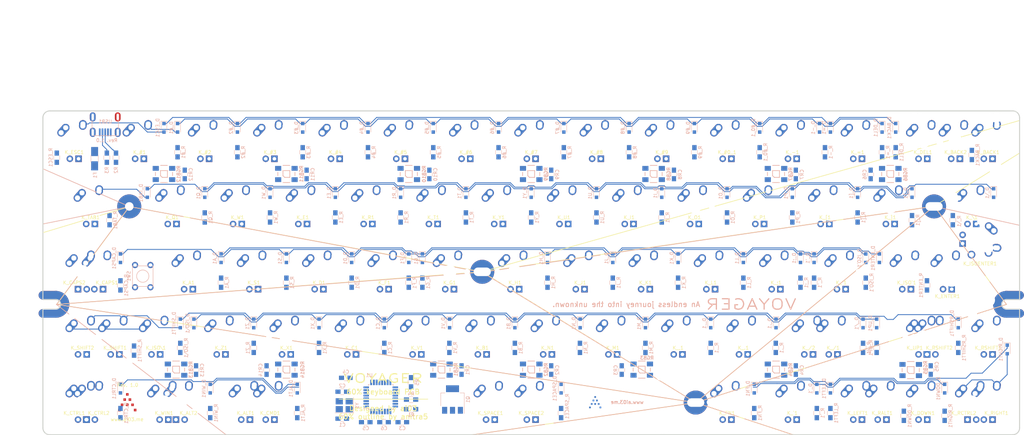
<source format=kicad_pcb>
(kicad_pcb (version 4) (host pcbnew 4.0.6)
  (layers (0 F.Cu signal) (31 B.Cu signal) (34 B.Paste user) (35 F.Paste user) (36 B.SilkS user) (37 F.SilkS user) (38 B.Mask user) (39 F.Mask user) (44 Edge.Cuts user))
  (net 0 "")
  (net 1 "Net-(C1-Pad1)")
  (net 2 GND)
  (net 3 "Net-(C2-Pad1)")
  (net 4 "Net-(C3-Pad1)")
  (net 5 +5V)
  (net 6 ROW0)
  (net 7 "Net-(D_#0_1-Pad2)")
  (net 8 ROW1)
  (net 9 "Net-(D_#1-Pad2)")
  (net 10 "Net-(D_#2-Pad2)")
  (net 11 "Net-(D_#3-Pad2)")
  (net 12 "Net-(D_#4-Pad2)")
  (net 13 "Net-(D_#5-Pad2)")
  (net 14 "Net-(D_#6-Pad2)")
  (net 15 "Net-(D_#7-Pad2)")
  (net 16 "Net-(D_#8-Pad2)")
  (net 17 "Net-(D_#9-Pad2)")
  (net 18 ROW4)
  (net 19 "Net-(D_'1-Pad2)")
  (net 20 ROW7)
  (net 21 "Net-(D_,1-Pad2)")
  (net 22 "Net-(D_-1-Pad2)")
  (net 23 ROW6)
  (net 24 "Net-(D_.1-Pad2)")
  (net 25 "Net-(D_/1-Pad2)")
  (net 26 ROW5)
  (net 27 "Net-(D_;1-Pad2)")
  (net 28 "Net-(D_=1-Pad2)")
  (net 29 "Net-(D_A1-Pad2)")
  (net 30 ROW8)
  (net 31 "Net-(D_ALT1-Pad2)")
  (net 32 "Net-(D_B1-Pad2)")
  (net 33 "Net-(D_BACK1-Pad2)")
  (net 34 "Net-(D_C1-Pad2)")
  (net 35 "Net-(D_CAPS1-Pad2)")
  (net 36 "Net-(D_CTRL1-Pad2)")
  (net 37 "Net-(D_D1-Pad2)")
  (net 38 "Net-(D_DEL1-Pad2)")
  (net 39 ROW9)
  (net 40 "Net-(D_DOWN1-Pad2)")
  (net 41 ROW2)
  (net 42 "Net-(D_E1-Pad2)")
  (net 43 "Net-(D_ENTER1-Pad2)")
  (net 44 "Net-(D_ESC1-Pad2)")
  (net 45 "Net-(D_F1-Pad2)")
  (net 46 "Net-(D_FN1-Pad2)")
  (net 47 "Net-(D_G1-Pad2)")
  (net 48 "Net-(D_H1-Pad2)")
  (net 49 ROW3)
  (net 50 "Net-(D_I1-Pad2)")
  (net 51 "Net-(D_ISO\\1-Pad2)")
  (net 52 "Net-(D_ISO`1-Pad2)")
  (net 53 "Net-(D_J1-Pad2)")
  (net 54 "Net-(D_K1-Pad2)")
  (net 55 "Net-(D_L1-Pad2)")
  (net 56 "Net-(D_LEFT1-Pad2)")
  (net 57 "Net-(D_M1-Pad2)")
  (net 58 "Net-(D_N1-Pad2)")
  (net 59 "Net-(D_O1-Pad2)")
  (net 60 "Net-(D_P1-Pad2)")
  (net 61 "Net-(D_Q1-Pad2)")
  (net 62 "Net-(D_R1-Pad2)")
  (net 63 "Net-(D_RIGHT1-Pad2)")
  (net 64 "Net-(D_RSHIFT1-Pad2)")
  (net 65 "Net-(D_S1-Pad2)")
  (net 66 "Net-(D_SHIFT1-Pad2)")
  (net 67 "Net-(D_SPACE1-Pad2)")
  (net 68 "Net-(D_T1-Pad2)")
  (net 69 "Net-(D_TAB1-Pad2)")
  (net 70 "Net-(D_U1-Pad2)")
  (net 71 "Net-(D_UP1-Pad2)")
  (net 72 "Net-(D_V1-Pad2)")
  (net 73 "Net-(D_W1-Pad2)")
  (net 74 "Net-(D_WIN1-Pad2)")
  (net 75 "Net-(D_X1-Pad2)")
  (net 76 "Net-(D_Y1-Pad2)")
  (net 77 "Net-(D_Z1-Pad2)")
  (net 78 "Net-(D_[1-Pad2)")
  (net 79 "Net-(D_\\1-Pad2)")
  (net 80 "Net-(D_]1-Pad2)")
  (net 81 "Net-(D_`1-Pad2)")
  (net 82 VCC)
  (net 83 COL5)
  (net 84 "Net-(K_#0_1-Pad4)")
  (net 85 COL0)
  (net 86 "Net-(K_#1-Pad4)")
  (net 87 COL1)
  (net 88 "Net-(K_#2-Pad4)")
  (net 89 "Net-(K_#3-Pad4)")
  (net 90 COL2)
  (net 91 "Net-(K_#4-Pad4)")
  (net 92 "Net-(K_#5-Pad4)")
  (net 93 COL3)
  (net 94 "Net-(K_#6-Pad4)")
  (net 95 "Net-(K_#7-Pad4)")
  (net 96 COL4)
  (net 97 "Net-(K_#8-Pad4)")
  (net 98 "Net-(K_#9-Pad4)")
  (net 99 COL6)
  (net 100 "Net-(K_'1-Pad4)")
  (net 101 "Net-(K_,1-Pad4)")
  (net 102 "Net-(K_-1-Pad4)")
  (net 103 "Net-(K_.1-Pad4)")
  (net 104 "Net-(K_/1-Pad4)")
  (net 105 "Net-(K_;1-Pad4)")
  (net 106 "Net-(K_=1-Pad4)")
  (net 107 "Net-(K_A1-Pad4)")
  (net 108 "Net-(K_ALT1-Pad4)")
  (net 109 "Net-(K_ALT2-Pad4)")
  (net 110 "Net-(K_B1-Pad4)")
  (net 111 COL7)
  (net 112 "Net-(K_BACK1-Pad4)")
  (net 113 "Net-(K_C1-Pad4)")
  (net 114 "Net-(K_CAPS1-Pad4)")
  (net 115 "Net-(K_CTRL1-Pad4)")
  (net 116 "Net-(K_D1-Pad4)")
  (net 117 "Net-(K_DEL1-Pad4)")
  (net 118 "Net-(K_DOWN1-Pad4)")
  (net 119 "Net-(K_E1-Pad4)")
  (net 120 "Net-(K_ENTER1-Pad4)")
  (net 121 "Net-(K_ESC1-Pad4)")
  (net 122 "Net-(K_F1-Pad4)")
  (net 123 "Net-(K_FN1-Pad4)")
  (net 124 "Net-(K_G1-Pad4)")
  (net 125 "Net-(K_H1-Pad4)")
  (net 126 "Net-(K_I1-Pad4)")
  (net 127 "Net-(K_ISO\\1-Pad4)")
  (net 128 "Net-(K_ISO`1-Pad4)")
  (net 129 "Net-(K_J1-Pad4)")
  (net 130 "Net-(K_K1-Pad4)")
  (net 131 "Net-(K_L1-Pad4)")
  (net 132 "Net-(K_LEFT1-Pad4)")
  (net 133 "Net-(K_M1-Pad4)")
  (net 134 "Net-(K_N1-Pad4)")
  (net 135 "Net-(K_O1-Pad4)")
  (net 136 "Net-(K_P1-Pad4)")
  (net 137 "Net-(K_Q1-Pad4)")
  (net 138 "Net-(K_R1-Pad4)")
  (net 139 "Net-(K_RCTRL2-Pad4)")
  (net 140 "Net-(K_RSHIFT1-Pad4)")
  (net 141 "Net-(K_RSHIFT2-Pad4)")
  (net 142 "Net-(K_S1-Pad4)")
  (net 143 "Net-(K_SHIFT1-Pad4)")
  (net 144 "Net-(K_SPACE1-Pad4)")
  (net 145 "Net-(K_T1-Pad4)")
  (net 146 "Net-(K_TAB1-Pad4)")
  (net 147 "Net-(K_U1-Pad4)")
  (net 148 "Net-(K_V1-Pad4)")
  (net 149 "Net-(K_W1-Pad4)")
  (net 150 "Net-(K_X1-Pad4)")
  (net 151 "Net-(K_Y1-Pad4)")
  (net 152 "Net-(K_Z1-Pad4)")
  (net 153 "Net-(K_[1-Pad4)")
  (net 154 "Net-(K_\\1-Pad4)")
  (net 155 "Net-(K_]1-Pad4)")
  (net 156 "Net-(K_`1-Pad4)")
  (net 157 LEDGND)
  (net 158 "Net-(Q1-Pad1)")
  (net 159 "Net-(R1-Pad2)")
  (net 160 DP)
  (net 161 DM)
  (net 162 "Net-(R4-Pad2)")
  (net 163 "Net-(R5-Pad2)")
  (net 164 "Net-(RGB1-Pad2)")
  (net 165 RGBLED)
  (net 166 "Net-(RGB2-Pad2)")
  (net 167 "Net-(RGB3-Pad2)")
  (net 168 "Net-(RGB4-Pad2)")
  (net 169 "Net-(RGB5-Pad2)")
  (net 170 "Net-(RGB6-Pad2)")
  (net 171 "Net-(RGB7-Pad2)")
  (net 172 "Net-(RGB8-Pad2)")
  (net 173 "Net-(RGB10-Pad4)")
  (net 174 "Net-(RGB10-Pad2)")
  (net 175 "Net-(RGB11-Pad2)")
  (net 176 "Net-(RGB12-Pad2)")
  (net 177 "Net-(RGB13-Pad2)")
  (net 178 "Net-(RGB14-Pad2)")
  (net 179 "Net-(USB1-Pad2)")
  (net 180 /D_P)
  (net 181 /D_N)
  (module MX_Alps_Hybrid:MX-1U (layer F.Cu) (at 166.6875 95.25)
    (fp_text reference K_G1 (at 0 3.175) (layer F.SilkS))
    (fp_text value MX-1U)
    (pad 2 thru_hole oval (at 2.5 -4.5 86.0548) (size 2.831378 2.25) (drill 1.47 (offset 0.290689 0)) (layers *.Cu *.Mask) (net 47 "Net-(D_G1-Pad2)"))
    (pad 2 thru_hole circle (at 2.54 -5.08) (size 2.25 2.25) (drill 1.47) (layers *.Cu *.Mask) (net 47 "Net-(D_G1-Pad2)"))
    (pad 1 thru_hole oval (at -3.81 -2.54 48.09963212) (size 4.211556 2.25) (drill 1.47 (offset 0.980778 0)) (layers *.Cu *.Mask) (net 93 COL3))
    (pad "" np_thru_hole circle (at 0 0) (size 3.9878 3.9878) (drill 3.9878) (layers *.Cu *.Mask))
    (pad 1 thru_hole circle (at -2.5 -4) (size 2.25 2.25) (drill 1.47) (layers *.Cu *.Mask) (net 93 COL3))
    (pad 3 thru_hole circle (at -1.27 5.08) (size 1.905 1.905) (drill 1.04) (layers *.Cu *.Mask) (net 5 +5V))
    (pad 4 thru_hole rect (at 1.27 5.08) (size 1.905 1.905) (drill 1.04) (layers *.Cu *.Mask) (net 124 "Net-(K_G1-Pad4)"))
    (pad "" np_thru_hole circle (at -5.08 0 48.0996) (size 1.7018 1.7018) (drill 1.7018) (layers *.Cu *.Mask))
    (pad "" np_thru_hole circle (at 5.08 0 48.0996) (size 1.7018 1.7018) (drill 1.7018) (layers *.Cu *.Mask))
  )
  (module MX_Alps_Hybrid:MX-1U (layer F.Cu) (at 95.25 57.15)
    (fp_text reference K_#2 (at 0 3.175) (layer F.SilkS))
    (fp_text value MX-1U)
    (pad 2 thru_hole oval (at 2.5 -4.5 86.0548) (size 2.831378 2.25) (drill 1.47 (offset 0.290689 0)) (layers *.Cu *.Mask) (net 10 "Net-(D_#2-Pad2)"))
    (pad 2 thru_hole circle (at 2.54 -5.08) (size 2.25 2.25) (drill 1.47) (layers *.Cu *.Mask) (net 10 "Net-(D_#2-Pad2)"))
    (pad 1 thru_hole oval (at -3.81 -2.54 48.09963212) (size 4.211556 2.25) (drill 1.47 (offset 0.980778 0)) (layers *.Cu *.Mask) (net 87 COL1))
    (pad "" np_thru_hole circle (at 0 0) (size 3.9878 3.9878) (drill 3.9878) (layers *.Cu *.Mask))
    (pad 1 thru_hole circle (at -2.5 -4) (size 2.25 2.25) (drill 1.47) (layers *.Cu *.Mask) (net 87 COL1))
    (pad 3 thru_hole circle (at -1.27 5.08) (size 1.905 1.905) (drill 1.04) (layers *.Cu *.Mask) (net 5 +5V))
    (pad 4 thru_hole rect (at 1.27 5.08) (size 1.905 1.905) (drill 1.04) (layers *.Cu *.Mask) (net 88 "Net-(K_#2-Pad4)"))
    (pad "" np_thru_hole circle (at -5.08 0 48.0996) (size 1.7018 1.7018) (drill 1.7018) (layers *.Cu *.Mask))
    (pad "" np_thru_hole circle (at 5.08 0 48.0996) (size 1.7018 1.7018) (drill 1.7018) (layers *.Cu *.Mask))
  )
  (module Resistors_SMD:R_0805_HandSoldering (layer B.Cu) (at 155.448 127.508 90)
    (fp_text reference R5 (at 0 1.778 90) (layer B.SilkS) (effects (justify mirror)))
    (fp_text value 10k)
    (pad 1 smd rect (at -1.35 0 90) (size 1.5 1.3) (layers B.Cu B.Paste B.Mask) (net 2 GND))
    (pad 2 smd rect (at 1.35 0 90) (size 1.5 1.3) (layers B.Cu B.Paste B.Mask) (net 163 "Net-(R5-Pad2)"))
  )
  (module local_lib:60_Outline (layer F.Cu) (at 190.5125 95.55)
    (fp_text reference REF** hide)
    (fp_text value 60_Outline hide)
    (fp_line (start 138.7 11.85095) (end 142.55 11.85095) (layer B.Cu) (width 2.5019))
    (fp_line (start 138.7 6.54905) (end 142.5 6.54905) (layer F.Cu) (width 2.5019))
    (fp_arc (start 138.7 9.2) (end 136.04905 9.2) (angle -90) (layer F.Cu) (width 2.5019))
    (fp_arc (start 138.7 9.2) (end 138.7 6.54905) (angle -90) (layer F.Cu) (width 2.5019))
    (fp_line (start 138.7 6.54905) (end 142.5 6.54905) (layer B.Cu) (width 2.5019))
    (fp_line (start 138.7 11.85095) (end 142.55 11.85095) (layer F.Cu) (width 2.5019))
    (fp_arc (start 138.7 9.2) (end 136.04905 9.2) (angle -90) (layer B.Cu) (width 2.5019))
    (fp_arc (start 138.7 9.2) (end 138.7 6.54905) (angle -90) (layer B.Cu) (width 2.5019))
    (fp_arc (start -138.7 9.2) (end -138.7 6.54905) (angle 90) (layer B.Cu) (width 2.5019))
    (fp_arc (start -138.7 9.2) (end -136.04905 9.2) (angle 90) (layer B.Cu) (width 2.5019))
    (fp_line (start -142.5 11.85095) (end -138.7 11.85095) (layer F.Cu) (width 2.5019))
    (fp_line (start -142.5 11.85095) (end -138.7 11.85095) (layer B.Cu) (width 2.5019))
    (fp_arc (start -138.7 9.2) (end -138.7 6.54905) (angle 90) (layer F.Cu) (width 2.5019))
    (fp_arc (start -138.7 9.2) (end -136.04905 9.2) (angle 90) (layer F.Cu) (width 2.5019))
    (fp_arc (start -138.7 9.2) (end -137.3 9.2) (angle 90) (layer Edge.Cuts) (width 0.3))
    (fp_line (start -142.5 6.54905) (end -138.7 6.54905) (layer B.Cu) (width 2.5019))
    (fp_line (start -142.5 6.54905) (end -138.7 6.54905) (layer F.Cu) (width 2.5019))
    (fp_line (start 138.7 7.8) (end 142.5 7.8) (layer Edge.Cuts) (width 0.3))
    (fp_line (start 138.7 10.6) (end 142.5 10.6) (layer Edge.Cuts) (width 0.3))
    (fp_line (start 142.5 7.8) (end 142.5 -45.3) (layer Edge.Cuts) (width 0.3))
    (fp_line (start 142.5 10.6) (end 142.5 45.3) (layer Edge.Cuts) (width 0.3))
    (fp_arc (start 138.7 9.2) (end 137.3 9.2) (angle -90) (layer Edge.Cuts) (width 0.3))
    (fp_arc (start 138.7 9.2) (end 138.7 7.8) (angle -90) (layer Edge.Cuts) (width 0.3))
    (fp_line (start -142.5 7.8) (end -142.5 -45.3) (layer Edge.Cuts) (width 0.3))
    (fp_line (start -138.7 7.8) (end -142.5 7.8) (layer Edge.Cuts) (width 0.3))
    (fp_arc (start -138.7 9.2) (end -138.7 7.8) (angle 90) (layer Edge.Cuts) (width 0.3))
    (fp_line (start -142.5 10.6) (end -138.7 10.6) (layer Edge.Cuts) (width 0.3))
    (fp_line (start -142.5 45.3) (end -142.5 10.6) (layer Edge.Cuts) (width 0.3))
    (fp_arc (start 140.5 -45.3) (end 140.5 -47.3) (angle 90) (layer Edge.Cuts) (width 0.3))
    (fp_arc (start 140.5 45.3) (end 142.5 45.3) (angle 90) (layer Edge.Cuts) (width 0.3))
    (fp_arc (start -140.5 45.3) (end -140.5 47.3) (angle 90) (layer Edge.Cuts) (width 0.3))
    (fp_arc (start -140.5 -45.3) (end -142.5 -45.3) (angle 90) (layer Edge.Cuts) (width 0.3))
    (fp_line (start 140.5 -47.3) (end -140.5 -47.3) (layer Edge.Cuts) (width 0.3))
    (fp_line (start -140.5 47.3) (end 140.5 47.3) (layer Edge.Cuts) (width 0.3))
    (pad 1 thru_hole circle (at -117.3 -19.4) (size 7.0013 7.0013) (drill 2.4994) (layers *.Cu *.Mask))
    (pad 1 thru_hole circle (at -14.3 -0.3) (size 7.00024 7.00024) (drill oval 5.00126 2.49936) (layers *.Cu *.Mask))
    (pad 1 thru_hole circle (at 48 37.9) (size 7.00024 7.00024) (drill oval 5.00126 2.49936) (layers *.Cu *.Mask))
    (pad 1 thru_hole circle (at 117.55 -19.4) (size 7.00024 7.00024) (drill oval 5.00126 2.49936) (layers *.Cu *.Mask))
  )
  (module Capacitors_SMD:C_0805_HandSoldering (layer B.Cu) (at 135.364 138.16 180)
    (fp_text reference C1 (at 0 -1.794 180) (layer B.SilkS) (effects (justify mirror)))
    (fp_text value 22p)
    (pad 1 smd rect (at -1.25 0 180) (size 1.5 1.25) (layers B.Cu B.Paste B.Mask) (net 1 "Net-(C1-Pad1)"))
    (pad 2 smd rect (at 1.25 0 180) (size 1.5 1.25) (layers B.Cu B.Paste B.Mask) (net 2 GND))
  )
  (module Capacitors_SMD:C_0805_HandSoldering (layer B.Cu) (at 135.364 130.286)
    (fp_text reference C2 (at 0 -1.762) (layer B.SilkS) (effects (justify mirror)))
    (fp_text value 22p)
    (pad 1 smd rect (at -1.25 0) (size 1.5 1.25) (layers B.Cu B.Paste B.Mask) (net 3 "Net-(C2-Pad1)"))
    (pad 2 smd rect (at 1.25 0) (size 1.5 1.25) (layers B.Cu B.Paste B.Mask) (net 2 GND))
  )
  (module Capacitors_SMD:C_0805_HandSoldering (layer B.Cu) (at 152.89 139.176 180)
    (fp_text reference C3 (at 0 -1.794 180) (layer B.SilkS) (effects (justify mirror)))
    (fp_text value 1uF)
    (pad 1 smd rect (at -1.25 0 180) (size 1.5 1.25) (layers B.Cu B.Paste B.Mask) (net 4 "Net-(C3-Pad1)"))
    (pad 2 smd rect (at 1.25 0 180) (size 1.5 1.25) (layers B.Cu B.Paste B.Mask) (net 2 GND))
  )
  (module Capacitors_SMD:C_0805_HandSoldering (layer B.Cu) (at 136.4 126.222 180)
    (fp_text reference C4 (at 0 1.75 180) (layer B.SilkS) (effects (justify mirror)))
    (fp_text value 0.1u)
    (pad 1 smd rect (at -1.25 0 180) (size 1.5 1.25) (layers B.Cu B.Paste B.Mask) (net 5 +5V))
    (pad 2 smd rect (at 1.25 0 180) (size 1.5 1.25) (layers B.Cu B.Paste B.Mask) (net 2 GND))
  )
  (module Capacitors_SMD:C_0805_HandSoldering (layer B.Cu) (at 142.222 139.176 180)
    (fp_text reference C5 (at -0.018 -1.794 180) (layer B.SilkS) (effects (justify mirror)))
    (fp_text value 0.1u)
    (pad 1 smd rect (at -1.25 0 180) (size 1.5 1.25) (layers B.Cu B.Paste B.Mask) (net 5 +5V))
    (pad 2 smd rect (at 1.25 0 180) (size 1.5 1.25) (layers B.Cu B.Paste B.Mask) (net 2 GND))
  )
  (module Capacitors_SMD:C_0805_HandSoldering (layer B.Cu) (at 147.556 139.176)
    (fp_text reference C6 (at 0 1.794) (layer B.SilkS) (effects (justify mirror)))
    (fp_text value 4.7u)
    (pad 1 smd rect (at -1.25 0) (size 1.5 1.25) (layers B.Cu B.Paste B.Mask) (net 5 +5V))
    (pad 2 smd rect (at 1.25 0) (size 1.5 1.25) (layers B.Cu B.Paste B.Mask) (net 2 GND))
  )
  (module Capacitors_SMD:C_0805_HandSoldering (layer B.Cu) (at 170.18 123.952 270)
    (fp_text reference CR1 (at 0 -1.778 270) (layer B.SilkS) (effects (justify mirror)))
    (fp_text value 0.1u)
    (pad 1 smd rect (at -1.25 0 270) (size 1.5 1.25) (layers B.Cu B.Paste B.Mask) (net 5 +5V))
    (pad 2 smd rect (at 1.25 0 270) (size 1.5 1.25) (layers B.Cu B.Paste B.Mask) (net 2 GND))
  )
  (module Capacitors_SMD:C_0805_HandSoldering (layer B.Cu) (at 196.342 123.952 270)
    (fp_text reference CR2 (at 0 -1.778 270) (layer B.SilkS) (effects (justify mirror)))
    (fp_text value 0.1u)
    (pad 1 smd rect (at -1.25 0 270) (size 1.5 1.25) (layers B.Cu B.Paste B.Mask) (net 5 +5V))
    (pad 2 smd rect (at 1.25 0 270) (size 1.5 1.25) (layers B.Cu B.Paste B.Mask) (net 2 GND))
  )
  (module Capacitors_SMD:C_0805_HandSoldering (layer B.Cu) (at 216.916 123.952 270)
    (fp_text reference CR3 (at 0 1.75 270) (layer B.SilkS) (effects (justify mirror)))
    (fp_text value 0.1u)
    (pad 1 smd rect (at -1.25 0 270) (size 1.5 1.25) (layers B.Cu B.Paste B.Mask) (net 5 +5V))
    (pad 2 smd rect (at 1.25 0 270) (size 1.5 1.25) (layers B.Cu B.Paste B.Mask) (net 2 GND))
  )
  (module Capacitors_SMD:C_0805_HandSoldering (layer B.Cu) (at 267.716 123.952 270)
    (fp_text reference CR4 (at 0 -1.778 270) (layer B.SilkS) (effects (justify mirror)))
    (fp_text value 0.1u)
    (pad 1 smd rect (at -1.25 0 270) (size 1.5 1.25) (layers B.Cu B.Paste B.Mask) (net 5 +5V))
    (pad 2 smd rect (at 1.25 0 270) (size 1.5 1.25) (layers B.Cu B.Paste B.Mask) (net 2 GND))
  )
  (module Capacitors_SMD:C_0805_HandSoldering (layer B.Cu) (at 307.086 123.952 270)
    (fp_text reference CR5 (at -1.016 -1.778 270) (layer B.SilkS) (effects (justify mirror)))
    (fp_text value 0.1u)
    (pad 1 smd rect (at -1.25 0 270) (size 1.5 1.25) (layers B.Cu B.Paste B.Mask) (net 5 +5V))
    (pad 2 smd rect (at 1.25 0 270) (size 1.5 1.25) (layers B.Cu B.Paste B.Mask) (net 2 GND))
  )
  (module Capacitors_SMD:C_0805_HandSoldering (layer B.Cu) (at 289.56 66.802 270)
    (fp_text reference CR6 (at 0 1.75 270) (layer B.SilkS) (effects (justify mirror)))
    (fp_text value 0.1u)
    (pad 1 smd rect (at -1.25 0 270) (size 1.5 1.25) (layers B.Cu B.Paste B.Mask) (net 5 +5V))
    (pad 2 smd rect (at 1.25 0 270) (size 1.5 1.25) (layers B.Cu B.Paste B.Mask) (net 2 GND))
  )
  (module Capacitors_SMD:C_0805_HandSoldering (layer B.Cu) (at 267.716 66.802 270)
    (fp_text reference CR7 (at 0 -1.778 270) (layer B.SilkS) (effects (justify mirror)))
    (fp_text value 0.1u)
    (pad 1 smd rect (at -1.25 0 270) (size 1.5 1.25) (layers B.Cu B.Paste B.Mask) (net 5 +5V))
    (pad 2 smd rect (at 1.25 0 270) (size 1.5 1.25) (layers B.Cu B.Paste B.Mask) (net 2 GND))
  )
  (module Capacitors_SMD:C_0805_HandSoldering (layer B.Cu) (at 232.156 66.802 270)
    (fp_text reference CR8 (at 0 -1.778 270) (layer B.SilkS) (effects (justify mirror)))
    (fp_text value 0.1u)
    (pad 1 smd rect (at -1.25 0 270) (size 1.5 1.25) (layers B.Cu B.Paste B.Mask) (net 5 +5V))
    (pad 2 smd rect (at 1.25 0 270) (size 1.5 1.25) (layers B.Cu B.Paste B.Mask) (net 2 GND))
  )
  (module Capacitors_SMD:C_0805_HandSoldering (layer B.Cu) (at 196.342 66.802 270)
    (fp_text reference CR9 (at 0 -1.778 270) (layer B.SilkS) (effects (justify mirror)))
    (fp_text value 0.1u)
    (pad 1 smd rect (at -1.25 0 270) (size 1.5 1.25) (layers B.Cu B.Paste B.Mask) (net 5 +5V))
    (pad 2 smd rect (at 1.25 0 270) (size 1.5 1.25) (layers B.Cu B.Paste B.Mask) (net 2 GND))
  )
  (module Capacitors_SMD:C_0805_HandSoldering (layer B.Cu) (at 160.782 66.802 270)
    (fp_text reference CR10 (at 0 -1.778 270) (layer B.SilkS) (effects (justify mirror)))
    (fp_text value 0.1u)
    (pad 1 smd rect (at -1.25 0 270) (size 1.5 1.25) (layers B.Cu B.Paste B.Mask) (net 5 +5V))
    (pad 2 smd rect (at 1.25 0 270) (size 1.5 1.25) (layers B.Cu B.Paste B.Mask) (net 2 GND))
  )
  (module Capacitors_SMD:C_0805_HandSoldering (layer B.Cu) (at 124.968 66.802 270)
    (fp_text reference CR11 (at 0 -1.778 270) (layer B.SilkS) (effects (justify mirror)))
    (fp_text value 0.1u)
    (pad 1 smd rect (at -1.25 0 270) (size 1.5 1.25) (layers B.Cu B.Paste B.Mask) (net 5 +5V))
    (pad 2 smd rect (at 1.25 0 270) (size 1.5 1.25) (layers B.Cu B.Paste B.Mask) (net 2 GND))
  )
  (module Capacitors_SMD:C_0805_HandSoldering (layer B.Cu) (at 89.408 66.802 270)
    (fp_text reference CR12 (at 0 -1.778 270) (layer B.SilkS) (effects (justify mirror)))
    (fp_text value 0.1u)
    (pad 1 smd rect (at -1.25 0 270) (size 1.5 1.25) (layers B.Cu B.Paste B.Mask) (net 5 +5V))
    (pad 2 smd rect (at 1.25 0 270) (size 1.5 1.25) (layers B.Cu B.Paste B.Mask) (net 2 GND))
  )
  (module Capacitors_SMD:C_0805_HandSoldering (layer B.Cu) (at 92.71 123.952 270)
    (fp_text reference CR13 (at 0 -1.778 270) (layer B.SilkS) (effects (justify mirror)))
    (fp_text value 0.1u)
    (pad 1 smd rect (at -1.25 0 270) (size 1.5 1.25) (layers B.Cu B.Paste B.Mask) (net 5 +5V))
    (pad 2 smd rect (at 1.25 0 270) (size 1.5 1.25) (layers B.Cu B.Paste B.Mask) (net 2 GND))
  )
  (module Capacitors_SMD:C_0805_HandSoldering (layer B.Cu) (at 113.284 123.952 270)
    (fp_text reference CR14 (at 0 1.75 270) (layer B.SilkS) (effects (justify mirror)))
    (fp_text value 0.1u)
    (pad 1 smd rect (at -1.25 0 270) (size 1.5 1.25) (layers B.Cu B.Paste B.Mask) (net 5 +5V))
    (pad 2 smd rect (at 1.25 0 270) (size 1.5 1.25) (layers B.Cu B.Paste B.Mask) (net 2 GND))
  )
  (module Fuse_Holders_and_Fuses:Fuse_SMD1206_HandSoldering (layer B.Cu) (at 63.103125 62.20375 90)
    (fp_text reference F1 (at -4.85225 0.142875 90) (layer B.SilkS) (effects (justify mirror)))
    (fp_text value 500mA)
    (pad 1 smd rect (at -2.09 0) (size 2.03 2.65) (layers B.Cu B.Paste B.Mask) (net 5 +5V))
    (pad 2 smd rect (at 2.09 0) (size 2.03 2.65) (layers B.Cu B.Paste B.Mask) (net 82 VCC))
  )
  (module MX_Alps_Hybrid:MX-1U (layer F.Cu) (at 247.65 57.15)
    (fp_text reference K_#0_1 (at 0 3.175) (layer F.SilkS))
    (fp_text value MX-1U)
    (pad 2 thru_hole oval (at 2.5 -4.5 86.0548) (size 2.831378 2.25) (drill 1.47 (offset 0.290689 0)) (layers *.Cu *.Mask) (net 7 "Net-(D_#0_1-Pad2)"))
    (pad 2 thru_hole circle (at 2.54 -5.08) (size 2.25 2.25) (drill 1.47) (layers *.Cu *.Mask) (net 7 "Net-(D_#0_1-Pad2)"))
    (pad 1 thru_hole oval (at -3.81 -2.54 48.09963212) (size 4.211556 2.25) (drill 1.47 (offset 0.980778 0)) (layers *.Cu *.Mask) (net 83 COL5))
    (pad "" np_thru_hole circle (at 0 0) (size 3.9878 3.9878) (drill 3.9878) (layers *.Cu *.Mask))
    (pad 1 thru_hole circle (at -2.5 -4) (size 2.25 2.25) (drill 1.47) (layers *.Cu *.Mask) (net 83 COL5))
    (pad 3 thru_hole circle (at -1.27 5.08) (size 1.905 1.905) (drill 1.04) (layers *.Cu *.Mask) (net 5 +5V))
    (pad 4 thru_hole rect (at 1.27 5.08) (size 1.905 1.905) (drill 1.04) (layers *.Cu *.Mask) (net 84 "Net-(K_#0_1-Pad4)"))
    (pad "" np_thru_hole circle (at -5.08 0 48.0996) (size 1.7018 1.7018) (drill 1.7018) (layers *.Cu *.Mask))
    (pad "" np_thru_hole circle (at 5.08 0 48.0996) (size 1.7018 1.7018) (drill 1.7018) (layers *.Cu *.Mask))
  )
  (module MX_Alps_Hybrid:MX-1U (layer F.Cu) (at 76.2 57.15)
    (fp_text reference K_#1 (at 0 3.175) (layer F.SilkS))
    (fp_text value MX-1U)
    (pad 2 thru_hole oval (at 2.5 -4.5 86.0548) (size 2.831378 2.25) (drill 1.47 (offset 0.290689 0)) (layers *.Cu *.Mask) (net 9 "Net-(D_#1-Pad2)"))
    (pad 2 thru_hole circle (at 2.54 -5.08) (size 2.25 2.25) (drill 1.47) (layers *.Cu *.Mask) (net 9 "Net-(D_#1-Pad2)"))
    (pad 1 thru_hole oval (at -3.81 -2.54 48.09963212) (size 4.211556 2.25) (drill 1.47 (offset 0.980778 0)) (layers *.Cu *.Mask) (net 85 COL0))
    (pad "" np_thru_hole circle (at 0 0) (size 3.9878 3.9878) (drill 3.9878) (layers *.Cu *.Mask))
    (pad 1 thru_hole circle (at -2.5 -4) (size 2.25 2.25) (drill 1.47) (layers *.Cu *.Mask) (net 85 COL0))
    (pad 3 thru_hole circle (at -1.27 5.08) (size 1.905 1.905) (drill 1.04) (layers *.Cu *.Mask) (net 5 +5V))
    (pad 4 thru_hole rect (at 1.27 5.08) (size 1.905 1.905) (drill 1.04) (layers *.Cu *.Mask) (net 86 "Net-(K_#1-Pad4)"))
    (pad "" np_thru_hole circle (at -5.08 0 48.0996) (size 1.7018 1.7018) (drill 1.7018) (layers *.Cu *.Mask))
    (pad "" np_thru_hole circle (at 5.08 0 48.0996) (size 1.7018 1.7018) (drill 1.7018) (layers *.Cu *.Mask))
  )
  (module MX_Alps_Hybrid:MX-1U (layer F.Cu) (at 114.3 57.15)
    (fp_text reference K_#3 (at 0 3.175) (layer F.SilkS))
    (fp_text value MX-1U)
    (pad 2 thru_hole oval (at 2.5 -4.5 86.0548) (size 2.831378 2.25) (drill 1.47 (offset 0.290689 0)) (layers *.Cu *.Mask) (net 11 "Net-(D_#3-Pad2)"))
    (pad 2 thru_hole circle (at 2.54 -5.08) (size 2.25 2.25) (drill 1.47) (layers *.Cu *.Mask) (net 11 "Net-(D_#3-Pad2)"))
    (pad 1 thru_hole oval (at -3.81 -2.54 48.09963212) (size 4.211556 2.25) (drill 1.47 (offset 0.980778 0)) (layers *.Cu *.Mask) (net 87 COL1))
    (pad "" np_thru_hole circle (at 0 0) (size 3.9878 3.9878) (drill 3.9878) (layers *.Cu *.Mask))
    (pad 1 thru_hole circle (at -2.5 -4) (size 2.25 2.25) (drill 1.47) (layers *.Cu *.Mask) (net 87 COL1))
    (pad 3 thru_hole circle (at -1.27 5.08) (size 1.905 1.905) (drill 1.04) (layers *.Cu *.Mask) (net 5 +5V))
    (pad 4 thru_hole rect (at 1.27 5.08) (size 1.905 1.905) (drill 1.04) (layers *.Cu *.Mask) (net 89 "Net-(K_#3-Pad4)"))
    (pad "" np_thru_hole circle (at -5.08 0 48.0996) (size 1.7018 1.7018) (drill 1.7018) (layers *.Cu *.Mask))
    (pad "" np_thru_hole circle (at 5.08 0 48.0996) (size 1.7018 1.7018) (drill 1.7018) (layers *.Cu *.Mask))
  )
  (module MX_Alps_Hybrid:MX-1U (layer F.Cu) (at 133.35 57.15)
    (fp_text reference K_#4 (at 0 3.175) (layer F.SilkS))
    (fp_text value MX-1U)
    (pad 2 thru_hole oval (at 2.5 -4.5 86.0548) (size 2.831378 2.25) (drill 1.47 (offset 0.290689 0)) (layers *.Cu *.Mask) (net 12 "Net-(D_#4-Pad2)"))
    (pad 2 thru_hole circle (at 2.54 -5.08) (size 2.25 2.25) (drill 1.47) (layers *.Cu *.Mask) (net 12 "Net-(D_#4-Pad2)"))
    (pad 1 thru_hole oval (at -3.81 -2.54 48.09963212) (size 4.211556 2.25) (drill 1.47 (offset 0.980778 0)) (layers *.Cu *.Mask) (net 90 COL2))
    (pad "" np_thru_hole circle (at 0 0) (size 3.9878 3.9878) (drill 3.9878) (layers *.Cu *.Mask))
    (pad 1 thru_hole circle (at -2.5 -4) (size 2.25 2.25) (drill 1.47) (layers *.Cu *.Mask) (net 90 COL2))
    (pad 3 thru_hole circle (at -1.27 5.08) (size 1.905 1.905) (drill 1.04) (layers *.Cu *.Mask) (net 5 +5V))
    (pad 4 thru_hole rect (at 1.27 5.08) (size 1.905 1.905) (drill 1.04) (layers *.Cu *.Mask) (net 91 "Net-(K_#4-Pad4)"))
    (pad "" np_thru_hole circle (at -5.08 0 48.0996) (size 1.7018 1.7018) (drill 1.7018) (layers *.Cu *.Mask))
    (pad "" np_thru_hole circle (at 5.08 0 48.0996) (size 1.7018 1.7018) (drill 1.7018) (layers *.Cu *.Mask))
  )
  (module MX_Alps_Hybrid:MX-1U (layer F.Cu) (at 152.4 57.15)
    (fp_text reference K_#5 (at 0 3.175) (layer F.SilkS))
    (fp_text value MX-1U)
    (pad 2 thru_hole oval (at 2.5 -4.5 86.0548) (size 2.831378 2.25) (drill 1.47 (offset 0.290689 0)) (layers *.Cu *.Mask) (net 13 "Net-(D_#5-Pad2)"))
    (pad 2 thru_hole circle (at 2.54 -5.08) (size 2.25 2.25) (drill 1.47) (layers *.Cu *.Mask) (net 13 "Net-(D_#5-Pad2)"))
    (pad 1 thru_hole oval (at -3.81 -2.54 48.09963212) (size 4.211556 2.25) (drill 1.47 (offset 0.980778 0)) (layers *.Cu *.Mask) (net 90 COL2))
    (pad "" np_thru_hole circle (at 0 0) (size 3.9878 3.9878) (drill 3.9878) (layers *.Cu *.Mask))
    (pad 1 thru_hole circle (at -2.5 -4) (size 2.25 2.25) (drill 1.47) (layers *.Cu *.Mask) (net 90 COL2))
    (pad 3 thru_hole circle (at -1.27 5.08) (size 1.905 1.905) (drill 1.04) (layers *.Cu *.Mask) (net 5 +5V))
    (pad 4 thru_hole rect (at 1.27 5.08) (size 1.905 1.905) (drill 1.04) (layers *.Cu *.Mask) (net 92 "Net-(K_#5-Pad4)"))
    (pad "" np_thru_hole circle (at -5.08 0 48.0996) (size 1.7018 1.7018) (drill 1.7018) (layers *.Cu *.Mask))
    (pad "" np_thru_hole circle (at 5.08 0 48.0996) (size 1.7018 1.7018) (drill 1.7018) (layers *.Cu *.Mask))
  )
  (module MX_Alps_Hybrid:MX-1U (layer F.Cu) (at 171.45 57.15)
    (fp_text reference K_#6 (at 0 3.175) (layer F.SilkS))
    (fp_text value MX-1U)
    (pad 2 thru_hole oval (at 2.5 -4.5 86.0548) (size 2.831378 2.25) (drill 1.47 (offset 0.290689 0)) (layers *.Cu *.Mask) (net 14 "Net-(D_#6-Pad2)"))
    (pad 2 thru_hole circle (at 2.54 -5.08) (size 2.25 2.25) (drill 1.47) (layers *.Cu *.Mask) (net 14 "Net-(D_#6-Pad2)"))
    (pad 1 thru_hole oval (at -3.81 -2.54 48.09963212) (size 4.211556 2.25) (drill 1.47 (offset 0.980778 0)) (layers *.Cu *.Mask) (net 93 COL3))
    (pad "" np_thru_hole circle (at 0 0) (size 3.9878 3.9878) (drill 3.9878) (layers *.Cu *.Mask))
    (pad 1 thru_hole circle (at -2.5 -4) (size 2.25 2.25) (drill 1.47) (layers *.Cu *.Mask) (net 93 COL3))
    (pad 3 thru_hole circle (at -1.27 5.08) (size 1.905 1.905) (drill 1.04) (layers *.Cu *.Mask) (net 5 +5V))
    (pad 4 thru_hole rect (at 1.27 5.08) (size 1.905 1.905) (drill 1.04) (layers *.Cu *.Mask) (net 94 "Net-(K_#6-Pad4)"))
    (pad "" np_thru_hole circle (at -5.08 0 48.0996) (size 1.7018 1.7018) (drill 1.7018) (layers *.Cu *.Mask))
    (pad "" np_thru_hole circle (at 5.08 0 48.0996) (size 1.7018 1.7018) (drill 1.7018) (layers *.Cu *.Mask))
  )
  (module MX_Alps_Hybrid:MX-1U (layer F.Cu) (at 190.5 57.15)
    (fp_text reference K_#7 (at 0 3.175) (layer F.SilkS))
    (fp_text value MX-1U)
    (pad 2 thru_hole oval (at 2.5 -4.5 86.0548) (size 2.831378 2.25) (drill 1.47 (offset 0.290689 0)) (layers *.Cu *.Mask) (net 15 "Net-(D_#7-Pad2)"))
    (pad 2 thru_hole circle (at 2.54 -5.08) (size 2.25 2.25) (drill 1.47) (layers *.Cu *.Mask) (net 15 "Net-(D_#7-Pad2)"))
    (pad 1 thru_hole oval (at -3.81 -2.54 48.09963212) (size 4.211556 2.25) (drill 1.47 (offset 0.980778 0)) (layers *.Cu *.Mask) (net 93 COL3))
    (pad "" np_thru_hole circle (at 0 0) (size 3.9878 3.9878) (drill 3.9878) (layers *.Cu *.Mask))
    (pad 1 thru_hole circle (at -2.5 -4) (size 2.25 2.25) (drill 1.47) (layers *.Cu *.Mask) (net 93 COL3))
    (pad 3 thru_hole circle (at -1.27 5.08) (size 1.905 1.905) (drill 1.04) (layers *.Cu *.Mask) (net 5 +5V))
    (pad 4 thru_hole rect (at 1.27 5.08) (size 1.905 1.905) (drill 1.04) (layers *.Cu *.Mask) (net 95 "Net-(K_#7-Pad4)"))
    (pad "" np_thru_hole circle (at -5.08 0 48.0996) (size 1.7018 1.7018) (drill 1.7018) (layers *.Cu *.Mask))
    (pad "" np_thru_hole circle (at 5.08 0 48.0996) (size 1.7018 1.7018) (drill 1.7018) (layers *.Cu *.Mask))
  )
  (module MX_Alps_Hybrid:MX-1U (layer F.Cu) (at 209.55 57.15)
    (fp_text reference K_#8 (at 0 3.175) (layer F.SilkS))
    (fp_text value MX-1U)
    (pad 2 thru_hole oval (at 2.5 -4.5 86.0548) (size 2.831378 2.25) (drill 1.47 (offset 0.290689 0)) (layers *.Cu *.Mask) (net 16 "Net-(D_#8-Pad2)"))
    (pad 2 thru_hole circle (at 2.54 -5.08) (size 2.25 2.25) (drill 1.47) (layers *.Cu *.Mask) (net 16 "Net-(D_#8-Pad2)"))
    (pad 1 thru_hole oval (at -3.81 -2.54 48.09963212) (size 4.211556 2.25) (drill 1.47 (offset 0.980778 0)) (layers *.Cu *.Mask) (net 96 COL4))
    (pad "" np_thru_hole circle (at 0 0) (size 3.9878 3.9878) (drill 3.9878) (layers *.Cu *.Mask))
    (pad 1 thru_hole circle (at -2.5 -4) (size 2.25 2.25) (drill 1.47) (layers *.Cu *.Mask) (net 96 COL4))
    (pad 3 thru_hole circle (at -1.27 5.08) (size 1.905 1.905) (drill 1.04) (layers *.Cu *.Mask) (net 5 +5V))
    (pad 4 thru_hole rect (at 1.27 5.08) (size 1.905 1.905) (drill 1.04) (layers *.Cu *.Mask) (net 97 "Net-(K_#8-Pad4)"))
    (pad "" np_thru_hole circle (at -5.08 0 48.0996) (size 1.7018 1.7018) (drill 1.7018) (layers *.Cu *.Mask))
    (pad "" np_thru_hole circle (at 5.08 0 48.0996) (size 1.7018 1.7018) (drill 1.7018) (layers *.Cu *.Mask))
  )
  (module MX_Alps_Hybrid:MX-1U (layer F.Cu) (at 228.6 57.15)
    (fp_text reference K_#9 (at 0 3.175) (layer F.SilkS))
    (fp_text value MX-1U)
    (pad 2 thru_hole oval (at 2.5 -4.5 86.0548) (size 2.831378 2.25) (drill 1.47 (offset 0.290689 0)) (layers *.Cu *.Mask) (net 17 "Net-(D_#9-Pad2)"))
    (pad 2 thru_hole circle (at 2.54 -5.08) (size 2.25 2.25) (drill 1.47) (layers *.Cu *.Mask) (net 17 "Net-(D_#9-Pad2)"))
    (pad 1 thru_hole oval (at -3.81 -2.54 48.09963212) (size 4.211556 2.25) (drill 1.47 (offset 0.980778 0)) (layers *.Cu *.Mask) (net 96 COL4))
    (pad "" np_thru_hole circle (at 0 0) (size 3.9878 3.9878) (drill 3.9878) (layers *.Cu *.Mask))
    (pad 1 thru_hole circle (at -2.5 -4) (size 2.25 2.25) (drill 1.47) (layers *.Cu *.Mask) (net 96 COL4))
    (pad 3 thru_hole circle (at -1.27 5.08) (size 1.905 1.905) (drill 1.04) (layers *.Cu *.Mask) (net 5 +5V))
    (pad 4 thru_hole rect (at 1.27 5.08) (size 1.905 1.905) (drill 1.04) (layers *.Cu *.Mask) (net 98 "Net-(K_#9-Pad4)"))
    (pad "" np_thru_hole circle (at -5.08 0 48.0996) (size 1.7018 1.7018) (drill 1.7018) (layers *.Cu *.Mask))
    (pad "" np_thru_hole circle (at 5.08 0 48.0996) (size 1.7018 1.7018) (drill 1.7018) (layers *.Cu *.Mask))
  )
  (module MX_Alps_Hybrid:MX-1U (layer F.Cu) (at 280.9875 95.25)
    (fp_text reference K_'1 (at 0 3.175) (layer F.SilkS))
    (fp_text value MX-1U)
    (pad 2 thru_hole oval (at 2.5 -4.5 86.0548) (size 2.831378 2.25) (drill 1.47 (offset 0.290689 0)) (layers *.Cu *.Mask) (net 19 "Net-(D_'1-Pad2)"))
    (pad 2 thru_hole circle (at 2.54 -5.08) (size 2.25 2.25) (drill 1.47) (layers *.Cu *.Mask) (net 19 "Net-(D_'1-Pad2)"))
    (pad 1 thru_hole oval (at -3.81 -2.54 48.09963212) (size 4.211556 2.25) (drill 1.47 (offset 0.980778 0)) (layers *.Cu *.Mask) (net 99 COL6))
    (pad "" np_thru_hole circle (at 0 0) (size 3.9878 3.9878) (drill 3.9878) (layers *.Cu *.Mask))
    (pad 1 thru_hole circle (at -2.5 -4) (size 2.25 2.25) (drill 1.47) (layers *.Cu *.Mask) (net 99 COL6))
    (pad 3 thru_hole circle (at -1.27 5.08) (size 1.905 1.905) (drill 1.04) (layers *.Cu *.Mask) (net 5 +5V))
    (pad 4 thru_hole rect (at 1.27 5.08) (size 1.905 1.905) (drill 1.04) (layers *.Cu *.Mask) (net 100 "Net-(K_'1-Pad4)"))
    (pad "" np_thru_hole circle (at -5.08 0 48.0996) (size 1.7018 1.7018) (drill 1.7018) (layers *.Cu *.Mask))
    (pad "" np_thru_hole circle (at 5.08 0 48.0996) (size 1.7018 1.7018) (drill 1.7018) (layers *.Cu *.Mask))
  )
  (module MX_Alps_Hybrid:MX-1U (layer F.Cu) (at 233.3625 114.3)
    (fp_text reference K_,1 (at 0 3.175) (layer F.SilkS))
    (fp_text value MX-1U)
    (pad 2 thru_hole oval (at 2.5 -4.5 86.0548) (size 2.831378 2.25) (drill 1.47 (offset 0.290689 0)) (layers *.Cu *.Mask) (net 21 "Net-(D_,1-Pad2)"))
    (pad 2 thru_hole circle (at 2.54 -5.08) (size 2.25 2.25) (drill 1.47) (layers *.Cu *.Mask) (net 21 "Net-(D_,1-Pad2)"))
    (pad 1 thru_hole oval (at -3.81 -2.54 48.09963212) (size 4.211556 2.25) (drill 1.47 (offset 0.980778 0)) (layers *.Cu *.Mask) (net 96 COL4))
    (pad "" np_thru_hole circle (at 0 0) (size 3.9878 3.9878) (drill 3.9878) (layers *.Cu *.Mask))
    (pad 1 thru_hole circle (at -2.5 -4) (size 2.25 2.25) (drill 1.47) (layers *.Cu *.Mask) (net 96 COL4))
    (pad 3 thru_hole circle (at -1.27 5.08) (size 1.905 1.905) (drill 1.04) (layers *.Cu *.Mask) (net 5 +5V))
    (pad 4 thru_hole rect (at 1.27 5.08) (size 1.905 1.905) (drill 1.04) (layers *.Cu *.Mask) (net 101 "Net-(K_,1-Pad4)"))
    (pad "" np_thru_hole circle (at -5.08 0 48.0996) (size 1.7018 1.7018) (drill 1.7018) (layers *.Cu *.Mask))
    (pad "" np_thru_hole circle (at 5.08 0 48.0996) (size 1.7018 1.7018) (drill 1.7018) (layers *.Cu *.Mask))
  )
  (module MX_Alps_Hybrid:MX-1U (layer F.Cu) (at 266.7 57.15)
    (fp_text reference K_-1 (at 0 3.175) (layer F.SilkS))
    (fp_text value MX-1U)
    (pad 2 thru_hole oval (at 2.5 -4.5 86.0548) (size 2.831378 2.25) (drill 1.47 (offset 0.290689 0)) (layers *.Cu *.Mask) (net 22 "Net-(D_-1-Pad2)"))
    (pad 2 thru_hole circle (at 2.54 -5.08) (size 2.25 2.25) (drill 1.47) (layers *.Cu *.Mask) (net 22 "Net-(D_-1-Pad2)"))
    (pad 1 thru_hole oval (at -3.81 -2.54 48.09963212) (size 4.211556 2.25) (drill 1.47 (offset 0.980778 0)) (layers *.Cu *.Mask) (net 83 COL5))
    (pad "" np_thru_hole circle (at 0 0) (size 3.9878 3.9878) (drill 3.9878) (layers *.Cu *.Mask))
    (pad 1 thru_hole circle (at -2.5 -4) (size 2.25 2.25) (drill 1.47) (layers *.Cu *.Mask) (net 83 COL5))
    (pad 3 thru_hole circle (at -1.27 5.08) (size 1.905 1.905) (drill 1.04) (layers *.Cu *.Mask) (net 5 +5V))
    (pad 4 thru_hole rect (at 1.27 5.08) (size 1.905 1.905) (drill 1.04) (layers *.Cu *.Mask) (net 102 "Net-(K_-1-Pad4)"))
    (pad "" np_thru_hole circle (at -5.08 0 48.0996) (size 1.7018 1.7018) (drill 1.7018) (layers *.Cu *.Mask))
    (pad "" np_thru_hole circle (at 5.08 0 48.0996) (size 1.7018 1.7018) (drill 1.7018) (layers *.Cu *.Mask))
  )
  (module MX_Alps_Hybrid:MX-1U (layer F.Cu) (at 252.4125 114.3)
    (fp_text reference K_.1 (at 0 3.175) (layer F.SilkS))
    (fp_text value MX-1U)
    (pad 2 thru_hole oval (at 2.5 -4.5 86.0548) (size 2.831378 2.25) (drill 1.47 (offset 0.290689 0)) (layers *.Cu *.Mask) (net 24 "Net-(D_.1-Pad2)"))
    (pad 2 thru_hole circle (at 2.54 -5.08) (size 2.25 2.25) (drill 1.47) (layers *.Cu *.Mask) (net 24 "Net-(D_.1-Pad2)"))
    (pad 1 thru_hole oval (at -3.81 -2.54 48.09963212) (size 4.211556 2.25) (drill 1.47 (offset 0.980778 0)) (layers *.Cu *.Mask) (net 83 COL5))
    (pad "" np_thru_hole circle (at 0 0) (size 3.9878 3.9878) (drill 3.9878) (layers *.Cu *.Mask))
    (pad 1 thru_hole circle (at -2.5 -4) (size 2.25 2.25) (drill 1.47) (layers *.Cu *.Mask) (net 83 COL5))
    (pad 3 thru_hole circle (at -1.27 5.08) (size 1.905 1.905) (drill 1.04) (layers *.Cu *.Mask) (net 5 +5V))
    (pad 4 thru_hole rect (at 1.27 5.08) (size 1.905 1.905) (drill 1.04) (layers *.Cu *.Mask) (net 103 "Net-(K_.1-Pad4)"))
    (pad "" np_thru_hole circle (at -5.08 0 48.0996) (size 1.7018 1.7018) (drill 1.7018) (layers *.Cu *.Mask))
    (pad "" np_thru_hole circle (at 5.08 0 48.0996) (size 1.7018 1.7018) (drill 1.7018) (layers *.Cu *.Mask))
  )
  (module MX_Alps_Hybrid:MX-1.75U (layer F.Cu) (at 278.60625 114.3)
    (fp_text reference K_/1 (at 0 3.175) (layer F.SilkS))
    (fp_text value MX-1.75U)
    (pad 2 thru_hole oval (at 2.5 -4.5 86.0548) (size 2.831378 2.25) (drill 1.47 (offset 0.290689 0)) (layers *.Cu *.Mask) (net 25 "Net-(D_/1-Pad2)"))
    (pad 2 thru_hole circle (at 2.54 -5.08) (size 2.25 2.25) (drill 1.47) (layers *.Cu *.Mask) (net 25 "Net-(D_/1-Pad2)"))
    (pad 1 thru_hole oval (at -3.81 -2.54 48.09963212) (size 4.211556 2.25) (drill 1.47 (offset 0.980778 0)) (layers *.Cu *.Mask) (net 83 COL5))
    (pad "" np_thru_hole circle (at 0 0) (size 3.9878 3.9878) (drill 3.9878) (layers *.Cu *.Mask))
    (pad 1 thru_hole circle (at -2.5 -4) (size 2.25 2.25) (drill 1.47) (layers *.Cu *.Mask) (net 83 COL5))
    (pad 3 thru_hole circle (at -1.27 5.08) (size 1.905 1.905) (drill 1.04) (layers *.Cu *.Mask) (net 5 +5V))
    (pad 4 thru_hole rect (at 1.27 5.08) (size 1.905 1.905) (drill 1.04) (layers *.Cu *.Mask) (net 104 "Net-(K_/1-Pad4)"))
    (pad "" np_thru_hole circle (at -5.08 0 48.0996) (size 1.7018 1.7018) (drill 1.7018) (layers *.Cu *.Mask))
    (pad "" np_thru_hole circle (at 5.08 0 48.0996) (size 1.7018 1.7018) (drill 1.7018) (layers *.Cu *.Mask))
  )
  (module MX_Alps_Hybrid:MX-1U (layer F.Cu) (at 271.4625 114.3)
    (fp_text reference K_/2 (at 0 3.175) (layer F.SilkS))
    (fp_text value MX-1U)
    (pad 2 thru_hole oval (at 2.5 -4.5 86.0548) (size 2.831378 2.25) (drill 1.47 (offset 0.290689 0)) (layers *.Cu *.Mask) (net 83 COL5))
    (pad 2 thru_hole circle (at 2.54 -5.08) (size 2.25 2.25) (drill 1.47) (layers *.Cu *.Mask) (net 83 COL5))
    (pad 1 thru_hole oval (at -3.81 -2.54 48.09963212) (size 4.211556 2.25) (drill 1.47 (offset 0.980778 0)) (layers *.Cu *.Mask) (net 25 "Net-(D_/1-Pad2)"))
    (pad "" np_thru_hole circle (at 0 0) (size 3.9878 3.9878) (drill 3.9878) (layers *.Cu *.Mask))
    (pad 1 thru_hole circle (at -2.5 -4) (size 2.25 2.25) (drill 1.47) (layers *.Cu *.Mask) (net 25 "Net-(D_/1-Pad2)"))
    (pad 3 thru_hole circle (at -1.27 5.08) (size 1.905 1.905) (drill 1.04) (layers *.Cu *.Mask) (net 5 +5V))
    (pad 4 thru_hole rect (at 1.27 5.08) (size 1.905 1.905) (drill 1.04) (layers *.Cu *.Mask) (net 104 "Net-(K_/1-Pad4)"))
    (pad "" np_thru_hole circle (at -5.08 0 48.0996) (size 1.7018 1.7018) (drill 1.7018) (layers *.Cu *.Mask))
    (pad "" np_thru_hole circle (at 5.08 0 48.0996) (size 1.7018 1.7018) (drill 1.7018) (layers *.Cu *.Mask))
  )
  (module MX_Alps_Hybrid:MX-1U (layer F.Cu) (at 261.9375 95.25)
    (fp_text reference K_;1 (at 0 3.175) (layer F.SilkS))
    (fp_text value MX-1U)
    (pad 2 thru_hole oval (at 2.5 -4.5 86.0548) (size 2.831378 2.25) (drill 1.47 (offset 0.290689 0)) (layers *.Cu *.Mask) (net 27 "Net-(D_;1-Pad2)"))
    (pad 2 thru_hole circle (at 2.54 -5.08) (size 2.25 2.25) (drill 1.47) (layers *.Cu *.Mask) (net 27 "Net-(D_;1-Pad2)"))
    (pad 1 thru_hole oval (at -3.81 -2.54 48.09963212) (size 4.211556 2.25) (drill 1.47 (offset 0.980778 0)) (layers *.Cu *.Mask) (net 83 COL5))
    (pad "" np_thru_hole circle (at 0 0) (size 3.9878 3.9878) (drill 3.9878) (layers *.Cu *.Mask))
    (pad 1 thru_hole circle (at -2.5 -4) (size 2.25 2.25) (drill 1.47) (layers *.Cu *.Mask) (net 83 COL5))
    (pad 3 thru_hole circle (at -1.27 5.08) (size 1.905 1.905) (drill 1.04) (layers *.Cu *.Mask) (net 5 +5V))
    (pad 4 thru_hole rect (at 1.27 5.08) (size 1.905 1.905) (drill 1.04) (layers *.Cu *.Mask) (net 105 "Net-(K_;1-Pad4)"))
    (pad "" np_thru_hole circle (at -5.08 0 48.0996) (size 1.7018 1.7018) (drill 1.7018) (layers *.Cu *.Mask))
    (pad "" np_thru_hole circle (at 5.08 0 48.0996) (size 1.7018 1.7018) (drill 1.7018) (layers *.Cu *.Mask))
  )
  (module MX_Alps_Hybrid:MX-1U (layer F.Cu) (at 285.75 57.15)
    (fp_text reference K_=1 (at 0 3.175) (layer F.SilkS))
    (fp_text value MX-1U)
    (pad 2 thru_hole oval (at 2.5 -4.5 86.0548) (size 2.831378 2.25) (drill 1.47 (offset 0.290689 0)) (layers *.Cu *.Mask) (net 28 "Net-(D_=1-Pad2)"))
    (pad 2 thru_hole circle (at 2.54 -5.08) (size 2.25 2.25) (drill 1.47) (layers *.Cu *.Mask) (net 28 "Net-(D_=1-Pad2)"))
    (pad 1 thru_hole oval (at -3.81 -2.54 48.09963212) (size 4.211556 2.25) (drill 1.47 (offset 0.980778 0)) (layers *.Cu *.Mask) (net 99 COL6))
    (pad "" np_thru_hole circle (at 0 0) (size 3.9878 3.9878) (drill 3.9878) (layers *.Cu *.Mask))
    (pad 1 thru_hole circle (at -2.5 -4) (size 2.25 2.25) (drill 1.47) (layers *.Cu *.Mask) (net 99 COL6))
    (pad 3 thru_hole circle (at -1.27 5.08) (size 1.905 1.905) (drill 1.04) (layers *.Cu *.Mask) (net 5 +5V))
    (pad 4 thru_hole rect (at 1.27 5.08) (size 1.905 1.905) (drill 1.04) (layers *.Cu *.Mask) (net 106 "Net-(K_=1-Pad4)"))
    (pad "" np_thru_hole circle (at -5.08 0 48.0996) (size 1.7018 1.7018) (drill 1.7018) (layers *.Cu *.Mask))
    (pad "" np_thru_hole circle (at 5.08 0 48.0996) (size 1.7018 1.7018) (drill 1.7018) (layers *.Cu *.Mask))
  )
  (module MX_Alps_Hybrid:MX-1U (layer F.Cu) (at 90.4875 95.25)
    (fp_text reference K_A1 (at 0 3.175) (layer F.SilkS))
    (fp_text value MX-1U)
    (pad 2 thru_hole oval (at 2.5 -4.5 86.0548) (size 2.831378 2.25) (drill 1.47 (offset 0.290689 0)) (layers *.Cu *.Mask) (net 29 "Net-(D_A1-Pad2)"))
    (pad 2 thru_hole circle (at 2.54 -5.08) (size 2.25 2.25) (drill 1.47) (layers *.Cu *.Mask) (net 29 "Net-(D_A1-Pad2)"))
    (pad 1 thru_hole oval (at -3.81 -2.54 48.09963212) (size 4.211556 2.25) (drill 1.47 (offset 0.980778 0)) (layers *.Cu *.Mask) (net 87 COL1))
    (pad "" np_thru_hole circle (at 0 0) (size 3.9878 3.9878) (drill 3.9878) (layers *.Cu *.Mask))
    (pad 1 thru_hole circle (at -2.5 -4) (size 2.25 2.25) (drill 1.47) (layers *.Cu *.Mask) (net 87 COL1))
    (pad 3 thru_hole circle (at -1.27 5.08) (size 1.905 1.905) (drill 1.04) (layers *.Cu *.Mask) (net 5 +5V))
    (pad 4 thru_hole rect (at 1.27 5.08) (size 1.905 1.905) (drill 1.04) (layers *.Cu *.Mask) (net 107 "Net-(K_A1-Pad4)"))
    (pad "" np_thru_hole circle (at -5.08 0 48.0996) (size 1.7018 1.7018) (drill 1.7018) (layers *.Cu *.Mask))
    (pad "" np_thru_hole circle (at 5.08 0 48.0996) (size 1.7018 1.7018) (drill 1.7018) (layers *.Cu *.Mask))
  )
  (module MX_Alps_Hybrid:MX-1.25U (layer F.Cu) (at 107.15625 133.35)
    (fp_text reference K_ALT1 (at 0 3.175) (layer F.SilkS))
    (fp_text value MX-1.25U)
    (pad 2 thru_hole oval (at 2.5 -4.5 86.0548) (size 2.831378 2.25) (drill 1.47 (offset 0.290689 0)) (layers *.Cu *.Mask) (net 31 "Net-(D_ALT1-Pad2)"))
    (pad 2 thru_hole circle (at 2.54 -5.08) (size 2.25 2.25) (drill 1.47) (layers *.Cu *.Mask) (net 31 "Net-(D_ALT1-Pad2)"))
    (pad 1 thru_hole oval (at -3.81 -2.54 48.09963212) (size 4.211556 2.25) (drill 1.47 (offset 0.980778 0)) (layers *.Cu *.Mask) (net 87 COL1))
    (pad "" np_thru_hole circle (at 0 0) (size 3.9878 3.9878) (drill 3.9878) (layers *.Cu *.Mask))
    (pad 1 thru_hole circle (at -2.5 -4) (size 2.25 2.25) (drill 1.47) (layers *.Cu *.Mask) (net 87 COL1))
    (pad 3 thru_hole circle (at -1.27 5.08) (size 1.905 1.905) (drill 1.04) (layers *.Cu *.Mask) (net 5 +5V))
    (pad 4 thru_hole rect (at 1.27 5.08) (size 1.905 1.905) (drill 1.04) (layers *.Cu *.Mask) (net 108 "Net-(K_ALT1-Pad4)"))
    (pad "" np_thru_hole circle (at -5.08 0 48.0996) (size 1.7018 1.7018) (drill 1.7018) (layers *.Cu *.Mask))
    (pad "" np_thru_hole circle (at 5.08 0 48.0996) (size 1.7018 1.7018) (drill 1.7018) (layers *.Cu *.Mask))
  )
  (module MX_Alps_Hybrid:MX-1U (layer F.Cu) (at 176.2125 114.3)
    (fp_text reference K_B1 (at 0 3.175) (layer F.SilkS))
    (fp_text value MX-1U)
    (pad 2 thru_hole oval (at 2.5 -4.5 86.0548) (size 2.831378 2.25) (drill 1.47 (offset 0.290689 0)) (layers *.Cu *.Mask) (net 32 "Net-(D_B1-Pad2)"))
    (pad 2 thru_hole circle (at 2.54 -5.08) (size 2.25 2.25) (drill 1.47) (layers *.Cu *.Mask) (net 32 "Net-(D_B1-Pad2)"))
    (pad 1 thru_hole oval (at -3.81 -2.54 48.09963212) (size 4.211556 2.25) (drill 1.47 (offset 0.980778 0)) (layers *.Cu *.Mask) (net 93 COL3))
    (pad "" np_thru_hole circle (at 0 0) (size 3.9878 3.9878) (drill 3.9878) (layers *.Cu *.Mask))
    (pad 1 thru_hole circle (at -2.5 -4) (size 2.25 2.25) (drill 1.47) (layers *.Cu *.Mask) (net 93 COL3))
    (pad 3 thru_hole circle (at -1.27 5.08) (size 1.905 1.905) (drill 1.04) (layers *.Cu *.Mask) (net 5 +5V))
    (pad 4 thru_hole rect (at 1.27 5.08) (size 1.905 1.905) (drill 1.04) (layers *.Cu *.Mask) (net 110 "Net-(K_B1-Pad4)"))
    (pad "" np_thru_hole circle (at -5.08 0 48.0996) (size 1.7018 1.7018) (drill 1.7018) (layers *.Cu *.Mask))
    (pad "" np_thru_hole circle (at 5.08 0 48.0996) (size 1.7018 1.7018) (drill 1.7018) (layers *.Cu *.Mask))
  )
  (module MX_Alps_Hybrid:MX-1U (layer F.Cu) (at 323.85 57.15)
    (fp_text reference K_BACK1 (at 0 3.175) (layer F.SilkS))
    (fp_text value MX-1U)
    (pad 2 thru_hole oval (at 2.5 -4.5 86.0548) (size 2.831378 2.25) (drill 1.47 (offset 0.290689 0)) (layers *.Cu *.Mask) (net 33 "Net-(D_BACK1-Pad2)"))
    (pad 2 thru_hole circle (at 2.54 -5.08) (size 2.25 2.25) (drill 1.47) (layers *.Cu *.Mask) (net 33 "Net-(D_BACK1-Pad2)"))
    (pad 1 thru_hole oval (at -3.81 -2.54 48.09963212) (size 4.211556 2.25) (drill 1.47 (offset 0.980778 0)) (layers *.Cu *.Mask) (net 111 COL7))
    (pad "" np_thru_hole circle (at 0 0) (size 3.9878 3.9878) (drill 3.9878) (layers *.Cu *.Mask))
    (pad 1 thru_hole circle (at -2.5 -4) (size 2.25 2.25) (drill 1.47) (layers *.Cu *.Mask) (net 111 COL7))
    (pad 3 thru_hole circle (at -1.27 5.08) (size 1.905 1.905) (drill 1.04) (layers *.Cu *.Mask) (net 5 +5V))
    (pad 4 thru_hole rect (at 1.27 5.08) (size 1.905 1.905) (drill 1.04) (layers *.Cu *.Mask) (net 112 "Net-(K_BACK1-Pad4)"))
    (pad "" np_thru_hole circle (at -5.08 0 48.0996) (size 1.7018 1.7018) (drill 1.7018) (layers *.Cu *.Mask))
    (pad "" np_thru_hole circle (at 5.08 0 48.0996) (size 1.7018 1.7018) (drill 1.7018) (layers *.Cu *.Mask))
  )
  (module MX_Alps_Hybrid:MX-2U (layer F.Cu) (at 314.325 57.15)
    (fp_text reference K_BACK2 (at 0 3.175) (layer F.SilkS))
    (fp_text value MX-2U)
    (pad 2 thru_hole oval (at 2.5 -4.5 86.0548) (size 2.831378 2.25) (drill 1.47 (offset 0.290689 0)) (layers *.Cu *.Mask) (net 33 "Net-(D_BACK1-Pad2)"))
    (pad 2 thru_hole circle (at 2.54 -5.08) (size 2.25 2.25) (drill 1.47) (layers *.Cu *.Mask) (net 33 "Net-(D_BACK1-Pad2)"))
    (pad 1 thru_hole oval (at -3.81 -2.54 48.09963212) (size 4.211556 2.25) (drill 1.47 (offset 0.980778 0)) (layers *.Cu *.Mask) (net 111 COL7))
    (pad "" np_thru_hole circle (at 0 0) (size 3.9878 3.9878) (drill 3.9878) (layers *.Cu *.Mask))
    (pad 1 thru_hole circle (at -2.5 -4) (size 2.25 2.25) (drill 1.47) (layers *.Cu *.Mask) (net 111 COL7))
    (pad 3 thru_hole circle (at -1.27 5.08) (size 1.905 1.905) (drill 1.04) (layers *.Cu *.Mask) (net 5 +5V))
    (pad 4 thru_hole rect (at 1.27 5.08) (size 1.905 1.905) (drill 1.04) (layers *.Cu *.Mask) (net 112 "Net-(K_BACK1-Pad4)"))
    (pad "" np_thru_hole circle (at -5.08 0 48.0996) (size 1.7018 1.7018) (drill 1.7018) (layers *.Cu *.Mask))
    (pad "" np_thru_hole circle (at 5.08 0 48.0996) (size 1.7018 1.7018) (drill 1.7018) (layers *.Cu *.Mask))
    (pad "" np_thru_hole circle (at -11.90625 -6.985) (size 3.048 3.048) (drill 3.048) (layers *.Cu *.Mask))
    (pad "" np_thru_hole circle (at 11.90625 -6.985) (size 3.048 3.048) (drill 3.048) (layers *.Cu *.Mask))
    (pad "" np_thru_hole circle (at -11.90625 8.255) (size 3.9878 3.9878) (drill 3.9878) (layers *.Cu *.Mask))
    (pad "" np_thru_hole circle (at 11.90625 8.255) (size 3.9878 3.9878) (drill 3.9878) (layers *.Cu *.Mask))
  )
  (module MX_Alps_Hybrid:MX-1U (layer F.Cu) (at 138.1125 114.3)
    (fp_text reference K_C1 (at 0 3.175) (layer F.SilkS))
    (fp_text value MX-1U)
    (pad 2 thru_hole oval (at 2.5 -4.5 86.0548) (size 2.831378 2.25) (drill 1.47 (offset 0.290689 0)) (layers *.Cu *.Mask) (net 34 "Net-(D_C1-Pad2)"))
    (pad 2 thru_hole circle (at 2.54 -5.08) (size 2.25 2.25) (drill 1.47) (layers *.Cu *.Mask) (net 34 "Net-(D_C1-Pad2)"))
    (pad 1 thru_hole oval (at -3.81 -2.54 48.09963212) (size 4.211556 2.25) (drill 1.47 (offset 0.980778 0)) (layers *.Cu *.Mask) (net 90 COL2))
    (pad "" np_thru_hole circle (at 0 0) (size 3.9878 3.9878) (drill 3.9878) (layers *.Cu *.Mask))
    (pad 1 thru_hole circle (at -2.5 -4) (size 2.25 2.25) (drill 1.47) (layers *.Cu *.Mask) (net 90 COL2))
    (pad 3 thru_hole circle (at -1.27 5.08) (size 1.905 1.905) (drill 1.04) (layers *.Cu *.Mask) (net 5 +5V))
    (pad 4 thru_hole rect (at 1.27 5.08) (size 1.905 1.905) (drill 1.04) (layers *.Cu *.Mask) (net 113 "Net-(K_C1-Pad4)"))
    (pad "" np_thru_hole circle (at -5.08 0 48.0996) (size 1.7018 1.7018) (drill 1.7018) (layers *.Cu *.Mask))
    (pad "" np_thru_hole circle (at 5.08 0 48.0996) (size 1.7018 1.7018) (drill 1.7018) (layers *.Cu *.Mask))
  )
  (module MX_Alps_Hybrid:MX-1.75U (layer F.Cu) (at 64.29375 95.25)
    (fp_text reference K_CAPS1 (at 2.38125 3.175) (layer F.SilkS))
    (fp_text value MX-1.75U)
    (pad 2 thru_hole oval (at 2.5 -4.5 86.0548) (size 2.831378 2.25) (drill 1.47 (offset 0.290689 0)) (layers *.Cu *.Mask) (net 35 "Net-(D_CAPS1-Pad2)"))
    (pad 2 thru_hole circle (at 2.54 -5.08) (size 2.25 2.25) (drill 1.47) (layers *.Cu *.Mask) (net 35 "Net-(D_CAPS1-Pad2)"))
    (pad 1 thru_hole oval (at -3.81 -2.54 48.09963212) (size 4.211556 2.25) (drill 1.47 (offset 0.980778 0)) (layers *.Cu *.Mask) (net 85 COL0))
    (pad "" np_thru_hole circle (at 0 0) (size 3.9878 3.9878) (drill 3.9878) (layers *.Cu *.Mask))
    (pad 1 thru_hole circle (at -2.5 -4) (size 2.25 2.25) (drill 1.47) (layers *.Cu *.Mask) (net 85 COL0))
    (pad 3 thru_hole circle (at -1.27 5.08) (size 1.905 1.905) (drill 1.04) (layers *.Cu *.Mask) (net 5 +5V))
    (pad 4 thru_hole rect (at 1.27 5.08) (size 1.905 1.905) (drill 1.04) (layers *.Cu *.Mask) (net 114 "Net-(K_CAPS1-Pad4)"))
    (pad "" np_thru_hole circle (at -5.08 0 48.0996) (size 1.7018 1.7018) (drill 1.7018) (layers *.Cu *.Mask))
    (pad "" np_thru_hole circle (at 5.08 0 48.0996) (size 1.7018 1.7018) (drill 1.7018) (layers *.Cu *.Mask))
  )
  (module MX_Alps_Hybrid:MX-1.25U (layer F.Cu) (at 59.53125 133.35)
    (fp_text reference K_CTRL1 (at -2.38125 3.175) (layer F.SilkS))
    (fp_text value MX-1.25U)
    (pad 2 thru_hole oval (at 2.5 -4.5 86.0548) (size 2.831378 2.25) (drill 1.47 (offset 0.290689 0)) (layers *.Cu *.Mask) (net 36 "Net-(D_CTRL1-Pad2)"))
    (pad 2 thru_hole circle (at 2.54 -5.08) (size 2.25 2.25) (drill 1.47) (layers *.Cu *.Mask) (net 36 "Net-(D_CTRL1-Pad2)"))
    (pad 1 thru_hole oval (at -3.81 -2.54 48.09963212) (size 4.211556 2.25) (drill 1.47 (offset 0.980778 0)) (layers *.Cu *.Mask) (net 85 COL0))
    (pad "" np_thru_hole circle (at 0 0) (size 3.9878 3.9878) (drill 3.9878) (layers *.Cu *.Mask))
    (pad 1 thru_hole circle (at -2.5 -4) (size 2.25 2.25) (drill 1.47) (layers *.Cu *.Mask) (net 85 COL0))
    (pad 3 thru_hole circle (at -1.27 5.08) (size 1.905 1.905) (drill 1.04) (layers *.Cu *.Mask) (net 5 +5V))
    (pad 4 thru_hole rect (at 1.27 5.08) (size 1.905 1.905) (drill 1.04) (layers *.Cu *.Mask) (net 115 "Net-(K_CTRL1-Pad4)"))
    (pad "" np_thru_hole circle (at -5.08 0 48.0996) (size 1.7018 1.7018) (drill 1.7018) (layers *.Cu *.Mask))
    (pad "" np_thru_hole circle (at 5.08 0 48.0996) (size 1.7018 1.7018) (drill 1.7018) (layers *.Cu *.Mask))
  )
  (module MX_Alps_Hybrid:MX-1U (layer F.Cu) (at 128.5875 95.25)
    (fp_text reference K_D1 (at 0 3.175) (layer F.SilkS))
    (fp_text value MX-1U)
    (pad 2 thru_hole oval (at 2.5 -4.5 86.0548) (size 2.831378 2.25) (drill 1.47 (offset 0.290689 0)) (layers *.Cu *.Mask) (net 37 "Net-(D_D1-Pad2)"))
    (pad 2 thru_hole circle (at 2.54 -5.08) (size 2.25 2.25) (drill 1.47) (layers *.Cu *.Mask) (net 37 "Net-(D_D1-Pad2)"))
    (pad 1 thru_hole oval (at -3.81 -2.54 48.09963212) (size 4.211556 2.25) (drill 1.47 (offset 0.980778 0)) (layers *.Cu *.Mask) (net 90 COL2))
    (pad "" np_thru_hole circle (at 0 0) (size 3.9878 3.9878) (drill 3.9878) (layers *.Cu *.Mask))
    (pad 1 thru_hole circle (at -2.5 -4) (size 2.25 2.25) (drill 1.47) (layers *.Cu *.Mask) (net 90 COL2))
    (pad 3 thru_hole circle (at -1.27 5.08) (size 1.905 1.905) (drill 1.04) (layers *.Cu *.Mask) (net 5 +5V))
    (pad 4 thru_hole rect (at 1.27 5.08) (size 1.905 1.905) (drill 1.04) (layers *.Cu *.Mask) (net 116 "Net-(K_D1-Pad4)"))
    (pad "" np_thru_hole circle (at -5.08 0 48.0996) (size 1.7018 1.7018) (drill 1.7018) (layers *.Cu *.Mask))
    (pad "" np_thru_hole circle (at 5.08 0 48.0996) (size 1.7018 1.7018) (drill 1.7018) (layers *.Cu *.Mask))
  )
  (module MX_Alps_Hybrid:MX-1U (layer F.Cu) (at 304.8 57.15)
    (fp_text reference K_DEL1 (at 0 3.175) (layer F.SilkS))
    (fp_text value MX-1U)
    (pad 2 thru_hole oval (at 2.5 -4.5 86.0548) (size 2.831378 2.25) (drill 1.47 (offset 0.290689 0)) (layers *.Cu *.Mask) (net 38 "Net-(D_DEL1-Pad2)"))
    (pad 2 thru_hole circle (at 2.54 -5.08) (size 2.25 2.25) (drill 1.47) (layers *.Cu *.Mask) (net 38 "Net-(D_DEL1-Pad2)"))
    (pad 1 thru_hole oval (at -3.81 -2.54 48.09963212) (size 4.211556 2.25) (drill 1.47 (offset 0.980778 0)) (layers *.Cu *.Mask) (net 99 COL6))
    (pad "" np_thru_hole circle (at 0 0) (size 3.9878 3.9878) (drill 3.9878) (layers *.Cu *.Mask))
    (pad 1 thru_hole circle (at -2.5 -4) (size 2.25 2.25) (drill 1.47) (layers *.Cu *.Mask) (net 99 COL6))
    (pad 3 thru_hole circle (at -1.27 5.08) (size 1.905 1.905) (drill 1.04) (layers *.Cu *.Mask) (net 5 +5V))
    (pad 4 thru_hole rect (at 1.27 5.08) (size 1.905 1.905) (drill 1.04) (layers *.Cu *.Mask) (net 117 "Net-(K_DEL1-Pad4)"))
    (pad "" np_thru_hole circle (at -5.08 0 48.0996) (size 1.7018 1.7018) (drill 1.7018) (layers *.Cu *.Mask))
    (pad "" np_thru_hole circle (at 5.08 0 48.0996) (size 1.7018 1.7018) (drill 1.7018) (layers *.Cu *.Mask))
  )
  (module MX_Alps_Hybrid:MX-1U (layer F.Cu) (at 304.8 133.35)
    (fp_text reference K_DOWN1 (at 0 3.175) (layer F.SilkS))
    (fp_text value MX-1U)
    (pad 2 thru_hole oval (at 2.5 -4.5 86.0548) (size 2.831378 2.25) (drill 1.47 (offset 0.290689 0)) (layers *.Cu *.Mask) (net 40 "Net-(D_DOWN1-Pad2)"))
    (pad 2 thru_hole circle (at 2.54 -5.08) (size 2.25 2.25) (drill 1.47) (layers *.Cu *.Mask) (net 40 "Net-(D_DOWN1-Pad2)"))
    (pad 1 thru_hole oval (at -3.81 -2.54 48.09963212) (size 4.211556 2.25) (drill 1.47 (offset 0.980778 0)) (layers *.Cu *.Mask) (net 99 COL6))
    (pad "" np_thru_hole circle (at 0 0) (size 3.9878 3.9878) (drill 3.9878) (layers *.Cu *.Mask))
    (pad 1 thru_hole circle (at -2.5 -4) (size 2.25 2.25) (drill 1.47) (layers *.Cu *.Mask) (net 99 COL6))
    (pad 3 thru_hole circle (at -1.27 5.08) (size 1.905 1.905) (drill 1.04) (layers *.Cu *.Mask) (net 5 +5V))
    (pad 4 thru_hole rect (at 1.27 5.08) (size 1.905 1.905) (drill 1.04) (layers *.Cu *.Mask) (net 118 "Net-(K_DOWN1-Pad4)"))
    (pad "" np_thru_hole circle (at -5.08 0 48.0996) (size 1.7018 1.7018) (drill 1.7018) (layers *.Cu *.Mask))
    (pad "" np_thru_hole circle (at 5.08 0 48.0996) (size 1.7018 1.7018) (drill 1.7018) (layers *.Cu *.Mask))
  )
  (module MX_Alps_Hybrid:MX-1U (layer F.Cu) (at 123.825 76.2)
    (fp_text reference K_E1 (at 0 3.175) (layer F.SilkS))
    (fp_text value MX-1U)
    (pad 2 thru_hole oval (at 2.5 -4.5 86.0548) (size 2.831378 2.25) (drill 1.47 (offset 0.290689 0)) (layers *.Cu *.Mask) (net 42 "Net-(D_E1-Pad2)"))
    (pad 2 thru_hole circle (at 2.54 -5.08) (size 2.25 2.25) (drill 1.47) (layers *.Cu *.Mask) (net 42 "Net-(D_E1-Pad2)"))
    (pad 1 thru_hole oval (at -3.81 -2.54 48.09963212) (size 4.211556 2.25) (drill 1.47 (offset 0.980778 0)) (layers *.Cu *.Mask) (net 90 COL2))
    (pad "" np_thru_hole circle (at 0 0) (size 3.9878 3.9878) (drill 3.9878) (layers *.Cu *.Mask))
    (pad 1 thru_hole circle (at -2.5 -4) (size 2.25 2.25) (drill 1.47) (layers *.Cu *.Mask) (net 90 COL2))
    (pad 3 thru_hole circle (at -1.27 5.08) (size 1.905 1.905) (drill 1.04) (layers *.Cu *.Mask) (net 5 +5V))
    (pad 4 thru_hole rect (at 1.27 5.08) (size 1.905 1.905) (drill 1.04) (layers *.Cu *.Mask) (net 119 "Net-(K_E1-Pad4)"))
    (pad "" np_thru_hole circle (at -5.08 0 48.0996) (size 1.7018 1.7018) (drill 1.7018) (layers *.Cu *.Mask))
    (pad "" np_thru_hole circle (at 5.08 0 48.0996) (size 1.7018 1.7018) (drill 1.7018) (layers *.Cu *.Mask))
  )
  (module MX_Alps_Hybrid:MX-2.25U (layer F.Cu) (at 311.94375 95.25)
    (fp_text reference K_ENTER1 (at 0 7.14375) (layer F.SilkS))
    (fp_text value MX-2.25U)
    (pad 2 thru_hole oval (at 2.5 -4.5 86.0548) (size 2.831378 2.25) (drill 1.47 (offset 0.290689 0)) (layers *.Cu *.Mask) (net 43 "Net-(D_ENTER1-Pad2)"))
    (pad 2 thru_hole circle (at 2.54 -5.08) (size 2.25 2.25) (drill 1.47) (layers *.Cu *.Mask) (net 43 "Net-(D_ENTER1-Pad2)"))
    (pad 1 thru_hole oval (at -3.81 -2.54 48.09963212) (size 4.211556 2.25) (drill 1.47 (offset 0.980778 0)) (layers *.Cu *.Mask) (net 111 COL7))
    (pad "" np_thru_hole circle (at 0 0) (size 3.9878 3.9878) (drill 3.9878) (layers *.Cu *.Mask))
    (pad 1 thru_hole circle (at -2.5 -4) (size 2.25 2.25) (drill 1.47) (layers *.Cu *.Mask) (net 111 COL7))
    (pad 3 thru_hole circle (at -1.27 5.08) (size 1.905 1.905) (drill 1.04) (layers *.Cu *.Mask) (net 5 +5V))
    (pad 4 thru_hole rect (at 1.27 5.08) (size 1.905 1.905) (drill 1.04) (layers *.Cu *.Mask) (net 120 "Net-(K_ENTER1-Pad4)"))
    (pad "" np_thru_hole circle (at -5.08 0 48.0996) (size 1.7018 1.7018) (drill 1.7018) (layers *.Cu *.Mask))
    (pad "" np_thru_hole circle (at 5.08 0 48.0996) (size 1.7018 1.7018) (drill 1.7018) (layers *.Cu *.Mask))
    (pad "" np_thru_hole circle (at -11.90625 -6.985) (size 3.048 3.048) (drill 3.048) (layers *.Cu *.Mask))
    (pad "" np_thru_hole circle (at 11.90625 -6.985) (size 3.048 3.048) (drill 3.048) (layers *.Cu *.Mask))
    (pad "" np_thru_hole circle (at -11.90625 8.255) (size 3.9878 3.9878) (drill 3.9878) (layers *.Cu *.Mask))
    (pad "" np_thru_hole circle (at 11.90625 8.255) (size 3.9878 3.9878) (drill 3.9878) (layers *.Cu *.Mask))
  )
  (module MX_Alps_Hybrid:MX-1U (layer F.Cu) (at 57.15 57.15)
    (fp_text reference K_ESC1 (at 0 3.175) (layer F.SilkS))
    (fp_text value MX-1U)
    (pad 2 thru_hole oval (at 2.5 -4.5 86.0548) (size 2.831378 2.25) (drill 1.47 (offset 0.290689 0)) (layers *.Cu *.Mask) (net 44 "Net-(D_ESC1-Pad2)"))
    (pad 2 thru_hole circle (at 2.54 -5.08) (size 2.25 2.25) (drill 1.47) (layers *.Cu *.Mask) (net 44 "Net-(D_ESC1-Pad2)"))
    (pad 1 thru_hole oval (at -3.81 -2.54 48.09963212) (size 4.211556 2.25) (drill 1.47 (offset 0.980778 0)) (layers *.Cu *.Mask) (net 85 COL0))
    (pad "" np_thru_hole circle (at 0 0) (size 3.9878 3.9878) (drill 3.9878) (layers *.Cu *.Mask))
    (pad 1 thru_hole circle (at -2.5 -4) (size 2.25 2.25) (drill 1.47) (layers *.Cu *.Mask) (net 85 COL0))
    (pad 3 thru_hole circle (at -1.27 5.08) (size 1.905 1.905) (drill 1.04) (layers *.Cu *.Mask) (net 5 +5V))
    (pad 4 thru_hole rect (at 1.27 5.08) (size 1.905 1.905) (drill 1.04) (layers *.Cu *.Mask) (net 121 "Net-(K_ESC1-Pad4)"))
    (pad "" np_thru_hole circle (at -5.08 0 48.0996) (size 1.7018 1.7018) (drill 1.7018) (layers *.Cu *.Mask))
    (pad "" np_thru_hole circle (at 5.08 0 48.0996) (size 1.7018 1.7018) (drill 1.7018) (layers *.Cu *.Mask))
  )
  (module MX_Alps_Hybrid:MX-1U (layer F.Cu) (at 147.6375 95.25)
    (fp_text reference K_F1 (at 0 3.175) (layer F.SilkS))
    (fp_text value MX-1U)
    (pad 2 thru_hole oval (at 2.5 -4.5 86.0548) (size 2.831378 2.25) (drill 1.47 (offset 0.290689 0)) (layers *.Cu *.Mask) (net 45 "Net-(D_F1-Pad2)"))
    (pad 2 thru_hole circle (at 2.54 -5.08) (size 2.25 2.25) (drill 1.47) (layers *.Cu *.Mask) (net 45 "Net-(D_F1-Pad2)"))
    (pad 1 thru_hole oval (at -3.81 -2.54 48.09963212) (size 4.211556 2.25) (drill 1.47 (offset 0.980778 0)) (layers *.Cu *.Mask) (net 90 COL2))
    (pad "" np_thru_hole circle (at 0 0) (size 3.9878 3.9878) (drill 3.9878) (layers *.Cu *.Mask))
    (pad 1 thru_hole circle (at -2.5 -4) (size 2.25 2.25) (drill 1.47) (layers *.Cu *.Mask) (net 90 COL2))
    (pad 3 thru_hole circle (at -1.27 5.08) (size 1.905 1.905) (drill 1.04) (layers *.Cu *.Mask) (net 5 +5V))
    (pad 4 thru_hole rect (at 1.27 5.08) (size 1.905 1.905) (drill 1.04) (layers *.Cu *.Mask) (net 122 "Net-(K_F1-Pad4)"))
    (pad "" np_thru_hole circle (at -5.08 0 48.0996) (size 1.7018 1.7018) (drill 1.7018) (layers *.Cu *.Mask))
    (pad "" np_thru_hole circle (at 5.08 0 48.0996) (size 1.7018 1.7018) (drill 1.7018) (layers *.Cu *.Mask))
  )
  (module MX_Alps_Hybrid:MX-1U (layer F.Cu) (at 247.65 133.35)
    (fp_text reference K_FN1 (at 0 3.175) (layer F.SilkS))
    (fp_text value MX-1U)
    (pad 2 thru_hole oval (at 2.5 -4.5 86.0548) (size 2.831378 2.25) (drill 1.47 (offset 0.290689 0)) (layers *.Cu *.Mask) (net 46 "Net-(D_FN1-Pad2)"))
    (pad 2 thru_hole circle (at 2.54 -5.08) (size 2.25 2.25) (drill 1.47) (layers *.Cu *.Mask) (net 46 "Net-(D_FN1-Pad2)"))
    (pad 1 thru_hole oval (at -3.81 -2.54 48.09963212) (size 4.211556 2.25) (drill 1.47 (offset 0.980778 0)) (layers *.Cu *.Mask) (net 83 COL5))
    (pad "" np_thru_hole circle (at 0 0) (size 3.9878 3.9878) (drill 3.9878) (layers *.Cu *.Mask))
    (pad 1 thru_hole circle (at -2.5 -4) (size 2.25 2.25) (drill 1.47) (layers *.Cu *.Mask) (net 83 COL5))
    (pad 3 thru_hole circle (at -1.27 5.08) (size 1.905 1.905) (drill 1.04) (layers *.Cu *.Mask) (net 5 +5V))
    (pad 4 thru_hole rect (at 1.27 5.08) (size 1.905 1.905) (drill 1.04) (layers *.Cu *.Mask) (net 123 "Net-(K_FN1-Pad4)"))
    (pad "" np_thru_hole circle (at -5.08 0 48.0996) (size 1.7018 1.7018) (drill 1.7018) (layers *.Cu *.Mask))
    (pad "" np_thru_hole circle (at 5.08 0 48.0996) (size 1.7018 1.7018) (drill 1.7018) (layers *.Cu *.Mask))
  )
  (module MX_Alps_Hybrid:MX-1U (layer F.Cu) (at 185.7375 95.25)
    (fp_text reference K_H1 (at 0 3.175) (layer F.SilkS))
    (fp_text value MX-1U)
    (pad 2 thru_hole oval (at 2.5 -4.5 86.0548) (size 2.831378 2.25) (drill 1.47 (offset 0.290689 0)) (layers *.Cu *.Mask) (net 48 "Net-(D_H1-Pad2)"))
    (pad 2 thru_hole circle (at 2.54 -5.08) (size 2.25 2.25) (drill 1.47) (layers *.Cu *.Mask) (net 48 "Net-(D_H1-Pad2)"))
    (pad 1 thru_hole oval (at -3.81 -2.54 48.09963212) (size 4.211556 2.25) (drill 1.47 (offset 0.980778 0)) (layers *.Cu *.Mask) (net 93 COL3))
    (pad "" np_thru_hole circle (at 0 0) (size 3.9878 3.9878) (drill 3.9878) (layers *.Cu *.Mask))
    (pad 1 thru_hole circle (at -2.5 -4) (size 2.25 2.25) (drill 1.47) (layers *.Cu *.Mask) (net 93 COL3))
    (pad 3 thru_hole circle (at -1.27 5.08) (size 1.905 1.905) (drill 1.04) (layers *.Cu *.Mask) (net 5 +5V))
    (pad 4 thru_hole rect (at 1.27 5.08) (size 1.905 1.905) (drill 1.04) (layers *.Cu *.Mask) (net 125 "Net-(K_H1-Pad4)"))
    (pad "" np_thru_hole circle (at -5.08 0 48.0996) (size 1.7018 1.7018) (drill 1.7018) (layers *.Cu *.Mask))
    (pad "" np_thru_hole circle (at 5.08 0 48.0996) (size 1.7018 1.7018) (drill 1.7018) (layers *.Cu *.Mask))
  )
  (module MX_Alps_Hybrid:MX-1U (layer F.Cu) (at 219.075 76.2)
    (fp_text reference K_I1 (at 0 3.175) (layer F.SilkS))
    (fp_text value MX-1U)
    (pad 2 thru_hole oval (at 2.5 -4.5 86.0548) (size 2.831378 2.25) (drill 1.47 (offset 0.290689 0)) (layers *.Cu *.Mask) (net 50 "Net-(D_I1-Pad2)"))
    (pad 2 thru_hole circle (at 2.54 -5.08) (size 2.25 2.25) (drill 1.47) (layers *.Cu *.Mask) (net 50 "Net-(D_I1-Pad2)"))
    (pad 1 thru_hole oval (at -3.81 -2.54 48.09963212) (size 4.211556 2.25) (drill 1.47 (offset 0.980778 0)) (layers *.Cu *.Mask) (net 96 COL4))
    (pad "" np_thru_hole circle (at 0 0) (size 3.9878 3.9878) (drill 3.9878) (layers *.Cu *.Mask))
    (pad 1 thru_hole circle (at -2.5 -4) (size 2.25 2.25) (drill 1.47) (layers *.Cu *.Mask) (net 96 COL4))
    (pad 3 thru_hole circle (at -1.27 5.08) (size 1.905 1.905) (drill 1.04) (layers *.Cu *.Mask) (net 5 +5V))
    (pad 4 thru_hole rect (at 1.27 5.08) (size 1.905 1.905) (drill 1.04) (layers *.Cu *.Mask) (net 126 "Net-(K_I1-Pad4)"))
    (pad "" np_thru_hole circle (at -5.08 0 48.0996) (size 1.7018 1.7018) (drill 1.7018) (layers *.Cu *.Mask))
    (pad "" np_thru_hole circle (at 5.08 0 48.0996) (size 1.7018 1.7018) (drill 1.7018) (layers *.Cu *.Mask))
  )
  (module MX_Alps_Hybrid:MX-1U (layer F.Cu) (at 80.9625 114.3)
    (fp_text reference K_ISO\1 (at 0 3.175) (layer F.SilkS))
    (fp_text value MX-1U)
    (pad 2 thru_hole oval (at 2.5 -4.5 86.0548) (size 2.831378 2.25) (drill 1.47 (offset 0.290689 0)) (layers *.Cu *.Mask) (net 51 "Net-(D_ISO\\1-Pad2)"))
    (pad 2 thru_hole circle (at 2.54 -5.08) (size 2.25 2.25) (drill 1.47) (layers *.Cu *.Mask) (net 51 "Net-(D_ISO\\1-Pad2)"))
    (pad 1 thru_hole oval (at -3.81 -2.54 48.09963212) (size 4.211556 2.25) (drill 1.47 (offset 0.980778 0)) (layers *.Cu *.Mask) (net 85 COL0))
    (pad "" np_thru_hole circle (at 0 0) (size 3.9878 3.9878) (drill 3.9878) (layers *.Cu *.Mask))
    (pad 1 thru_hole circle (at -2.5 -4) (size 2.25 2.25) (drill 1.47) (layers *.Cu *.Mask) (net 85 COL0))
    (pad 3 thru_hole circle (at -1.27 5.08) (size 1.905 1.905) (drill 1.04) (layers *.Cu *.Mask) (net 5 +5V))
    (pad 4 thru_hole rect (at 1.27 5.08) (size 1.905 1.905) (drill 1.04) (layers *.Cu *.Mask) (net 127 "Net-(K_ISO\\1-Pad4)"))
    (pad "" np_thru_hole circle (at -5.08 0 48.0996) (size 1.7018 1.7018) (drill 1.7018) (layers *.Cu *.Mask))
    (pad "" np_thru_hole circle (at 5.08 0 48.0996) (size 1.7018 1.7018) (drill 1.7018) (layers *.Cu *.Mask))
  )
  (module MX_Alps_Hybrid:MX-1U (layer F.Cu) (at 300.0375 95.25)
    (fp_text reference K_ISO`1 (at 0 3.175) (layer F.SilkS))
    (fp_text value MX-1U)
    (pad 2 thru_hole oval (at 2.5 -4.5 86.0548) (size 2.831378 2.25) (drill 1.47 (offset 0.290689 0)) (layers *.Cu *.Mask) (net 52 "Net-(D_ISO`1-Pad2)"))
    (pad 2 thru_hole circle (at 2.54 -5.08) (size 2.25 2.25) (drill 1.47) (layers *.Cu *.Mask) (net 52 "Net-(D_ISO`1-Pad2)"))
    (pad 1 thru_hole oval (at -3.81 -2.54 48.09963212) (size 4.211556 2.25) (drill 1.47 (offset 0.980778 0)) (layers *.Cu *.Mask) (net 99 COL6))
    (pad "" np_thru_hole circle (at 0 0) (size 3.9878 3.9878) (drill 3.9878) (layers *.Cu *.Mask))
    (pad 1 thru_hole circle (at -2.5 -4) (size 2.25 2.25) (drill 1.47) (layers *.Cu *.Mask) (net 99 COL6))
    (pad 3 thru_hole circle (at -1.27 5.08) (size 1.905 1.905) (drill 1.04) (layers *.Cu *.Mask) (net 5 +5V))
    (pad 4 thru_hole rect (at 1.27 5.08) (size 1.905 1.905) (drill 1.04) (layers *.Cu *.Mask) (net 128 "Net-(K_ISO`1-Pad4)"))
    (pad "" np_thru_hole circle (at -5.08 0 48.0996) (size 1.7018 1.7018) (drill 1.7018) (layers *.Cu *.Mask))
    (pad "" np_thru_hole circle (at 5.08 0 48.0996) (size 1.7018 1.7018) (drill 1.7018) (layers *.Cu *.Mask))
  )
  (module MX_Alps_Hybrid:MX-1U (layer F.Cu) (at 204.7875 95.25)
    (fp_text reference K_J1 (at 0 3.175) (layer F.SilkS))
    (fp_text value MX-1U)
    (pad 2 thru_hole oval (at 2.5 -4.5 86.0548) (size 2.831378 2.25) (drill 1.47 (offset 0.290689 0)) (layers *.Cu *.Mask) (net 53 "Net-(D_J1-Pad2)"))
    (pad 2 thru_hole circle (at 2.54 -5.08) (size 2.25 2.25) (drill 1.47) (layers *.Cu *.Mask) (net 53 "Net-(D_J1-Pad2)"))
    (pad 1 thru_hole oval (at -3.81 -2.54 48.09963212) (size 4.211556 2.25) (drill 1.47 (offset 0.980778 0)) (layers *.Cu *.Mask) (net 96 COL4))
    (pad "" np_thru_hole circle (at 0 0) (size 3.9878 3.9878) (drill 3.9878) (layers *.Cu *.Mask))
    (pad 1 thru_hole circle (at -2.5 -4) (size 2.25 2.25) (drill 1.47) (layers *.Cu *.Mask) (net 96 COL4))
    (pad 3 thru_hole circle (at -1.27 5.08) (size 1.905 1.905) (drill 1.04) (layers *.Cu *.Mask) (net 5 +5V))
    (pad 4 thru_hole rect (at 1.27 5.08) (size 1.905 1.905) (drill 1.04) (layers *.Cu *.Mask) (net 129 "Net-(K_J1-Pad4)"))
    (pad "" np_thru_hole circle (at -5.08 0 48.0996) (size 1.7018 1.7018) (drill 1.7018) (layers *.Cu *.Mask))
    (pad "" np_thru_hole circle (at 5.08 0 48.0996) (size 1.7018 1.7018) (drill 1.7018) (layers *.Cu *.Mask))
  )
  (module MX_Alps_Hybrid:MX-1U (layer F.Cu) (at 223.8375 95.25)
    (fp_text reference K_K1 (at 0 3.175) (layer F.SilkS))
    (fp_text value MX-1U)
    (pad 2 thru_hole oval (at 2.5 -4.5 86.0548) (size 2.831378 2.25) (drill 1.47 (offset 0.290689 0)) (layers *.Cu *.Mask) (net 54 "Net-(D_K1-Pad2)"))
    (pad 2 thru_hole circle (at 2.54 -5.08) (size 2.25 2.25) (drill 1.47) (layers *.Cu *.Mask) (net 54 "Net-(D_K1-Pad2)"))
    (pad 1 thru_hole oval (at -3.81 -2.54 48.09963212) (size 4.211556 2.25) (drill 1.47 (offset 0.980778 0)) (layers *.Cu *.Mask) (net 96 COL4))
    (pad "" np_thru_hole circle (at 0 0) (size 3.9878 3.9878) (drill 3.9878) (layers *.Cu *.Mask))
    (pad 1 thru_hole circle (at -2.5 -4) (size 2.25 2.25) (drill 1.47) (layers *.Cu *.Mask) (net 96 COL4))
    (pad 3 thru_hole circle (at -1.27 5.08) (size 1.905 1.905) (drill 1.04) (layers *.Cu *.Mask) (net 5 +5V))
    (pad 4 thru_hole rect (at 1.27 5.08) (size 1.905 1.905) (drill 1.04) (layers *.Cu *.Mask) (net 130 "Net-(K_K1-Pad4)"))
    (pad "" np_thru_hole circle (at -5.08 0 48.0996) (size 1.7018 1.7018) (drill 1.7018) (layers *.Cu *.Mask))
    (pad "" np_thru_hole circle (at 5.08 0 48.0996) (size 1.7018 1.7018) (drill 1.7018) (layers *.Cu *.Mask))
  )
  (module MX_Alps_Hybrid:MX-1U (layer F.Cu) (at 242.8875 95.25)
    (fp_text reference K_L1 (at 0 3.175) (layer F.SilkS))
    (fp_text value MX-1U)
    (pad 2 thru_hole oval (at 2.5 -4.5 86.0548) (size 2.831378 2.25) (drill 1.47 (offset 0.290689 0)) (layers *.Cu *.Mask) (net 55 "Net-(D_L1-Pad2)"))
    (pad 2 thru_hole circle (at 2.54 -5.08) (size 2.25 2.25) (drill 1.47) (layers *.Cu *.Mask) (net 55 "Net-(D_L1-Pad2)"))
    (pad 1 thru_hole oval (at -3.81 -2.54 48.09963212) (size 4.211556 2.25) (drill 1.47 (offset 0.980778 0)) (layers *.Cu *.Mask) (net 83 COL5))
    (pad "" np_thru_hole circle (at 0 0) (size 3.9878 3.9878) (drill 3.9878) (layers *.Cu *.Mask))
    (pad 1 thru_hole circle (at -2.5 -4) (size 2.25 2.25) (drill 1.47) (layers *.Cu *.Mask) (net 83 COL5))
    (pad 3 thru_hole circle (at -1.27 5.08) (size 1.905 1.905) (drill 1.04) (layers *.Cu *.Mask) (net 5 +5V))
    (pad 4 thru_hole rect (at 1.27 5.08) (size 1.905 1.905) (drill 1.04) (layers *.Cu *.Mask) (net 131 "Net-(K_L1-Pad4)"))
    (pad "" np_thru_hole circle (at -5.08 0 48.0996) (size 1.7018 1.7018) (drill 1.7018) (layers *.Cu *.Mask))
    (pad "" np_thru_hole circle (at 5.08 0 48.0996) (size 1.7018 1.7018) (drill 1.7018) (layers *.Cu *.Mask))
  )
  (module MX_Alps_Hybrid:MX-1U (layer F.Cu) (at 285.75 133.35)
    (fp_text reference K_LEFT1 (at 0 3.175) (layer F.SilkS))
    (fp_text value MX-1U)
    (pad 2 thru_hole oval (at 2.5 -4.5 86.0548) (size 2.831378 2.25) (drill 1.47 (offset 0.290689 0)) (layers *.Cu *.Mask) (net 56 "Net-(D_LEFT1-Pad2)"))
    (pad 2 thru_hole circle (at 2.54 -5.08) (size 2.25 2.25) (drill 1.47) (layers *.Cu *.Mask) (net 56 "Net-(D_LEFT1-Pad2)"))
    (pad 1 thru_hole oval (at -3.81 -2.54 48.09963212) (size 4.211556 2.25) (drill 1.47 (offset 0.980778 0)) (layers *.Cu *.Mask) (net 99 COL6))
    (pad "" np_thru_hole circle (at 0 0) (size 3.9878 3.9878) (drill 3.9878) (layers *.Cu *.Mask))
    (pad 1 thru_hole circle (at -2.5 -4) (size 2.25 2.25) (drill 1.47) (layers *.Cu *.Mask) (net 99 COL6))
    (pad 3 thru_hole circle (at -1.27 5.08) (size 1.905 1.905) (drill 1.04) (layers *.Cu *.Mask) (net 5 +5V))
    (pad 4 thru_hole rect (at 1.27 5.08) (size 1.905 1.905) (drill 1.04) (layers *.Cu *.Mask) (net 132 "Net-(K_LEFT1-Pad4)"))
    (pad "" np_thru_hole circle (at -5.08 0 48.0996) (size 1.7018 1.7018) (drill 1.7018) (layers *.Cu *.Mask))
    (pad "" np_thru_hole circle (at 5.08 0 48.0996) (size 1.7018 1.7018) (drill 1.7018) (layers *.Cu *.Mask))
  )
  (module MX_Alps_Hybrid:MX-1U (layer F.Cu) (at 214.3125 114.3)
    (fp_text reference K_M1 (at 0 3.175) (layer F.SilkS))
    (fp_text value MX-1U)
    (pad 2 thru_hole oval (at 2.5 -4.5 86.0548) (size 2.831378 2.25) (drill 1.47 (offset 0.290689 0)) (layers *.Cu *.Mask) (net 57 "Net-(D_M1-Pad2)"))
    (pad 2 thru_hole circle (at 2.54 -5.08) (size 2.25 2.25) (drill 1.47) (layers *.Cu *.Mask) (net 57 "Net-(D_M1-Pad2)"))
    (pad 1 thru_hole oval (at -3.81 -2.54 48.09963212) (size 4.211556 2.25) (drill 1.47 (offset 0.980778 0)) (layers *.Cu *.Mask) (net 96 COL4))
    (pad "" np_thru_hole circle (at 0 0) (size 3.9878 3.9878) (drill 3.9878) (layers *.Cu *.Mask))
    (pad 1 thru_hole circle (at -2.5 -4) (size 2.25 2.25) (drill 1.47) (layers *.Cu *.Mask) (net 96 COL4))
    (pad 3 thru_hole circle (at -1.27 5.08) (size 1.905 1.905) (drill 1.04) (layers *.Cu *.Mask) (net 5 +5V))
    (pad 4 thru_hole rect (at 1.27 5.08) (size 1.905 1.905) (drill 1.04) (layers *.Cu *.Mask) (net 133 "Net-(K_M1-Pad4)"))
    (pad "" np_thru_hole circle (at -5.08 0 48.0996) (size 1.7018 1.7018) (drill 1.7018) (layers *.Cu *.Mask))
    (pad "" np_thru_hole circle (at 5.08 0 48.0996) (size 1.7018 1.7018) (drill 1.7018) (layers *.Cu *.Mask))
  )
  (module MX_Alps_Hybrid:MX-1U (layer F.Cu) (at 195.2625 114.3)
    (fp_text reference K_N1 (at 0 3.175) (layer F.SilkS))
    (fp_text value MX-1U)
    (pad 2 thru_hole oval (at 2.5 -4.5 86.0548) (size 2.831378 2.25) (drill 1.47 (offset 0.290689 0)) (layers *.Cu *.Mask) (net 58 "Net-(D_N1-Pad2)"))
    (pad 2 thru_hole circle (at 2.54 -5.08) (size 2.25 2.25) (drill 1.47) (layers *.Cu *.Mask) (net 58 "Net-(D_N1-Pad2)"))
    (pad 1 thru_hole oval (at -3.81 -2.54 48.09963212) (size 4.211556 2.25) (drill 1.47 (offset 0.980778 0)) (layers *.Cu *.Mask) (net 93 COL3))
    (pad "" np_thru_hole circle (at 0 0) (size 3.9878 3.9878) (drill 3.9878) (layers *.Cu *.Mask))
    (pad 1 thru_hole circle (at -2.5 -4) (size 2.25 2.25) (drill 1.47) (layers *.Cu *.Mask) (net 93 COL3))
    (pad 3 thru_hole circle (at -1.27 5.08) (size 1.905 1.905) (drill 1.04) (layers *.Cu *.Mask) (net 5 +5V))
    (pad 4 thru_hole rect (at 1.27 5.08) (size 1.905 1.905) (drill 1.04) (layers *.Cu *.Mask) (net 134 "Net-(K_N1-Pad4)"))
    (pad "" np_thru_hole circle (at -5.08 0 48.0996) (size 1.7018 1.7018) (drill 1.7018) (layers *.Cu *.Mask))
    (pad "" np_thru_hole circle (at 5.08 0 48.0996) (size 1.7018 1.7018) (drill 1.7018) (layers *.Cu *.Mask))
  )
  (module MX_Alps_Hybrid:MX-1U (layer F.Cu) (at 238.125 76.2)
    (fp_text reference K_O1 (at 0 3.175) (layer F.SilkS))
    (fp_text value MX-1U)
    (pad 2 thru_hole oval (at 2.5 -4.5 86.0548) (size 2.831378 2.25) (drill 1.47 (offset 0.290689 0)) (layers *.Cu *.Mask) (net 59 "Net-(D_O1-Pad2)"))
    (pad 2 thru_hole circle (at 2.54 -5.08) (size 2.25 2.25) (drill 1.47) (layers *.Cu *.Mask) (net 59 "Net-(D_O1-Pad2)"))
    (pad 1 thru_hole oval (at -3.81 -2.54 48.09963212) (size 4.211556 2.25) (drill 1.47 (offset 0.980778 0)) (layers *.Cu *.Mask) (net 83 COL5))
    (pad "" np_thru_hole circle (at 0 0) (size 3.9878 3.9878) (drill 3.9878) (layers *.Cu *.Mask))
    (pad 1 thru_hole circle (at -2.5 -4) (size 2.25 2.25) (drill 1.47) (layers *.Cu *.Mask) (net 83 COL5))
    (pad 3 thru_hole circle (at -1.27 5.08) (size 1.905 1.905) (drill 1.04) (layers *.Cu *.Mask) (net 5 +5V))
    (pad 4 thru_hole rect (at 1.27 5.08) (size 1.905 1.905) (drill 1.04) (layers *.Cu *.Mask) (net 135 "Net-(K_O1-Pad4)"))
    (pad "" np_thru_hole circle (at -5.08 0 48.0996) (size 1.7018 1.7018) (drill 1.7018) (layers *.Cu *.Mask))
    (pad "" np_thru_hole circle (at 5.08 0 48.0996) (size 1.7018 1.7018) (drill 1.7018) (layers *.Cu *.Mask))
  )
  (module MX_Alps_Hybrid:MX-1U (layer F.Cu) (at 257.175 76.2)
    (fp_text reference K_P1 (at 0 3.175) (layer F.SilkS))
    (fp_text value MX-1U)
    (pad 2 thru_hole oval (at 2.5 -4.5 86.0548) (size 2.831378 2.25) (drill 1.47 (offset 0.290689 0)) (layers *.Cu *.Mask) (net 60 "Net-(D_P1-Pad2)"))
    (pad 2 thru_hole circle (at 2.54 -5.08) (size 2.25 2.25) (drill 1.47) (layers *.Cu *.Mask) (net 60 "Net-(D_P1-Pad2)"))
    (pad 1 thru_hole oval (at -3.81 -2.54 48.09963212) (size 4.211556 2.25) (drill 1.47 (offset 0.980778 0)) (layers *.Cu *.Mask) (net 83 COL5))
    (pad "" np_thru_hole circle (at 0 0) (size 3.9878 3.9878) (drill 3.9878) (layers *.Cu *.Mask))
    (pad 1 thru_hole circle (at -2.5 -4) (size 2.25 2.25) (drill 1.47) (layers *.Cu *.Mask) (net 83 COL5))
    (pad 3 thru_hole circle (at -1.27 5.08) (size 1.905 1.905) (drill 1.04) (layers *.Cu *.Mask) (net 5 +5V))
    (pad 4 thru_hole rect (at 1.27 5.08) (size 1.905 1.905) (drill 1.04) (layers *.Cu *.Mask) (net 136 "Net-(K_P1-Pad4)"))
    (pad "" np_thru_hole circle (at -5.08 0 48.0996) (size 1.7018 1.7018) (drill 1.7018) (layers *.Cu *.Mask))
    (pad "" np_thru_hole circle (at 5.08 0 48.0996) (size 1.7018 1.7018) (drill 1.7018) (layers *.Cu *.Mask))
  )
  (module MX_Alps_Hybrid:MX-1U (layer F.Cu) (at 85.725 76.2)
    (fp_text reference K_Q1 (at 0 3.175) (layer F.SilkS))
    (fp_text value MX-1U)
    (pad 2 thru_hole oval (at 2.5 -4.5 86.0548) (size 2.831378 2.25) (drill 1.47 (offset 0.290689 0)) (layers *.Cu *.Mask) (net 61 "Net-(D_Q1-Pad2)"))
    (pad 2 thru_hole circle (at 2.54 -5.08) (size 2.25 2.25) (drill 1.47) (layers *.Cu *.Mask) (net 61 "Net-(D_Q1-Pad2)"))
    (pad 1 thru_hole oval (at -3.81 -2.54 48.09963212) (size 4.211556 2.25) (drill 1.47 (offset 0.980778 0)) (layers *.Cu *.Mask) (net 87 COL1))
    (pad "" np_thru_hole circle (at 0 0) (size 3.9878 3.9878) (drill 3.9878) (layers *.Cu *.Mask))
    (pad 1 thru_hole circle (at -2.5 -4) (size 2.25 2.25) (drill 1.47) (layers *.Cu *.Mask) (net 87 COL1))
    (pad 3 thru_hole circle (at -1.27 5.08) (size 1.905 1.905) (drill 1.04) (layers *.Cu *.Mask) (net 5 +5V))
    (pad 4 thru_hole rect (at 1.27 5.08) (size 1.905 1.905) (drill 1.04) (layers *.Cu *.Mask) (net 137 "Net-(K_Q1-Pad4)"))
    (pad "" np_thru_hole circle (at -5.08 0 48.0996) (size 1.7018 1.7018) (drill 1.7018) (layers *.Cu *.Mask))
    (pad "" np_thru_hole circle (at 5.08 0 48.0996) (size 1.7018 1.7018) (drill 1.7018) (layers *.Cu *.Mask))
  )
  (module MX_Alps_Hybrid:MX-1U (layer F.Cu) (at 142.875 76.2)
    (fp_text reference K_R1 (at 0 3.175) (layer F.SilkS))
    (fp_text value MX-1U)
    (pad 2 thru_hole oval (at 2.5 -4.5 86.0548) (size 2.831378 2.25) (drill 1.47 (offset 0.290689 0)) (layers *.Cu *.Mask) (net 62 "Net-(D_R1-Pad2)"))
    (pad 2 thru_hole circle (at 2.54 -5.08) (size 2.25 2.25) (drill 1.47) (layers *.Cu *.Mask) (net 62 "Net-(D_R1-Pad2)"))
    (pad 1 thru_hole oval (at -3.81 -2.54 48.09963212) (size 4.211556 2.25) (drill 1.47 (offset 0.980778 0)) (layers *.Cu *.Mask) (net 90 COL2))
    (pad "" np_thru_hole circle (at 0 0) (size 3.9878 3.9878) (drill 3.9878) (layers *.Cu *.Mask))
    (pad 1 thru_hole circle (at -2.5 -4) (size 2.25 2.25) (drill 1.47) (layers *.Cu *.Mask) (net 90 COL2))
    (pad 3 thru_hole circle (at -1.27 5.08) (size 1.905 1.905) (drill 1.04) (layers *.Cu *.Mask) (net 5 +5V))
    (pad 4 thru_hole rect (at 1.27 5.08) (size 1.905 1.905) (drill 1.04) (layers *.Cu *.Mask) (net 138 "Net-(K_R1-Pad4)"))
    (pad "" np_thru_hole circle (at -5.08 0 48.0996) (size 1.7018 1.7018) (drill 1.7018) (layers *.Cu *.Mask))
    (pad "" np_thru_hole circle (at 5.08 0 48.0996) (size 1.7018 1.7018) (drill 1.7018) (layers *.Cu *.Mask))
  )
  (module MX_Alps_Hybrid:MX-1U (layer F.Cu) (at 323.85 133.35)
    (fp_text reference K_RIGHT1 (at 2.38125 3.175) (layer F.SilkS))
    (fp_text value MX-1U)
    (pad 2 thru_hole oval (at 2.5 -4.5 86.0548) (size 2.831378 2.25) (drill 1.47 (offset 0.290689 0)) (layers *.Cu *.Mask) (net 63 "Net-(D_RIGHT1-Pad2)"))
    (pad 2 thru_hole circle (at 2.54 -5.08) (size 2.25 2.25) (drill 1.47) (layers *.Cu *.Mask) (net 63 "Net-(D_RIGHT1-Pad2)"))
    (pad 1 thru_hole oval (at -3.81 -2.54 48.09963212) (size 4.211556 2.25) (drill 1.47 (offset 0.980778 0)) (layers *.Cu *.Mask) (net 111 COL7))
    (pad "" np_thru_hole circle (at 0 0) (size 3.9878 3.9878) (drill 3.9878) (layers *.Cu *.Mask))
    (pad 1 thru_hole circle (at -2.5 -4) (size 2.25 2.25) (drill 1.47) (layers *.Cu *.Mask) (net 111 COL7))
    (pad 3 thru_hole circle (at -1.27 5.08) (size 1.905 1.905) (drill 1.04) (layers *.Cu *.Mask) (net 5 +5V))
    (pad 4 thru_hole rect (at 1.27 5.08) (size 1.905 1.905) (drill 1.04) (layers *.Cu *.Mask) (net 139 "Net-(K_RCTRL2-Pad4)"))
    (pad "" np_thru_hole circle (at -5.08 0 48.0996) (size 1.7018 1.7018) (drill 1.7018) (layers *.Cu *.Mask))
    (pad "" np_thru_hole circle (at 5.08 0 48.0996) (size 1.7018 1.7018) (drill 1.7018) (layers *.Cu *.Mask))
  )
  (module MX_Alps_Hybrid:MX-1U (layer F.Cu) (at 323.85 114.3)
    (fp_text reference K_RSHIFT1 (at 0 3.175) (layer F.SilkS))
    (fp_text value MX-1U)
    (pad 2 thru_hole oval (at 2.5 -4.5 86.0548) (size 2.831378 2.25) (drill 1.47 (offset 0.290689 0)) (layers *.Cu *.Mask) (net 64 "Net-(D_RSHIFT1-Pad2)"))
    (pad 2 thru_hole circle (at 2.54 -5.08) (size 2.25 2.25) (drill 1.47) (layers *.Cu *.Mask) (net 64 "Net-(D_RSHIFT1-Pad2)"))
    (pad 1 thru_hole oval (at -3.81 -2.54 48.09963212) (size 4.211556 2.25) (drill 1.47 (offset 0.980778 0)) (layers *.Cu *.Mask) (net 111 COL7))
    (pad "" np_thru_hole circle (at 0 0) (size 3.9878 3.9878) (drill 3.9878) (layers *.Cu *.Mask))
    (pad 1 thru_hole circle (at -2.5 -4) (size 2.25 2.25) (drill 1.47) (layers *.Cu *.Mask) (net 111 COL7))
    (pad 3 thru_hole circle (at -1.27 5.08) (size 1.905 1.905) (drill 1.04) (layers *.Cu *.Mask) (net 5 +5V))
    (pad 4 thru_hole rect (at 1.27 5.08) (size 1.905 1.905) (drill 1.04) (layers *.Cu *.Mask) (net 140 "Net-(K_RSHIFT1-Pad4)"))
    (pad "" np_thru_hole circle (at -5.08 0 48.0996) (size 1.7018 1.7018) (drill 1.7018) (layers *.Cu *.Mask))
    (pad "" np_thru_hole circle (at 5.08 0 48.0996) (size 1.7018 1.7018) (drill 1.7018) (layers *.Cu *.Mask))
  )
  (module MX_Alps_Hybrid:MX-1U (layer F.Cu) (at 109.5375 95.25)
    (fp_text reference K_S1 (at 0 3.175) (layer F.SilkS))
    (fp_text value MX-1U)
    (pad 2 thru_hole oval (at 2.5 -4.5 86.0548) (size 2.831378 2.25) (drill 1.47 (offset 0.290689 0)) (layers *.Cu *.Mask) (net 65 "Net-(D_S1-Pad2)"))
    (pad 2 thru_hole circle (at 2.54 -5.08) (size 2.25 2.25) (drill 1.47) (layers *.Cu *.Mask) (net 65 "Net-(D_S1-Pad2)"))
    (pad 1 thru_hole oval (at -3.81 -2.54 48.09963212) (size 4.211556 2.25) (drill 1.47 (offset 0.980778 0)) (layers *.Cu *.Mask) (net 87 COL1))
    (pad "" np_thru_hole circle (at 0 0) (size 3.9878 3.9878) (drill 3.9878) (layers *.Cu *.Mask))
    (pad 1 thru_hole circle (at -2.5 -4) (size 2.25 2.25) (drill 1.47) (layers *.Cu *.Mask) (net 87 COL1))
    (pad 3 thru_hole circle (at -1.27 5.08) (size 1.905 1.905) (drill 1.04) (layers *.Cu *.Mask) (net 5 +5V))
    (pad 4 thru_hole rect (at 1.27 5.08) (size 1.905 1.905) (drill 1.04) (layers *.Cu *.Mask) (net 142 "Net-(K_S1-Pad4)"))
    (pad "" np_thru_hole circle (at -5.08 0 48.0996) (size 1.7018 1.7018) (drill 1.7018) (layers *.Cu *.Mask))
    (pad "" np_thru_hole circle (at 5.08 0 48.0996) (size 1.7018 1.7018) (drill 1.7018) (layers *.Cu *.Mask))
  )
  (module MX_Alps_Hybrid:MX-2.25U (layer F.Cu) (at 69.05625 114.3)
    (fp_text reference K_SHIFT1 (at 0 3.175) (layer F.SilkS))
    (fp_text value MX-2.25U)
    (pad 2 thru_hole oval (at 2.5 -4.5 86.0548) (size 2.831378 2.25) (drill 1.47 (offset 0.290689 0)) (layers *.Cu *.Mask) (net 66 "Net-(D_SHIFT1-Pad2)"))
    (pad 2 thru_hole circle (at 2.54 -5.08) (size 2.25 2.25) (drill 1.47) (layers *.Cu *.Mask) (net 66 "Net-(D_SHIFT1-Pad2)"))
    (pad 1 thru_hole oval (at -3.81 -2.54 48.09963212) (size 4.211556 2.25) (drill 1.47 (offset 0.980778 0)) (layers *.Cu *.Mask) (net 85 COL0))
    (pad "" np_thru_hole circle (at 0 0) (size 3.9878 3.9878) (drill 3.9878) (layers *.Cu *.Mask))
    (pad 1 thru_hole circle (at -2.5 -4) (size 2.25 2.25) (drill 1.47) (layers *.Cu *.Mask) (net 85 COL0))
    (pad 3 thru_hole circle (at -1.27 5.08) (size 1.905 1.905) (drill 1.04) (layers *.Cu *.Mask) (net 5 +5V))
    (pad 4 thru_hole rect (at 1.27 5.08) (size 1.905 1.905) (drill 1.04) (layers *.Cu *.Mask) (net 143 "Net-(K_SHIFT1-Pad4)"))
    (pad "" np_thru_hole circle (at -5.08 0 48.0996) (size 1.7018 1.7018) (drill 1.7018) (layers *.Cu *.Mask))
    (pad "" np_thru_hole circle (at 5.08 0 48.0996) (size 1.7018 1.7018) (drill 1.7018) (layers *.Cu *.Mask))
    (pad "" np_thru_hole circle (at -11.90625 -6.985) (size 3.048 3.048) (drill 3.048) (layers *.Cu *.Mask))
    (pad "" np_thru_hole circle (at 11.90625 -6.985) (size 3.048 3.048) (drill 3.048) (layers *.Cu *.Mask))
    (pad "" np_thru_hole circle (at -11.90625 8.255) (size 3.9878 3.9878) (drill 3.9878) (layers *.Cu *.Mask))
    (pad "" np_thru_hole circle (at 11.90625 8.255) (size 3.9878 3.9878) (drill 3.9878) (layers *.Cu *.Mask))
  )
  (module MX_Alps_Hybrid:MX-6.25U-ReversedStabilizers (layer F.Cu) (at 178.59375 133.35)
    (fp_text reference K_SPACE1 (at 0 3.175) (layer F.SilkS))
    (fp_text value MX-6.25U-FLIPPED)
    (pad 2 thru_hole oval (at 2.5 -4.5 86.0548) (size 2.831378 2.25) (drill 1.47 (offset 0.290689 0)) (layers *.Cu *.Mask) (net 93 COL3))
    (pad 2 thru_hole circle (at 2.54 -5.08) (size 2.25 2.25) (drill 1.47) (layers *.Cu *.Mask) (net 93 COL3))
    (pad 1 thru_hole oval (at -3.81 -2.54 48.09963212) (size 4.211556 2.25) (drill 1.47 (offset 0.980778 0)) (layers *.Cu *.Mask) (net 67 "Net-(D_SPACE1-Pad2)"))
    (pad "" np_thru_hole circle (at 0 0) (size 3.9878 3.9878) (drill 3.9878) (layers *.Cu *.Mask))
    (pad 1 thru_hole circle (at -2.5 -4) (size 2.25 2.25) (drill 1.47) (layers *.Cu *.Mask) (net 67 "Net-(D_SPACE1-Pad2)"))
    (pad 3 thru_hole circle (at -1.27 5.08) (size 1.905 1.905) (drill 1.04) (layers *.Cu *.Mask) (net 5 +5V))
    (pad 4 thru_hole rect (at 1.27 5.08) (size 1.905 1.905) (drill 1.04) (layers *.Cu *.Mask) (net 144 "Net-(K_SPACE1-Pad4)"))
    (pad "" np_thru_hole circle (at -5.08 0 48.0996) (size 1.7018 1.7018) (drill 1.7018) (layers *.Cu *.Mask))
    (pad "" np_thru_hole circle (at 5.08 0 48.0996) (size 1.7018 1.7018) (drill 1.7018) (layers *.Cu *.Mask))
    (pad "" np_thru_hole circle (at -49.9999 6.985) (size 3.048 3.048) (drill 3.048) (layers *.Cu *.Mask))
    (pad "" np_thru_hole circle (at 49.9999 6.985) (size 3.048 3.048) (drill 3.048) (layers *.Cu *.Mask))
    (pad "" np_thru_hole circle (at -49.9999 -8.255) (size 3.9878 3.9878) (drill 3.9878) (layers *.Cu *.Mask))
    (pad "" np_thru_hole circle (at 49.9999 -8.255) (size 3.9878 3.9878) (drill 3.9878) (layers *.Cu *.Mask))
  )
  (module MX_Alps_Hybrid:MX-6.5U (layer F.Cu) (at 190.5 133.35)
    (fp_text reference K_SPACE2 (at 0 3.175) (layer F.SilkS))
    (fp_text value MX-6.5U)
    (pad 2 thru_hole oval (at 2.5 -4.5 86.0548) (size 2.831378 2.25) (drill 1.47 (offset 0.290689 0)) (layers *.Cu *.Mask) (net 67 "Net-(D_SPACE1-Pad2)"))
    (pad 2 thru_hole circle (at 2.54 -5.08) (size 2.25 2.25) (drill 1.47) (layers *.Cu *.Mask) (net 67 "Net-(D_SPACE1-Pad2)"))
    (pad 1 thru_hole oval (at -3.81 -2.54 48.09963212) (size 4.211556 2.25) (drill 1.47 (offset 0.980778 0)) (layers *.Cu *.Mask) (net 93 COL3))
    (pad "" np_thru_hole circle (at 0 0) (size 3.9878 3.9878) (drill 3.9878) (layers *.Cu *.Mask))
    (pad 1 thru_hole circle (at -2.5 -4) (size 2.25 2.25) (drill 1.47) (layers *.Cu *.Mask) (net 93 COL3))
    (pad 3 thru_hole circle (at -1.27 5.08) (size 1.905 1.905) (drill 1.04) (layers *.Cu *.Mask) (net 5 +5V))
    (pad 4 thru_hole rect (at 1.27 5.08) (size 1.905 1.905) (drill 1.04) (layers *.Cu *.Mask) (net 144 "Net-(K_SPACE1-Pad4)"))
    (pad "" np_thru_hole circle (at -5.08 0 48.0996) (size 1.7018 1.7018) (drill 1.7018) (layers *.Cu *.Mask))
    (pad "" np_thru_hole circle (at 5.08 0 48.0996) (size 1.7018 1.7018) (drill 1.7018) (layers *.Cu *.Mask))
  )
  (module MX_Alps_Hybrid:MX-1U (layer F.Cu) (at 161.925 76.2)
    (fp_text reference K_T1 (at 0 3.175) (layer F.SilkS))
    (fp_text value MX-1U)
    (pad 2 thru_hole oval (at 2.5 -4.5 86.0548) (size 2.831378 2.25) (drill 1.47 (offset 0.290689 0)) (layers *.Cu *.Mask) (net 68 "Net-(D_T1-Pad2)"))
    (pad 2 thru_hole circle (at 2.54 -5.08) (size 2.25 2.25) (drill 1.47) (layers *.Cu *.Mask) (net 68 "Net-(D_T1-Pad2)"))
    (pad 1 thru_hole oval (at -3.81 -2.54 48.09963212) (size 4.211556 2.25) (drill 1.47 (offset 0.980778 0)) (layers *.Cu *.Mask) (net 93 COL3))
    (pad "" np_thru_hole circle (at 0 0) (size 3.9878 3.9878) (drill 3.9878) (layers *.Cu *.Mask))
    (pad 1 thru_hole circle (at -2.5 -4) (size 2.25 2.25) (drill 1.47) (layers *.Cu *.Mask) (net 93 COL3))
    (pad 3 thru_hole circle (at -1.27 5.08) (size 1.905 1.905) (drill 1.04) (layers *.Cu *.Mask) (net 5 +5V))
    (pad 4 thru_hole rect (at 1.27 5.08) (size 1.905 1.905) (drill 1.04) (layers *.Cu *.Mask) (net 145 "Net-(K_T1-Pad4)"))
    (pad "" np_thru_hole circle (at -5.08 0 48.0996) (size 1.7018 1.7018) (drill 1.7018) (layers *.Cu *.Mask))
    (pad "" np_thru_hole circle (at 5.08 0 48.0996) (size 1.7018 1.7018) (drill 1.7018) (layers *.Cu *.Mask))
  )
  (module MX_Alps_Hybrid:MX-1.5U (layer F.Cu) (at 61.9125 76.2)
    (fp_text reference K_TAB1 (at 0 3.175) (layer F.SilkS))
    (fp_text value MX-1.5U)
    (pad 2 thru_hole oval (at 2.5 -4.5 86.0548) (size 2.831378 2.25) (drill 1.47 (offset 0.290689 0)) (layers *.Cu *.Mask) (net 69 "Net-(D_TAB1-Pad2)"))
    (pad 2 thru_hole circle (at 2.54 -5.08) (size 2.25 2.25) (drill 1.47) (layers *.Cu *.Mask) (net 69 "Net-(D_TAB1-Pad2)"))
    (pad 1 thru_hole oval (at -3.81 -2.54 48.09963212) (size 4.211556 2.25) (drill 1.47 (offset 0.980778 0)) (layers *.Cu *.Mask) (net 85 COL0))
    (pad "" np_thru_hole circle (at 0 0) (size 3.9878 3.9878) (drill 3.9878) (layers *.Cu *.Mask))
    (pad 1 thru_hole circle (at -2.5 -4) (size 2.25 2.25) (drill 1.47) (layers *.Cu *.Mask) (net 85 COL0))
    (pad 3 thru_hole circle (at -1.27 5.08) (size 1.905 1.905) (drill 1.04) (layers *.Cu *.Mask) (net 5 +5V))
    (pad 4 thru_hole rect (at 1.27 5.08) (size 1.905 1.905) (drill 1.04) (layers *.Cu *.Mask) (net 146 "Net-(K_TAB1-Pad4)"))
    (pad "" np_thru_hole circle (at -5.08 0 48.0996) (size 1.7018 1.7018) (drill 1.7018) (layers *.Cu *.Mask))
    (pad "" np_thru_hole circle (at 5.08 0 48.0996) (size 1.7018 1.7018) (drill 1.7018) (layers *.Cu *.Mask))
  )
  (module MX_Alps_Hybrid:MX-1U (layer F.Cu) (at 200.025 76.2)
    (fp_text reference K_U1 (at 0 3.175) (layer F.SilkS))
    (fp_text value MX-1U)
    (pad 2 thru_hole oval (at 2.5 -4.5 86.0548) (size 2.831378 2.25) (drill 1.47 (offset 0.290689 0)) (layers *.Cu *.Mask) (net 70 "Net-(D_U1-Pad2)"))
    (pad 2 thru_hole circle (at 2.54 -5.08) (size 2.25 2.25) (drill 1.47) (layers *.Cu *.Mask) (net 70 "Net-(D_U1-Pad2)"))
    (pad 1 thru_hole oval (at -3.81 -2.54 48.09963212) (size 4.211556 2.25) (drill 1.47 (offset 0.980778 0)) (layers *.Cu *.Mask) (net 96 COL4))
    (pad "" np_thru_hole circle (at 0 0) (size 3.9878 3.9878) (drill 3.9878) (layers *.Cu *.Mask))
    (pad 1 thru_hole circle (at -2.5 -4) (size 2.25 2.25) (drill 1.47) (layers *.Cu *.Mask) (net 96 COL4))
    (pad 3 thru_hole circle (at -1.27 5.08) (size 1.905 1.905) (drill 1.04) (layers *.Cu *.Mask) (net 5 +5V))
    (pad 4 thru_hole rect (at 1.27 5.08) (size 1.905 1.905) (drill 1.04) (layers *.Cu *.Mask) (net 147 "Net-(K_U1-Pad4)"))
    (pad "" np_thru_hole circle (at -5.08 0 48.0996) (size 1.7018 1.7018) (drill 1.7018) (layers *.Cu *.Mask))
    (pad "" np_thru_hole circle (at 5.08 0 48.0996) (size 1.7018 1.7018) (drill 1.7018) (layers *.Cu *.Mask))
  )
  (module MX_Alps_Hybrid:MX-1U (layer F.Cu) (at 304.8 114.3)
    (fp_text reference K_UP1 (at -2.38125 3.175) (layer F.SilkS))
    (fp_text value MX-1U)
    (pad 2 thru_hole oval (at 2.5 -4.5 86.0548) (size 2.831378 2.25) (drill 1.47 (offset 0.290689 0)) (layers *.Cu *.Mask) (net 71 "Net-(D_UP1-Pad2)"))
    (pad 2 thru_hole circle (at 2.54 -5.08) (size 2.25 2.25) (drill 1.47) (layers *.Cu *.Mask) (net 71 "Net-(D_UP1-Pad2)"))
    (pad 1 thru_hole oval (at -3.81 -2.54 48.09963212) (size 4.211556 2.25) (drill 1.47 (offset 0.980778 0)) (layers *.Cu *.Mask) (net 99 COL6))
    (pad "" np_thru_hole circle (at 0 0) (size 3.9878 3.9878) (drill 3.9878) (layers *.Cu *.Mask))
    (pad 1 thru_hole circle (at -2.5 -4) (size 2.25 2.25) (drill 1.47) (layers *.Cu *.Mask) (net 99 COL6))
    (pad 3 thru_hole circle (at -1.27 5.08) (size 1.905 1.905) (drill 1.04) (layers *.Cu *.Mask) (net 5 +5V))
    (pad 4 thru_hole rect (at 1.27 5.08) (size 1.905 1.905) (drill 1.04) (layers *.Cu *.Mask) (net 141 "Net-(K_RSHIFT2-Pad4)"))
    (pad "" np_thru_hole circle (at -5.08 0 48.0996) (size 1.7018 1.7018) (drill 1.7018) (layers *.Cu *.Mask))
    (pad "" np_thru_hole circle (at 5.08 0 48.0996) (size 1.7018 1.7018) (drill 1.7018) (layers *.Cu *.Mask))
  )
  (module MX_Alps_Hybrid:MX-1U (layer F.Cu) (at 157.1625 114.3)
    (fp_text reference K_V1 (at 0 3.175) (layer F.SilkS))
    (fp_text value MX-1U)
    (pad 2 thru_hole oval (at 2.5 -4.5 86.0548) (size 2.831378 2.25) (drill 1.47 (offset 0.290689 0)) (layers *.Cu *.Mask) (net 72 "Net-(D_V1-Pad2)"))
    (pad 2 thru_hole circle (at 2.54 -5.08) (size 2.25 2.25) (drill 1.47) (layers *.Cu *.Mask) (net 72 "Net-(D_V1-Pad2)"))
    (pad 1 thru_hole oval (at -3.81 -2.54 48.09963212) (size 4.211556 2.25) (drill 1.47 (offset 0.980778 0)) (layers *.Cu *.Mask) (net 90 COL2))
    (pad "" np_thru_hole circle (at 0 0) (size 3.9878 3.9878) (drill 3.9878) (layers *.Cu *.Mask))
    (pad 1 thru_hole circle (at -2.5 -4) (size 2.25 2.25) (drill 1.47) (layers *.Cu *.Mask) (net 90 COL2))
    (pad 3 thru_hole circle (at -1.27 5.08) (size 1.905 1.905) (drill 1.04) (layers *.Cu *.Mask) (net 5 +5V))
    (pad 4 thru_hole rect (at 1.27 5.08) (size 1.905 1.905) (drill 1.04) (layers *.Cu *.Mask) (net 148 "Net-(K_V1-Pad4)"))
    (pad "" np_thru_hole circle (at -5.08 0 48.0996) (size 1.7018 1.7018) (drill 1.7018) (layers *.Cu *.Mask))
    (pad "" np_thru_hole circle (at 5.08 0 48.0996) (size 1.7018 1.7018) (drill 1.7018) (layers *.Cu *.Mask))
  )
  (module MX_Alps_Hybrid:MX-1U (layer F.Cu) (at 104.775 76.2)
    (fp_text reference K_W1 (at 0 3.175) (layer F.SilkS))
    (fp_text value MX-1U)
    (pad 2 thru_hole oval (at 2.5 -4.5 86.0548) (size 2.831378 2.25) (drill 1.47 (offset 0.290689 0)) (layers *.Cu *.Mask) (net 73 "Net-(D_W1-Pad2)"))
    (pad 2 thru_hole circle (at 2.54 -5.08) (size 2.25 2.25) (drill 1.47) (layers *.Cu *.Mask) (net 73 "Net-(D_W1-Pad2)"))
    (pad 1 thru_hole oval (at -3.81 -2.54 48.09963212) (size 4.211556 2.25) (drill 1.47 (offset 0.980778 0)) (layers *.Cu *.Mask) (net 87 COL1))
    (pad "" np_thru_hole circle (at 0 0) (size 3.9878 3.9878) (drill 3.9878) (layers *.Cu *.Mask))
    (pad 1 thru_hole circle (at -2.5 -4) (size 2.25 2.25) (drill 1.47) (layers *.Cu *.Mask) (net 87 COL1))
    (pad 3 thru_hole circle (at -1.27 5.08) (size 1.905 1.905) (drill 1.04) (layers *.Cu *.Mask) (net 5 +5V))
    (pad 4 thru_hole rect (at 1.27 5.08) (size 1.905 1.905) (drill 1.04) (layers *.Cu *.Mask) (net 149 "Net-(K_W1-Pad4)"))
    (pad "" np_thru_hole circle (at -5.08 0 48.0996) (size 1.7018 1.7018) (drill 1.7018) (layers *.Cu *.Mask))
    (pad "" np_thru_hole circle (at 5.08 0 48.0996) (size 1.7018 1.7018) (drill 1.7018) (layers *.Cu *.Mask))
  )
  (module MX_Alps_Hybrid:MX-1.25U (layer F.Cu) (at 83.34375 133.35)
    (fp_text reference K_WIN1 (at 0 3.175) (layer F.SilkS))
    (fp_text value MX-1.25U)
    (pad 2 thru_hole oval (at 2.5 -4.5 86.0548) (size 2.831378 2.25) (drill 1.47 (offset 0.290689 0)) (layers *.Cu *.Mask) (net 74 "Net-(D_WIN1-Pad2)"))
    (pad 2 thru_hole circle (at 2.54 -5.08) (size 2.25 2.25) (drill 1.47) (layers *.Cu *.Mask) (net 74 "Net-(D_WIN1-Pad2)"))
    (pad 1 thru_hole oval (at -3.81 -2.54 48.09963212) (size 4.211556 2.25) (drill 1.47 (offset 0.980778 0)) (layers *.Cu *.Mask) (net 85 COL0))
    (pad "" np_thru_hole circle (at 0 0) (size 3.9878 3.9878) (drill 3.9878) (layers *.Cu *.Mask))
    (pad 1 thru_hole circle (at -2.5 -4) (size 2.25 2.25) (drill 1.47) (layers *.Cu *.Mask) (net 85 COL0))
    (pad 3 thru_hole circle (at -1.27 5.08) (size 1.905 1.905) (drill 1.04) (layers *.Cu *.Mask) (net 5 +5V))
    (pad 4 thru_hole rect (at 1.27 5.08) (size 1.905 1.905) (drill 1.04) (layers *.Cu *.Mask) (net 109 "Net-(K_ALT2-Pad4)"))
    (pad "" np_thru_hole circle (at -5.08 0 48.0996) (size 1.7018 1.7018) (drill 1.7018) (layers *.Cu *.Mask))
    (pad "" np_thru_hole circle (at 5.08 0 48.0996) (size 1.7018 1.7018) (drill 1.7018) (layers *.Cu *.Mask))
  )
  (module MX_Alps_Hybrid:MX-1U (layer F.Cu) (at 119.0625 114.3)
    (fp_text reference K_X1 (at 0 3.175) (layer F.SilkS))
    (fp_text value MX-1U)
    (pad 2 thru_hole oval (at 2.5 -4.5 86.0548) (size 2.831378 2.25) (drill 1.47 (offset 0.290689 0)) (layers *.Cu *.Mask) (net 75 "Net-(D_X1-Pad2)"))
    (pad 2 thru_hole circle (at 2.54 -5.08) (size 2.25 2.25) (drill 1.47) (layers *.Cu *.Mask) (net 75 "Net-(D_X1-Pad2)"))
    (pad 1 thru_hole oval (at -3.81 -2.54 48.09963212) (size 4.211556 2.25) (drill 1.47 (offset 0.980778 0)) (layers *.Cu *.Mask) (net 87 COL1))
    (pad "" np_thru_hole circle (at 0 0) (size 3.9878 3.9878) (drill 3.9878) (layers *.Cu *.Mask))
    (pad 1 thru_hole circle (at -2.5 -4) (size 2.25 2.25) (drill 1.47) (layers *.Cu *.Mask) (net 87 COL1))
    (pad 3 thru_hole circle (at -1.27 5.08) (size 1.905 1.905) (drill 1.04) (layers *.Cu *.Mask) (net 5 +5V))
    (pad 4 thru_hole rect (at 1.27 5.08) (size 1.905 1.905) (drill 1.04) (layers *.Cu *.Mask) (net 150 "Net-(K_X1-Pad4)"))
    (pad "" np_thru_hole circle (at -5.08 0 48.0996) (size 1.7018 1.7018) (drill 1.7018) (layers *.Cu *.Mask))
    (pad "" np_thru_hole circle (at 5.08 0 48.0996) (size 1.7018 1.7018) (drill 1.7018) (layers *.Cu *.Mask))
  )
  (module MX_Alps_Hybrid:MX-1U (layer F.Cu) (at 180.975 76.2)
    (fp_text reference K_Y1 (at 0 3.175) (layer F.SilkS))
    (fp_text value MX-1U)
    (pad 2 thru_hole oval (at 2.5 -4.5 86.0548) (size 2.831378 2.25) (drill 1.47 (offset 0.290689 0)) (layers *.Cu *.Mask) (net 76 "Net-(D_Y1-Pad2)"))
    (pad 2 thru_hole circle (at 2.54 -5.08) (size 2.25 2.25) (drill 1.47) (layers *.Cu *.Mask) (net 76 "Net-(D_Y1-Pad2)"))
    (pad 1 thru_hole oval (at -3.81 -2.54 48.09963212) (size 4.211556 2.25) (drill 1.47 (offset 0.980778 0)) (layers *.Cu *.Mask) (net 93 COL3))
    (pad "" np_thru_hole circle (at 0 0) (size 3.9878 3.9878) (drill 3.9878) (layers *.Cu *.Mask))
    (pad 1 thru_hole circle (at -2.5 -4) (size 2.25 2.25) (drill 1.47) (layers *.Cu *.Mask) (net 93 COL3))
    (pad 3 thru_hole circle (at -1.27 5.08) (size 1.905 1.905) (drill 1.04) (layers *.Cu *.Mask) (net 5 +5V))
    (pad 4 thru_hole rect (at 1.27 5.08) (size 1.905 1.905) (drill 1.04) (layers *.Cu *.Mask) (net 151 "Net-(K_Y1-Pad4)"))
    (pad "" np_thru_hole circle (at -5.08 0 48.0996) (size 1.7018 1.7018) (drill 1.7018) (layers *.Cu *.Mask))
    (pad "" np_thru_hole circle (at 5.08 0 48.0996) (size 1.7018 1.7018) (drill 1.7018) (layers *.Cu *.Mask))
  )
  (module MX_Alps_Hybrid:MX-1U (layer F.Cu) (at 100.0125 114.3)
    (fp_text reference K_Z1 (at 0 3.175) (layer F.SilkS))
    (fp_text value MX-1U)
    (pad 2 thru_hole oval (at 2.5 -4.5 86.0548) (size 2.831378 2.25) (drill 1.47 (offset 0.290689 0)) (layers *.Cu *.Mask) (net 77 "Net-(D_Z1-Pad2)"))
    (pad 2 thru_hole circle (at 2.54 -5.08) (size 2.25 2.25) (drill 1.47) (layers *.Cu *.Mask) (net 77 "Net-(D_Z1-Pad2)"))
    (pad 1 thru_hole oval (at -3.81 -2.54 48.09963212) (size 4.211556 2.25) (drill 1.47 (offset 0.980778 0)) (layers *.Cu *.Mask) (net 87 COL1))
    (pad "" np_thru_hole circle (at 0 0) (size 3.9878 3.9878) (drill 3.9878) (layers *.Cu *.Mask))
    (pad 1 thru_hole circle (at -2.5 -4) (size 2.25 2.25) (drill 1.47) (layers *.Cu *.Mask) (net 87 COL1))
    (pad 3 thru_hole circle (at -1.27 5.08) (size 1.905 1.905) (drill 1.04) (layers *.Cu *.Mask) (net 5 +5V))
    (pad 4 thru_hole rect (at 1.27 5.08) (size 1.905 1.905) (drill 1.04) (layers *.Cu *.Mask) (net 152 "Net-(K_Z1-Pad4)"))
    (pad "" np_thru_hole circle (at -5.08 0 48.0996) (size 1.7018 1.7018) (drill 1.7018) (layers *.Cu *.Mask))
    (pad "" np_thru_hole circle (at 5.08 0 48.0996) (size 1.7018 1.7018) (drill 1.7018) (layers *.Cu *.Mask))
  )
  (module MX_Alps_Hybrid:MX-1U (layer F.Cu) (at 276.225 76.2)
    (fp_text reference K_[1 (at 0 3.175) (layer F.SilkS))
    (fp_text value MX-1U)
    (pad 2 thru_hole oval (at 2.5 -4.5 86.0548) (size 2.831378 2.25) (drill 1.47 (offset 0.290689 0)) (layers *.Cu *.Mask) (net 78 "Net-(D_[1-Pad2)"))
    (pad 2 thru_hole circle (at 2.54 -5.08) (size 2.25 2.25) (drill 1.47) (layers *.Cu *.Mask) (net 78 "Net-(D_[1-Pad2)"))
    (pad 1 thru_hole oval (at -3.81 -2.54 48.09963212) (size 4.211556 2.25) (drill 1.47 (offset 0.980778 0)) (layers *.Cu *.Mask) (net 99 COL6))
    (pad "" np_thru_hole circle (at 0 0) (size 3.9878 3.9878) (drill 3.9878) (layers *.Cu *.Mask))
    (pad 1 thru_hole circle (at -2.5 -4) (size 2.25 2.25) (drill 1.47) (layers *.Cu *.Mask) (net 99 COL6))
    (pad 3 thru_hole circle (at -1.27 5.08) (size 1.905 1.905) (drill 1.04) (layers *.Cu *.Mask) (net 5 +5V))
    (pad 4 thru_hole rect (at 1.27 5.08) (size 1.905 1.905) (drill 1.04) (layers *.Cu *.Mask) (net 153 "Net-(K_[1-Pad4)"))
    (pad "" np_thru_hole circle (at -5.08 0 48.0996) (size 1.7018 1.7018) (drill 1.7018) (layers *.Cu *.Mask))
    (pad "" np_thru_hole circle (at 5.08 0 48.0996) (size 1.7018 1.7018) (drill 1.7018) (layers *.Cu *.Mask))
  )
  (module MX_Alps_Hybrid:MX-1.5U (layer F.Cu) (at 319.0875 76.2)
    (fp_text reference K_\1 (at 0 3.175) (layer F.SilkS))
    (fp_text value MX-1.5U)
    (pad 2 thru_hole oval (at 2.5 -4.5 86.0548) (size 2.831378 2.25) (drill 1.47 (offset 0.290689 0)) (layers *.Cu *.Mask) (net 79 "Net-(D_\\1-Pad2)"))
    (pad 2 thru_hole circle (at 2.54 -5.08) (size 2.25 2.25) (drill 1.47) (layers *.Cu *.Mask) (net 79 "Net-(D_\\1-Pad2)"))
    (pad 1 thru_hole oval (at -3.81 -2.54 48.09963212) (size 4.211556 2.25) (drill 1.47 (offset 0.980778 0)) (layers *.Cu *.Mask) (net 111 COL7))
    (pad "" np_thru_hole circle (at 0 0) (size 3.9878 3.9878) (drill 3.9878) (layers *.Cu *.Mask))
    (pad 1 thru_hole circle (at -2.5 -4) (size 2.25 2.25) (drill 1.47) (layers *.Cu *.Mask) (net 111 COL7))
    (pad 3 thru_hole circle (at -1.27 5.08) (size 1.905 1.905) (drill 1.04) (layers *.Cu *.Mask) (net 5 +5V))
    (pad 4 thru_hole rect (at 1.27 5.08) (size 1.905 1.905) (drill 1.04) (layers *.Cu *.Mask) (net 154 "Net-(K_\\1-Pad4)"))
    (pad "" np_thru_hole circle (at -5.08 0 48.0996) (size 1.7018 1.7018) (drill 1.7018) (layers *.Cu *.Mask))
    (pad "" np_thru_hole circle (at 5.08 0 48.0996) (size 1.7018 1.7018) (drill 1.7018) (layers *.Cu *.Mask))
  )
  (module MX_Alps_Hybrid:MX-1U (layer F.Cu) (at 295.275 76.2)
    (fp_text reference K_]1 (at 0 3.175) (layer F.SilkS))
    (fp_text value MX-1U)
    (pad 2 thru_hole oval (at 2.5 -4.5 86.0548) (size 2.831378 2.25) (drill 1.47 (offset 0.290689 0)) (layers *.Cu *.Mask) (net 80 "Net-(D_]1-Pad2)"))
    (pad 2 thru_hole circle (at 2.54 -5.08) (size 2.25 2.25) (drill 1.47) (layers *.Cu *.Mask) (net 80 "Net-(D_]1-Pad2)"))
    (pad 1 thru_hole oval (at -3.81 -2.54 48.09963212) (size 4.211556 2.25) (drill 1.47 (offset 0.980778 0)) (layers *.Cu *.Mask) (net 99 COL6))
    (pad "" np_thru_hole circle (at 0 0) (size 3.9878 3.9878) (drill 3.9878) (layers *.Cu *.Mask))
    (pad 1 thru_hole circle (at -2.5 -4) (size 2.25 2.25) (drill 1.47) (layers *.Cu *.Mask) (net 99 COL6))
    (pad 3 thru_hole circle (at -1.27 5.08) (size 1.905 1.905) (drill 1.04) (layers *.Cu *.Mask) (net 5 +5V))
    (pad 4 thru_hole rect (at 1.27 5.08) (size 1.905 1.905) (drill 1.04) (layers *.Cu *.Mask) (net 155 "Net-(K_]1-Pad4)"))
    (pad "" np_thru_hole circle (at -5.08 0 48.0996) (size 1.7018 1.7018) (drill 1.7018) (layers *.Cu *.Mask))
    (pad "" np_thru_hole circle (at 5.08 0 48.0996) (size 1.7018 1.7018) (drill 1.7018) (layers *.Cu *.Mask))
  )
  (module MX_Alps_Hybrid:MX-1U (layer F.Cu) (at 266.7 133.35)
    (fp_text reference K_`1 (at 0 3.175) (layer F.SilkS))
    (fp_text value MX-1U)
    (pad 2 thru_hole oval (at 2.5 -4.5 86.0548) (size 2.831378 2.25) (drill 1.47 (offset 0.290689 0)) (layers *.Cu *.Mask) (net 81 "Net-(D_`1-Pad2)"))
    (pad 2 thru_hole circle (at 2.54 -5.08) (size 2.25 2.25) (drill 1.47) (layers *.Cu *.Mask) (net 81 "Net-(D_`1-Pad2)"))
    (pad 1 thru_hole oval (at -3.81 -2.54 48.09963212) (size 4.211556 2.25) (drill 1.47 (offset 0.980778 0)) (layers *.Cu *.Mask) (net 83 COL5))
    (pad "" np_thru_hole circle (at 0 0) (size 3.9878 3.9878) (drill 3.9878) (layers *.Cu *.Mask))
    (pad 1 thru_hole circle (at -2.5 -4) (size 2.25 2.25) (drill 1.47) (layers *.Cu *.Mask) (net 83 COL5))
    (pad 3 thru_hole circle (at -1.27 5.08) (size 1.905 1.905) (drill 1.04) (layers *.Cu *.Mask) (net 5 +5V))
    (pad 4 thru_hole rect (at 1.27 5.08) (size 1.905 1.905) (drill 1.04) (layers *.Cu *.Mask) (net 156 "Net-(K_`1-Pad4)"))
    (pad "" np_thru_hole circle (at -5.08 0 48.0996) (size 1.7018 1.7018) (drill 1.7018) (layers *.Cu *.Mask))
    (pad "" np_thru_hole circle (at 5.08 0 48.0996) (size 1.7018 1.7018) (drill 1.7018) (layers *.Cu *.Mask))
  )
  (module TO_SOT_Packages_SMD:SOT-223-3_TabPin2 (layer B.Cu) (at 167.538 132.55625 90)
    (fp_text reference Q1 (at 0 4.5 90) (layer B.SilkS) (effects (justify mirror)))
    (fp_text value NSS40301MZ4T1G)
    (pad 2 smd rect (at 3.15 0 90) (size 2 3.8) (layers B.Cu B.Paste B.Mask) (net 157 LEDGND))
    (pad 2 smd rect (at -3.15 0 90) (size 2 1.5) (layers B.Cu B.Paste B.Mask) (net 157 LEDGND))
    (pad 3 smd rect (at -3.15 -2.3 90) (size 2 1.5) (layers B.Cu B.Paste B.Mask) (net 2 GND))
    (pad 1 smd rect (at -3.15 2.3 90) (size 2 1.5) (layers B.Cu B.Paste B.Mask) (net 158 "Net-(Q1-Pad1)"))
  )
  (module Resistors_SMD:R_0805_HandSoldering (layer B.Cu) (at 155.448 135.382)
    (fp_text reference R1 (at 0 1.7) (layer B.SilkS) (effects (justify mirror)))
    (fp_text value 10k)
    (pad 1 smd rect (at -1.35 0) (size 1.5 1.3) (layers B.Cu B.Paste B.Mask) (net 5 +5V))
    (pad 2 smd rect (at 1.35 0) (size 1.5 1.3) (layers B.Cu B.Paste B.Mask) (net 159 "Net-(R1-Pad2)"))
  )
  (module Resistors_SMD:R_0805_HandSoldering (layer B.Cu) (at 69.342 61.9125 90)
    (fp_text reference R2 (at -3.6195 0 90) (layer B.SilkS) (effects (justify mirror)))
    (fp_text value 22)
    (pad 1 smd rect (at -1.35 0 90) (size 1.5 1.3) (layers B.Cu B.Paste B.Mask) (net 180 /D_P))
    (pad 2 smd rect (at 1.35 0 90) (size 1.5 1.3) (layers B.Cu B.Paste B.Mask) (net 160 DP))
  )
  (module Resistors_SMD:R_0805_HandSoldering (layer B.Cu) (at 66.675 61.9125 90)
    (fp_text reference R3 (at -3.6195 0 90) (layer B.SilkS) (effects (justify mirror)))
    (fp_text value 22)
    (pad 1 smd rect (at -1.35 0 90) (size 1.5 1.3) (layers B.Cu B.Paste B.Mask) (net 181 /D_N))
    (pad 2 smd rect (at 1.35 0 90) (size 1.5 1.3) (layers B.Cu B.Paste B.Mask) (net 161 DM))
  )
  (module Resistors_SMD:R_0805_HandSoldering (layer B.Cu) (at 155.448 132.588 180)
    (fp_text reference R4 (at 0 1.7 180) (layer B.SilkS) (effects (justify mirror)))
    (fp_text value 1.5k)
    (pad 1 smd rect (at -1.35 0 180) (size 1.5 1.3) (layers B.Cu B.Paste B.Mask) (net 158 "Net-(Q1-Pad1)"))
    (pad 2 smd rect (at 1.35 0 180) (size 1.5 1.3) (layers B.Cu B.Paste B.Mask) (net 162 "Net-(R4-Pad2)"))
  )
  (module WS2812B:WS2812B (layer B.Cu) (at 164.30625 123.825 90)
    (fp_text reference RGB1 (at 0 4.22275 90) (layer B.SilkS) (effects (font (thickness 0.2)) (justify mirror)))
    (fp_text value WS2812B hide)
    (pad 1 smd rect (at 1.65 2.4 90) (size 1.4 1.8) (layers B.Cu B.Paste B.Mask) (net 5 +5V))
    (pad 2 smd rect (at -1.65 2.4 90) (size 1.4 1.8) (layers B.Cu B.Paste B.Mask) (net 164 "Net-(RGB1-Pad2)"))
    (pad 3 smd rect (at -1.65 -2.4 90) (size 1.4 1.8) (layers B.Cu B.Paste B.Mask) (net 2 GND))
    (pad 4 smd rect (at 1.65 -2.4 90) (size 1.4 1.8) (layers B.Cu B.Paste B.Mask) (net 165 RGBLED))
  )
  (module WS2812B:WS2812B (layer B.Cu) (at 190.5 123.825 90)
    (fp_text reference RGB2 (at 0 4.318 90) (layer B.SilkS) (effects (font (thickness 0.2)) (justify mirror)))
    (fp_text value WS2812B hide)
    (pad 1 smd rect (at 1.65 2.4 90) (size 1.4 1.8) (layers B.Cu B.Paste B.Mask) (net 5 +5V))
    (pad 2 smd rect (at -1.65 2.4 90) (size 1.4 1.8) (layers B.Cu B.Paste B.Mask) (net 166 "Net-(RGB2-Pad2)"))
    (pad 3 smd rect (at -1.65 -2.4 90) (size 1.4 1.8) (layers B.Cu B.Paste B.Mask) (net 2 GND))
    (pad 4 smd rect (at 1.65 -2.4 90) (size 1.4 1.8) (layers B.Cu B.Paste B.Mask) (net 164 "Net-(RGB1-Pad2)"))
  )
  (module WS2812B:WS2812B (layer B.Cu) (at 222.758 123.825 90)
    (fp_text reference RGB3 (at 3.429 1.524 180) (layer B.SilkS) (effects (font (thickness 0.2)) (justify mirror)))
    (fp_text value WS2812B hide)
    (pad 1 smd rect (at 1.65 2.4 90) (size 1.4 1.8) (layers B.Cu B.Paste B.Mask) (net 5 +5V))
    (pad 2 smd rect (at -1.65 2.4 90) (size 1.4 1.8) (layers B.Cu B.Paste B.Mask) (net 167 "Net-(RGB3-Pad2)"))
    (pad 3 smd rect (at -1.65 -2.4 90) (size 1.4 1.8) (layers B.Cu B.Paste B.Mask) (net 2 GND))
    (pad 4 smd rect (at 1.65 -2.4 90) (size 1.4 1.8) (layers B.Cu B.Paste B.Mask) (net 166 "Net-(RGB2-Pad2)"))
  )
  (module WS2812B:WS2812B (layer B.Cu) (at 261.9375 123.825 90)
    (fp_text reference RGB4 (at 0 4.2545 90) (layer B.SilkS) (effects (font (thickness 0.2)) (justify mirror)))
    (fp_text value WS2812B hide)
    (pad 1 smd rect (at 1.65 2.4 90) (size 1.4 1.8) (layers B.Cu B.Paste B.Mask) (net 5 +5V))
    (pad 2 smd rect (at -1.65 2.4 90) (size 1.4 1.8) (layers B.Cu B.Paste B.Mask) (net 168 "Net-(RGB4-Pad2)"))
    (pad 3 smd rect (at -1.65 -2.4 90) (size 1.4 1.8) (layers B.Cu B.Paste B.Mask) (net 2 GND))
    (pad 4 smd rect (at 1.65 -2.4 90) (size 1.4 1.8) (layers B.Cu B.Paste B.Mask) (net 167 "Net-(RGB3-Pad2)"))
  )
  (module WS2812B:WS2812B (layer B.Cu) (at 301.244 123.952 90)
    (fp_text reference RGB5 (at 0.762 4.318 90) (layer B.SilkS) (effects (font (thickness 0.2)) (justify mirror)))
    (fp_text value WS2812B hide)
    (pad 1 smd rect (at 1.65 2.4 90) (size 1.4 1.8) (layers B.Cu B.Paste B.Mask) (net 5 +5V))
    (pad 2 smd rect (at -1.65 2.4 90) (size 1.4 1.8) (layers B.Cu B.Paste B.Mask) (net 169 "Net-(RGB5-Pad2)"))
    (pad 3 smd rect (at -1.65 -2.4 90) (size 1.4 1.8) (layers B.Cu B.Paste B.Mask) (net 2 GND))
    (pad 4 smd rect (at 1.65 -2.4 90) (size 1.4 1.8) (layers B.Cu B.Paste B.Mask) (net 168 "Net-(RGB4-Pad2)"))
  )
  (module WS2812B:WS2812B (layer B.Cu) (at 295.275 66.675 90)
    (fp_text reference RGB6 (at -0.127 4.445 90) (layer B.SilkS) (effects (font (thickness 0.2)) (justify mirror)))
    (fp_text value WS2812B hide)
    (pad 1 smd rect (at 1.65 2.4 90) (size 1.4 1.8) (layers B.Cu B.Paste B.Mask) (net 5 +5V))
    (pad 2 smd rect (at -1.65 2.4 90) (size 1.4 1.8) (layers B.Cu B.Paste B.Mask) (net 170 "Net-(RGB6-Pad2)"))
    (pad 3 smd rect (at -1.65 -2.4 90) (size 1.4 1.8) (layers B.Cu B.Paste B.Mask) (net 2 GND))
    (pad 4 smd rect (at 1.65 -2.4 90) (size 1.4 1.8) (layers B.Cu B.Paste B.Mask) (net 169 "Net-(RGB5-Pad2)"))
  )
  (module WS2812B:WS2812B (layer B.Cu) (at 261.9375 66.675 90)
    (fp_text reference RGB7 (at 0 4.2545 90) (layer B.SilkS) (effects (font (thickness 0.2)) (justify mirror)))
    (fp_text value WS2812B hide)
    (pad 1 smd rect (at 1.65 2.4 90) (size 1.4 1.8) (layers B.Cu B.Paste B.Mask) (net 5 +5V))
    (pad 2 smd rect (at -1.65 2.4 90) (size 1.4 1.8) (layers B.Cu B.Paste B.Mask) (net 171 "Net-(RGB7-Pad2)"))
    (pad 3 smd rect (at -1.65 -2.4 90) (size 1.4 1.8) (layers B.Cu B.Paste B.Mask) (net 2 GND))
    (pad 4 smd rect (at 1.65 -2.4 90) (size 1.4 1.8) (layers B.Cu B.Paste B.Mask) (net 170 "Net-(RGB6-Pad2)"))
  )
  (module WS2812B:WS2812B (layer B.Cu) (at 226.21875 66.675 90)
    (fp_text reference RGB8 (at 0 4.41325 90) (layer B.SilkS) (effects (font (thickness 0.2)) (justify mirror)))
    (fp_text value WS2812B hide)
    (pad 1 smd rect (at 1.65 2.4 90) (size 1.4 1.8) (layers B.Cu B.Paste B.Mask) (net 5 +5V))
    (pad 2 smd rect (at -1.65 2.4 90) (size 1.4 1.8) (layers B.Cu B.Paste B.Mask) (net 172 "Net-(RGB8-Pad2)"))
    (pad 3 smd rect (at -1.65 -2.4 90) (size 1.4 1.8) (layers B.Cu B.Paste B.Mask) (net 2 GND))
    (pad 4 smd rect (at 1.65 -2.4 90) (size 1.4 1.8) (layers B.Cu B.Paste B.Mask) (net 171 "Net-(RGB7-Pad2)"))
  )
  (module WS2812B:WS2812B (layer B.Cu) (at 190.5 66.675 90)
    (fp_text reference RGB9 (at 0 4.318 90) (layer B.SilkS) (effects (font (thickness 0.2)) (justify mirror)))
    (fp_text value WS2812B hide)
    (pad 1 smd rect (at 1.65 2.4 90) (size 1.4 1.8) (layers B.Cu B.Paste B.Mask) (net 5 +5V))
    (pad 2 smd rect (at -1.65 2.4 90) (size 1.4 1.8) (layers B.Cu B.Paste B.Mask) (net 173 "Net-(RGB10-Pad4)"))
    (pad 3 smd rect (at -1.65 -2.4 90) (size 1.4 1.8) (layers B.Cu B.Paste B.Mask) (net 2 GND))
    (pad 4 smd rect (at 1.65 -2.4 90) (size 1.4 1.8) (layers B.Cu B.Paste B.Mask) (net 172 "Net-(RGB8-Pad2)"))
  )
  (module WS2812B:WS2812B (layer B.Cu) (at 154.78125 66.675 90)
    (fp_text reference RGB10 (at 0 4.47675 90) (layer B.SilkS) (effects (font (thickness 0.2)) (justify mirror)))
    (fp_text value WS2812B hide)
    (pad 1 smd rect (at 1.65 2.4 90) (size 1.4 1.8) (layers B.Cu B.Paste B.Mask) (net 5 +5V))
    (pad 2 smd rect (at -1.65 2.4 90) (size 1.4 1.8) (layers B.Cu B.Paste B.Mask) (net 174 "Net-(RGB10-Pad2)"))
    (pad 3 smd rect (at -1.65 -2.4 90) (size 1.4 1.8) (layers B.Cu B.Paste B.Mask) (net 2 GND))
    (pad 4 smd rect (at 1.65 -2.4 90) (size 1.4 1.8) (layers B.Cu B.Paste B.Mask) (net 173 "Net-(RGB10-Pad4)"))
  )
  (module WS2812B:WS2812B (layer B.Cu) (at 119.0625 66.675 90)
    (fp_text reference RGB11 (at 0 4.3815 90) (layer B.SilkS) (effects (font (thickness 0.2)) (justify mirror)))
    (fp_text value WS2812B hide)
    (pad 1 smd rect (at 1.65 2.4 90) (size 1.4 1.8) (layers B.Cu B.Paste B.Mask) (net 5 +5V))
    (pad 2 smd rect (at -1.65 2.4 90) (size 1.4 1.8) (layers B.Cu B.Paste B.Mask) (net 175 "Net-(RGB11-Pad2)"))
    (pad 3 smd rect (at -1.65 -2.4 90) (size 1.4 1.8) (layers B.Cu B.Paste B.Mask) (net 2 GND))
    (pad 4 smd rect (at 1.65 -2.4 90) (size 1.4 1.8) (layers B.Cu B.Paste B.Mask) (net 174 "Net-(RGB10-Pad2)"))
  )
  (module WS2812B:WS2812B (layer B.Cu) (at 83.34375 66.675 90)
    (fp_text reference RGB12 (at 0 4.28625 90) (layer B.SilkS) (effects (font (thickness 0.2)) (justify mirror)))
    (fp_text value WS2812B hide)
    (pad 1 smd rect (at 1.65 2.4 90) (size 1.4 1.8) (layers B.Cu B.Paste B.Mask) (net 5 +5V))
    (pad 2 smd rect (at -1.65 2.4 90) (size 1.4 1.8) (layers B.Cu B.Paste B.Mask) (net 176 "Net-(RGB12-Pad2)"))
    (pad 3 smd rect (at -1.65 -2.4 90) (size 1.4 1.8) (layers B.Cu B.Paste B.Mask) (net 2 GND))
    (pad 4 smd rect (at 1.65 -2.4 90) (size 1.4 1.8) (layers B.Cu B.Paste B.Mask) (net 175 "Net-(RGB11-Pad2)"))
  )
  (module WS2812B:WS2812B (layer B.Cu) (at 86.868 123.825 90)
    (fp_text reference RGB13 (at 0 4.318 90) (layer B.SilkS) (effects (font (thickness 0.2)) (justify mirror)))
    (fp_text value WS2812B hide)
    (pad 1 smd rect (at 1.65 2.4 90) (size 1.4 1.8) (layers B.Cu B.Paste B.Mask) (net 5 +5V))
    (pad 2 smd rect (at -1.65 2.4 90) (size 1.4 1.8) (layers B.Cu B.Paste B.Mask) (net 177 "Net-(RGB13-Pad2)"))
    (pad 3 smd rect (at -1.65 -2.4 90) (size 1.4 1.8) (layers B.Cu B.Paste B.Mask) (net 2 GND))
    (pad 4 smd rect (at 1.65 -2.4 90) (size 1.4 1.8) (layers B.Cu B.Paste B.Mask) (net 176 "Net-(RGB12-Pad2)"))
  )
  (module WS2812B:WS2812B (layer B.Cu) (at 119.0625 123.825 90)
    (fp_text reference RGB14 (at 0 4.7 90) (layer B.SilkS) (effects (font (thickness 0.2)) (justify mirror)))
    (fp_text value WS2812B hide)
    (pad 1 smd rect (at 1.65 2.4 90) (size 1.4 1.8) (layers B.Cu B.Paste B.Mask) (net 5 +5V))
    (pad 2 smd rect (at -1.65 2.4 90) (size 1.4 1.8) (layers B.Cu B.Paste B.Mask) (net 178 "Net-(RGB14-Pad2)"))
    (pad 3 smd rect (at -1.65 -2.4 90) (size 1.4 1.8) (layers B.Cu B.Paste B.Mask) (net 2 GND))
    (pad 4 smd rect (at 1.65 -2.4 90) (size 1.4 1.8) (layers B.Cu B.Paste B.Mask) (net 177 "Net-(RGB13-Pad2)"))
  )
  (module Molex-0548190589:PushButton_6x6mm_TH (layer B.Cu) (at 77.15 96.52 90)
    (fp_text reference SW1 (at 0 -4.064 90) (layer B.SilkS) (effects (justify mirror)))
    (fp_text value SW_PUSH)
    (pad 1 thru_hole circle (at 3.25 2.25 90) (size 1.8 1.8) (drill 1) (layers *.Cu *.Mask) (net 2 GND))
    (pad 2 thru_hole circle (at -3.25 -2.25 90) (size 1.8 1.8) (drill 1) (layers *.Cu *.Mask) (net 159 "Net-(R1-Pad2)"))
    (pad 3 thru_hole circle (at 3.25 -2.25 90) (size 1.8 1.8) (drill 1) (layers *.Cu *.Mask))
    (pad 4 thru_hole circle (at -3.25 2.25 90) (size 1.8 1.8) (drill 1) (layers *.Cu *.Mask))
  )
  (module Housings_QFP:TQFP-32_7x7mm_Pitch0.8mm (layer B.Cu) (at 146.6035 131.81)
    (fp_text reference U1 (at -3.3475 -6.334) (layer B.SilkS) (effects (justify mirror)))
    (fp_text value ATMEGA32U2-AU)
    (pad 1 smd rect (at -4.25 2.8) (size 1.6 0.55) (layers B.Cu B.Paste B.Mask) (net 1 "Net-(C1-Pad1)"))
    (pad 2 smd rect (at -4.25 2) (size 1.6 0.55) (layers B.Cu B.Paste B.Mask) (net 3 "Net-(C2-Pad1)"))
    (pad 3 smd rect (at -4.25 1.2) (size 1.6 0.55) (layers B.Cu B.Paste B.Mask) (net 2 GND))
    (pad 4 smd rect (at -4.25 0.4) (size 1.6 0.55) (layers B.Cu B.Paste B.Mask) (net 5 +5V))
    (pad 5 smd rect (at -4.25 -0.4) (size 1.6 0.55) (layers B.Cu B.Paste B.Mask) (net 87 COL1))
    (pad 6 smd rect (at -4.25 -1.2) (size 1.6 0.55) (layers B.Cu B.Paste B.Mask) (net 85 COL0))
    (pad 7 smd rect (at -4.25 -2) (size 1.6 0.55) (layers B.Cu B.Paste B.Mask) (net 90 COL2))
    (pad 8 smd rect (at -4.25 -2.8) (size 1.6 0.55) (layers B.Cu B.Paste B.Mask) (net 20 ROW7))
    (pad 9 smd rect (at -2.8 -4.25 270) (size 1.6 0.55) (layers B.Cu B.Paste B.Mask) (net 23 ROW6))
    (pad 10 smd rect (at -2 -4.25 270) (size 1.6 0.55) (layers B.Cu B.Paste B.Mask) (net 26 ROW5))
    (pad 11 smd rect (at -1.2 -4.25 270) (size 1.6 0.55) (layers B.Cu B.Paste B.Mask) (net 18 ROW4))
    (pad 12 smd rect (at -0.4 -4.25 270) (size 1.6 0.55) (layers B.Cu B.Paste B.Mask) (net 49 ROW3))
    (pad 13 smd rect (at 0.4 -4.25 270) (size 1.6 0.55) (layers B.Cu B.Paste B.Mask) (net 163 "Net-(R5-Pad2)"))
    (pad 14 smd rect (at 1.2 -4.25 270) (size 1.6 0.55) (layers B.Cu B.Paste B.Mask) (net 41 ROW2))
    (pad 15 smd rect (at 2 -4.25 270) (size 1.6 0.55) (layers B.Cu B.Paste B.Mask) (net 8 ROW1))
    (pad 16 smd rect (at 2.8 -4.25 270) (size 1.6 0.55) (layers B.Cu B.Paste B.Mask) (net 6 ROW0))
    (pad 17 smd rect (at 4.25 -2.8) (size 1.6 0.55) (layers B.Cu B.Paste B.Mask) (net 111 COL7))
    (pad 18 smd rect (at 4.25 -2) (size 1.6 0.55) (layers B.Cu B.Paste B.Mask) (net 99 COL6))
    (pad 19 smd rect (at 4.25 -1.2) (size 1.6 0.55) (layers B.Cu B.Paste B.Mask) (net 83 COL5))
    (pad 20 smd rect (at 4.25 -0.4) (size 1.6 0.55) (layers B.Cu B.Paste B.Mask) (net 96 COL4))
    (pad 21 smd rect (at 4.25 0.4) (size 1.6 0.55) (layers B.Cu B.Paste B.Mask) (net 162 "Net-(R4-Pad2)"))
    (pad 22 smd rect (at 4.25 1.2) (size 1.6 0.55) (layers B.Cu B.Paste B.Mask) (net 93 COL3))
    (pad 23 smd rect (at 4.25 2) (size 1.6 0.55) (layers B.Cu B.Paste B.Mask) (net 165 RGBLED))
    (pad 24 smd rect (at 4.25 2.8) (size 1.6 0.55) (layers B.Cu B.Paste B.Mask) (net 159 "Net-(R1-Pad2)"))
    (pad 25 smd rect (at 2.8 4.25 270) (size 1.6 0.55) (layers B.Cu B.Paste B.Mask) (net 30 ROW8))
    (pad 26 smd rect (at 2 4.25 270) (size 1.6 0.55) (layers B.Cu B.Paste B.Mask) (net 39 ROW9))
    (pad 27 smd rect (at 1.2 4.25 270) (size 1.6 0.55) (layers B.Cu B.Paste B.Mask) (net 4 "Net-(C3-Pad1)"))
    (pad 28 smd rect (at 0.4 4.25 270) (size 1.6 0.55) (layers B.Cu B.Paste B.Mask) (net 2 GND))
    (pad 29 smd rect (at -0.4 4.25 270) (size 1.6 0.55) (layers B.Cu B.Paste B.Mask) (net 180 /D_P))
    (pad 30 smd rect (at -1.2 4.25 270) (size 1.6 0.55) (layers B.Cu B.Paste B.Mask) (net 181 /D_N))
    (pad 31 smd rect (at -2 4.25 270) (size 1.6 0.55) (layers B.Cu B.Paste B.Mask) (net 5 +5V))
    (pad 32 smd rect (at -2.8 4.25 270) (size 1.6 0.55) (layers B.Cu B.Paste B.Mask) (net 5 +5V))
  )
  (module Molex-0548190589:Molex-0548190589 (layer B.Cu) (at 66.2 50.00625 270)
    (fp_text reference USB1 (at 1.36525 0 540) (layer B.SilkS) (effects (justify mirror)))
    (fp_text value Molex-0548190589)
    (pad 1 smd rect (at 4.5 -1.6 270) (size 2.25 0.5) (layers B.Cu B.Paste B.Mask) (net 2 GND))
    (pad 2 smd rect (at 4.5 -0.8 270) (size 2.25 0.5) (layers B.Cu B.Paste B.Mask) (net 179 "Net-(USB1-Pad2)"))
    (pad 3 smd rect (at 4.5 0 270) (size 2.25 0.5) (layers B.Cu B.Paste B.Mask) (net 160 DP))
    (pad 4 smd rect (at 4.5 0.8 270) (size 2.25 0.5) (layers B.Cu B.Paste B.Mask) (net 161 DM))
    (pad 5 smd rect (at 4.5 1.6 270) (size 2.25 0.5) (layers B.Cu B.Paste B.Mask) (net 82 VCC))
    (pad "" thru_hole oval (at 4.5 3.65 270) (size 2.7 1.7) (drill oval 1.9 0.7) (layers F.Cu F.Mask))
    (pad "" thru_hole oval (at 4.5 -3.65 270) (size 2.7 1.7) (drill oval 1.9 0.7) (layers F.Cu F.Mask))
    (pad "" np_thru_hole oval (at 0 -3.65 270) (size 2.7 1.7) (drill oval 1.9 0.7) (layers F.Cu F.Mask))
    (pad "" thru_hole oval (at 0 3.65 270) (size 2.7 1.7) (drill oval 1.9 0.7) (layers F.Cu F.Mask))
  )
  (module MX_Alps_Hybrid:MX-1.25U (layer F.Cu) (at 59.53125 114.3)
    (fp_text reference K_SHIFT2 (at 0 3.175) (layer F.SilkS))
    (fp_text value MX-1.25U)
    (pad 2 thru_hole oval (at 2.5 -4.5 86.0548) (size 2.831378 2.25) (drill 1.47 (offset 0.290689 0)) (layers *.Cu *.Mask) (net 66 "Net-(D_SHIFT1-Pad2)"))
    (pad 2 thru_hole circle (at 2.54 -5.08) (size 2.25 2.25) (drill 1.47) (layers *.Cu *.Mask) (net 66 "Net-(D_SHIFT1-Pad2)"))
    (pad 1 thru_hole oval (at -3.81 -2.54 48.09963212) (size 4.211556 2.25) (drill 1.47 (offset 0.980778 0)) (layers *.Cu *.Mask) (net 85 COL0))
    (pad "" np_thru_hole circle (at 0 0) (size 3.9878 3.9878) (drill 3.9878) (layers *.Cu *.Mask))
    (pad 1 thru_hole circle (at -2.5 -4) (size 2.25 2.25) (drill 1.47) (layers *.Cu *.Mask) (net 85 COL0))
    (pad 3 thru_hole circle (at -1.27 5.08) (size 1.905 1.905) (drill 1.04) (layers *.Cu *.Mask) (net 5 +5V))
    (pad 4 thru_hole rect (at 1.27 5.08) (size 1.905 1.905) (drill 1.04) (layers *.Cu *.Mask) (net 143 "Net-(K_SHIFT1-Pad4)"))
    (pad "" np_thru_hole circle (at -5.08 0 48.0996) (size 1.7018 1.7018) (drill 1.7018) (layers *.Cu *.Mask))
    (pad "" np_thru_hole circle (at 5.08 0 48.0996) (size 1.7018 1.7018) (drill 1.7018) (layers *.Cu *.Mask))
  )
  (module MX_Alps_Hybrid:MX-1.5U (layer F.Cu) (at 114.3 133.35)
    (fp_text reference K_CMD1 (at 0 3.175) (layer F.SilkS))
    (fp_text value MX-1.5U)
    (pad 2 thru_hole oval (at 2.5 -4.5 86.0548) (size 2.831378 2.25) (drill 1.47 (offset 0.290689 0)) (layers *.Cu *.Mask) (net 87 COL1))
    (pad 2 thru_hole circle (at 2.54 -5.08) (size 2.25 2.25) (drill 1.47) (layers *.Cu *.Mask) (net 87 COL1))
    (pad 1 thru_hole oval (at -3.81 -2.54 48.09963212) (size 4.211556 2.25) (drill 1.47 (offset 0.980778 0)) (layers *.Cu *.Mask) (net 31 "Net-(D_ALT1-Pad2)"))
    (pad "" np_thru_hole circle (at 0 0) (size 3.9878 3.9878) (drill 3.9878) (layers *.Cu *.Mask))
    (pad 1 thru_hole circle (at -2.5 -4) (size 2.25 2.25) (drill 1.47) (layers *.Cu *.Mask) (net 31 "Net-(D_ALT1-Pad2)"))
    (pad 3 thru_hole circle (at -1.27 5.08) (size 1.905 1.905) (drill 1.04) (layers *.Cu *.Mask) (net 5 +5V))
    (pad 4 thru_hole rect (at 1.27 5.08) (size 1.905 1.905) (drill 1.04) (layers *.Cu *.Mask) (net 108 "Net-(K_ALT1-Pad4)"))
    (pad "" np_thru_hole circle (at -5.08 0 48.0996) (size 1.7018 1.7018) (drill 1.7018) (layers *.Cu *.Mask))
    (pad "" np_thru_hole circle (at 5.08 0 48.0996) (size 1.7018 1.7018) (drill 1.7018) (layers *.Cu *.Mask))
  )
  (module MX_Alps_Hybrid:MX-1.25U (layer F.Cu) (at 292.89375 133.35)
    (fp_text reference K_RALT1 (at 0 3.175) (layer F.SilkS))
    (fp_text value MX-1.25U)
    (pad 2 thru_hole oval (at 2.5 -4.5 86.0548) (size 2.831378 2.25) (drill 1.47 (offset 0.290689 0)) (layers *.Cu *.Mask) (net 99 COL6))
    (pad 2 thru_hole circle (at 2.54 -5.08) (size 2.25 2.25) (drill 1.47) (layers *.Cu *.Mask) (net 99 COL6))
    (pad 1 thru_hole oval (at -3.81 -2.54 48.09963212) (size 4.211556 2.25) (drill 1.47 (offset 0.980778 0)) (layers *.Cu *.Mask) (net 56 "Net-(D_LEFT1-Pad2)"))
    (pad "" np_thru_hole circle (at 0 0) (size 3.9878 3.9878) (drill 3.9878) (layers *.Cu *.Mask))
    (pad 1 thru_hole circle (at -2.5 -4) (size 2.25 2.25) (drill 1.47) (layers *.Cu *.Mask) (net 56 "Net-(D_LEFT1-Pad2)"))
    (pad 3 thru_hole circle (at -1.27 5.08) (size 1.905 1.905) (drill 1.04) (layers *.Cu *.Mask) (net 5 +5V))
    (pad 4 thru_hole rect (at 1.27 5.08) (size 1.905 1.905) (drill 1.04) (layers *.Cu *.Mask) (net 132 "Net-(K_LEFT1-Pad4)"))
    (pad "" np_thru_hole circle (at -5.08 0 48.0996) (size 1.7018 1.7018) (drill 1.7018) (layers *.Cu *.Mask))
    (pad "" np_thru_hole circle (at 5.08 0 48.0996) (size 1.7018 1.7018) (drill 1.7018) (layers *.Cu *.Mask))
  )
  (module MX_Alps_Hybrid:MX-ISO-Combined-ReversedStabilizers (layer F.Cu) (at 321.46875 85.725)
    (fp_text reference K_ISOENTER1 (at 0 7.14375) (layer F.SilkS))
    (fp_text value MX-ISO)
    (pad 1 thru_hole oval (at 4.5 2.5 356.055) (size 2.831378 2.25) (drill 1.47 (offset 0.290689 0)) (layers *.Cu *.Mask) (net 111 COL7))
    (pad 1 thru_hole circle (at 5.08 2.54) (size 2.25 2.25) (drill 1.47) (layers *.Cu *.Mask) (net 111 COL7))
    (pad 2 thru_hole oval (at 2.54 -3.81 318.1) (size 4.211556 2.25) (drill 1.47 (offset 0.980778 0)) (layers *.Cu *.Mask) (net 43 "Net-(D_ENTER1-Pad2)"))
    (pad "" np_thru_hole circle (at 0 0) (size 3.9878 3.9878) (drill 3.9878) (layers *.Cu *.Mask))
    (pad 2 thru_hole circle (at 4 -2.5) (size 2.25 2.25) (drill 1.47) (layers *.Cu *.Mask) (net 43 "Net-(D_ENTER1-Pad2)"))
    (pad 4 thru_hole rect (at -5.08 1.27) (size 1.905 1.905) (drill 1.04) (layers *.Cu *.Mask) (net 120 "Net-(K_ENTER1-Pad4)"))
    (pad 3 thru_hole circle (at -5.08 -1.27) (size 1.905 1.905) (drill 1.04) (layers *.Cu *.Mask) (net 5 +5V))
    (pad "" np_thru_hole circle (at 0 -5.08 48.0996) (size 1.7018 1.7018) (drill 1.7018) (layers *.Cu *.Mask))
    (pad "" np_thru_hole circle (at 0 5.08 48.0996) (size 1.7018 1.7018) (drill 1.7018) (layers *.Cu *.Mask))
    (pad 1 thru_hole circle (at 2.5 4) (size 2.25 2.25) (drill 1.47) (layers *.Cu *.Mask) (net 111 COL7))
    (pad 2 thru_hole circle (at -2.5 4.5) (size 2.25 2.25) (drill 1.47) (layers *.Cu *.Mask) (net 43 "Net-(D_ENTER1-Pad2)"))
    (pad "" np_thru_hole circle (at 6.985 11.90625) (size 3.048 3.048) (drill 3.048) (layers *.Cu *.Mask))
    (pad "" np_thru_hole circle (at 6.985 -11.90625) (size 3.048 3.048) (drill 3.048) (layers *.Cu *.Mask))
    (pad "" np_thru_hole circle (at -8.255 11.90625) (size 3.9878 3.9878) (drill 3.9878) (layers *.Cu *.Mask))
    (pad "" np_thru_hole circle (at -8.255 -11.90625) (size 3.9878 3.9878) (drill 3.9878) (layers *.Cu *.Mask))
  )
  (module Crystals:Crystal_SMD_3225-4pin_3.2x2.5mm_HandSoldering (layer B.Cu) (at 135.946 134.23 180)
    (fp_text reference Y1 (at -3.754 -0.136 450) (layer B.SilkS) (effects (justify mirror)))
    (fp_text value 16MHz)
    (pad 1 smd rect (at -1.45 -1.15 180) (size 2.1 1.8) (layers B.Cu B.Paste B.Mask) (net 1 "Net-(C1-Pad1)"))
    (pad 2 smd rect (at 1.45 -1.15 180) (size 2.1 1.8) (layers B.Cu B.Paste B.Mask) (net 2 GND))
    (pad 3 smd rect (at 1.45 1.15 180) (size 2.1 1.8) (layers B.Cu B.Paste B.Mask) (net 3 "Net-(C2-Pad1)"))
    (pad 4 smd rect (at -1.45 1.15 180) (size 2.1 1.8) (layers B.Cu B.Paste B.Mask) (net 2 GND))
  )
  (module Resistors_SMD:R_0805_HandSoldering (layer B.Cu) (at 257.175 60.325 90)
    (fp_text reference R_#0_1 (at 0 1.7 90) (layer B.SilkS) (effects (justify mirror)))
    (fp_text value 2.7k)
    (pad 1 smd rect (at -1.35 0 90) (size 1.5 1.3) (layers B.Cu B.Paste B.Mask) (net 157 LEDGND))
    (pad 2 smd rect (at 1.35 0 90) (size 1.5 1.3) (layers B.Cu B.Paste B.Mask) (net 84 "Net-(K_#0_1-Pad4)"))
  )
  (module Resistors_SMD:R_0805_HandSoldering (layer B.Cu) (at 87.3125 60.325 90)
    (fp_text reference R_#1 (at 0 1.7 90) (layer B.SilkS) (effects (justify mirror)))
    (fp_text value 2.7k)
    (pad 1 smd rect (at -1.35 0 90) (size 1.5 1.3) (layers B.Cu B.Paste B.Mask) (net 157 LEDGND))
    (pad 2 smd rect (at 1.35 0 90) (size 1.5 1.3) (layers B.Cu B.Paste B.Mask) (net 86 "Net-(K_#1-Pad4)"))
  )
  (module Resistors_SMD:R_0805_HandSoldering (layer B.Cu) (at 104.775 60.325 90)
    (fp_text reference R_#2 (at 0 1.7 90) (layer B.SilkS) (effects (justify mirror)))
    (fp_text value 2.7k)
    (pad 1 smd rect (at -1.35 0 90) (size 1.5 1.3) (layers B.Cu B.Paste B.Mask) (net 157 LEDGND))
    (pad 2 smd rect (at 1.35 0 90) (size 1.5 1.3) (layers B.Cu B.Paste B.Mask) (net 88 "Net-(K_#2-Pad4)"))
  )
  (module Resistors_SMD:R_0805_HandSoldering (layer B.Cu) (at 123.825 60.325 90)
    (fp_text reference R_#3 (at 0 1.7 90) (layer B.SilkS) (effects (justify mirror)))
    (fp_text value 2.7k)
    (pad 1 smd rect (at -1.35 0 90) (size 1.5 1.3) (layers B.Cu B.Paste B.Mask) (net 157 LEDGND))
    (pad 2 smd rect (at 1.35 0 90) (size 1.5 1.3) (layers B.Cu B.Paste B.Mask) (net 89 "Net-(K_#3-Pad4)"))
  )
  (module Resistors_SMD:R_0805_HandSoldering (layer B.Cu) (at 142.875 60.325 90)
    (fp_text reference R_#4 (at 0 1.7 90) (layer B.SilkS) (effects (justify mirror)))
    (fp_text value 2.7k)
    (pad 1 smd rect (at -1.35 0 90) (size 1.5 1.3) (layers B.Cu B.Paste B.Mask) (net 157 LEDGND))
    (pad 2 smd rect (at 1.35 0 90) (size 1.5 1.3) (layers B.Cu B.Paste B.Mask) (net 91 "Net-(K_#4-Pad4)"))
  )
  (module Resistors_SMD:R_0805_HandSoldering (layer B.Cu) (at 161.925 60.325 90)
    (fp_text reference R_#5 (at 0 1.7 90) (layer B.SilkS) (effects (justify mirror)))
    (fp_text value 2.7k)
    (pad 1 smd rect (at -1.35 0 90) (size 1.5 1.3) (layers B.Cu B.Paste B.Mask) (net 157 LEDGND))
    (pad 2 smd rect (at 1.35 0 90) (size 1.5 1.3) (layers B.Cu B.Paste B.Mask) (net 92 "Net-(K_#5-Pad4)"))
  )
  (module Resistors_SMD:R_0805_HandSoldering (layer B.Cu) (at 180.975 60.325 90)
    (fp_text reference R_#6 (at 0 1.7 90) (layer B.SilkS) (effects (justify mirror)))
    (fp_text value 2.7k)
    (pad 1 smd rect (at -1.35 0 90) (size 1.5 1.3) (layers B.Cu B.Paste B.Mask) (net 157 LEDGND))
    (pad 2 smd rect (at 1.35 0 90) (size 1.5 1.3) (layers B.Cu B.Paste B.Mask) (net 94 "Net-(K_#6-Pad4)"))
  )
  (module Resistors_SMD:R_0805_HandSoldering (layer B.Cu) (at 200.025 60.325 90)
    (fp_text reference R_#7 (at 0 1.7 90) (layer B.SilkS) (effects (justify mirror)))
    (fp_text value 2.7k)
    (pad 1 smd rect (at -1.35 0 90) (size 1.5 1.3) (layers B.Cu B.Paste B.Mask) (net 157 LEDGND))
    (pad 2 smd rect (at 1.35 0 90) (size 1.5 1.3) (layers B.Cu B.Paste B.Mask) (net 95 "Net-(K_#7-Pad4)"))
  )
  (module Resistors_SMD:R_0805_HandSoldering (layer B.Cu) (at 219.075 60.325 90)
    (fp_text reference R_#8 (at 0 1.7 90) (layer B.SilkS) (effects (justify mirror)))
    (fp_text value 2.7k)
    (pad 1 smd rect (at -1.35 0 90) (size 1.5 1.3) (layers B.Cu B.Paste B.Mask) (net 157 LEDGND))
    (pad 2 smd rect (at 1.35 0 90) (size 1.5 1.3) (layers B.Cu B.Paste B.Mask) (net 97 "Net-(K_#8-Pad4)"))
  )
  (module Resistors_SMD:R_0805_HandSoldering (layer B.Cu) (at 238.125 60.325 90)
    (fp_text reference R_#9 (at 0 1.7 90) (layer B.SilkS) (effects (justify mirror)))
    (fp_text value 2.7k)
    (pad 1 smd rect (at -1.35 0 90) (size 1.5 1.3) (layers B.Cu B.Paste B.Mask) (net 157 LEDGND))
    (pad 2 smd rect (at 1.35 0 90) (size 1.5 1.3) (layers B.Cu B.Paste B.Mask) (net 98 "Net-(K_#9-Pad4)"))
  )
  (module Resistors_SMD:R_0805_HandSoldering (layer B.Cu) (at 273.05 98.425 90)
    (fp_text reference R_'1 (at 0 1.7 90) (layer B.SilkS) (effects (justify mirror)))
    (fp_text value 2.7k)
    (pad 1 smd rect (at -1.35 0 90) (size 1.5 1.3) (layers B.Cu B.Paste B.Mask) (net 157 LEDGND))
    (pad 2 smd rect (at 1.35 0 90) (size 1.5 1.3) (layers B.Cu B.Paste B.Mask) (net 100 "Net-(K_'1-Pad4)"))
  )
  (module Resistors_SMD:R_0805_HandSoldering (layer B.Cu) (at 242.8875 117.475 90)
    (fp_text reference R_,1 (at 0 1.7 90) (layer B.SilkS) (effects (justify mirror)))
    (fp_text value 2.7k)
    (pad 1 smd rect (at -1.35 0 90) (size 1.5 1.3) (layers B.Cu B.Paste B.Mask) (net 157 LEDGND))
    (pad 2 smd rect (at 1.35 0 90) (size 1.5 1.3) (layers B.Cu B.Paste B.Mask) (net 101 "Net-(K_,1-Pad4)"))
  )
  (module Resistors_SMD:R_0805_HandSoldering (layer B.Cu) (at 276.225 60.325 90)
    (fp_text reference R_-1 (at 0 1.7 90) (layer B.SilkS) (effects (justify mirror)))
    (fp_text value 2.7k)
    (pad 1 smd rect (at -1.35 0 90) (size 1.5 1.3) (layers B.Cu B.Paste B.Mask) (net 157 LEDGND))
    (pad 2 smd rect (at 1.35 0 90) (size 1.5 1.3) (layers B.Cu B.Paste B.Mask) (net 102 "Net-(K_-1-Pad4)"))
  )
  (module Resistors_SMD:R_0805_HandSoldering (layer B.Cu) (at 261.874 117.475 90)
    (fp_text reference R_.1 (at 0 1.7 90) (layer B.SilkS) (effects (justify mirror)))
    (fp_text value 2.7k)
    (pad 1 smd rect (at -1.35 0 90) (size 1.5 1.3) (layers B.Cu B.Paste B.Mask) (net 157 LEDGND))
    (pad 2 smd rect (at 1.35 0 90) (size 1.5 1.3) (layers B.Cu B.Paste B.Mask) (net 103 "Net-(K_.1-Pad4)"))
  )
  (module Resistors_SMD:R_0805_HandSoldering (layer B.Cu) (at 287.3375 117.475 90)
    (fp_text reference R_/1 (at 0 1.7 90) (layer B.SilkS) (effects (justify mirror)))
    (fp_text value 2.7k)
    (pad 1 smd rect (at -1.35 0 90) (size 1.5 1.3) (layers B.Cu B.Paste B.Mask) (net 157 LEDGND))
    (pad 2 smd rect (at 1.35 0 90) (size 1.5 1.3) (layers B.Cu B.Paste B.Mask) (net 104 "Net-(K_/1-Pad4)"))
  )
  (module Resistors_SMD:R_0805_HandSoldering (layer B.Cu) (at 269.08125 98.425 90)
    (fp_text reference R_;1 (at 0 1.7 90) (layer B.SilkS) (effects (justify mirror)))
    (fp_text value 2.7k)
    (pad 1 smd rect (at -1.35 0 90) (size 1.5 1.3) (layers B.Cu B.Paste B.Mask) (net 157 LEDGND))
    (pad 2 smd rect (at 1.35 0 90) (size 1.5 1.3) (layers B.Cu B.Paste B.Mask) (net 105 "Net-(K_;1-Pad4)"))
  )
  (module Resistors_SMD:R_0805_HandSoldering (layer B.Cu) (at 292.89375 60.325 90)
    (fp_text reference R_=1 (at 0 1.7 90) (layer B.SilkS) (effects (justify mirror)))
    (fp_text value 2.7k)
    (pad 1 smd rect (at -1.35 0 90) (size 1.5 1.3) (layers B.Cu B.Paste B.Mask) (net 157 LEDGND))
    (pad 2 smd rect (at 1.35 0 90) (size 1.5 1.3) (layers B.Cu B.Paste B.Mask) (net 106 "Net-(K_=1-Pad4)"))
  )
  (module Resistors_SMD:R_0805_HandSoldering (layer B.Cu) (at 100.0125 98.425 90)
    (fp_text reference R_A1 (at 0 1.7 90) (layer B.SilkS) (effects (justify mirror)))
    (fp_text value 2.7k)
    (pad 1 smd rect (at -1.35 0 90) (size 1.5 1.3) (layers B.Cu B.Paste B.Mask) (net 157 LEDGND))
    (pad 2 smd rect (at 1.35 0 90) (size 1.5 1.3) (layers B.Cu B.Paste B.Mask) (net 107 "Net-(K_A1-Pad4)"))
  )
  (module Resistors_SMD:R_0805_HandSoldering (layer B.Cu) (at 122.2375 136.525 90)
    (fp_text reference R_ALT1 (at 0 1.7 90) (layer B.SilkS) (effects (justify mirror)))
    (fp_text value 2.7k)
    (pad 1 smd rect (at -1.35 0 90) (size 1.5 1.3) (layers B.Cu B.Paste B.Mask) (net 157 LEDGND))
    (pad 2 smd rect (at 1.35 0 90) (size 1.5 1.3) (layers B.Cu B.Paste B.Mask) (net 108 "Net-(K_ALT1-Pad4)"))
  )
  (module Resistors_SMD:R_0805_HandSoldering (layer B.Cu) (at 185.7375 117.475 90)
    (fp_text reference R_B1 (at 0 1.7 90) (layer B.SilkS) (effects (justify mirror)))
    (fp_text value 2.7k)
    (pad 1 smd rect (at -1.35 0 90) (size 1.5 1.3) (layers B.Cu B.Paste B.Mask) (net 157 LEDGND))
    (pad 2 smd rect (at 1.35 0 90) (size 1.5 1.3) (layers B.Cu B.Paste B.Mask) (net 110 "Net-(K_B1-Pad4)"))
  )
  (module Resistors_SMD:R_0805_HandSoldering (layer B.Cu) (at 319.0875 61.11875 90)
    (fp_text reference R_BACK1 (at 0 1.7 90) (layer B.SilkS) (effects (justify mirror)))
    (fp_text value 2.7k)
    (pad 1 smd rect (at -1.35 0 90) (size 1.5 1.3) (layers B.Cu B.Paste B.Mask) (net 157 LEDGND))
    (pad 2 smd rect (at 1.35 0 90) (size 1.5 1.3) (layers B.Cu B.Paste B.Mask) (net 112 "Net-(K_BACK1-Pad4)"))
  )
  (module Resistors_SMD:R_0805_HandSoldering (layer B.Cu) (at 147.6375 117.475 90)
    (fp_text reference R_C1 (at 0 1.7 90) (layer B.SilkS) (effects (justify mirror)))
    (fp_text value 2.7k)
    (pad 1 smd rect (at -1.35 0 90) (size 1.5 1.3) (layers B.Cu B.Paste B.Mask) (net 157 LEDGND))
    (pad 2 smd rect (at 1.35 0 90) (size 1.5 1.3) (layers B.Cu B.Paste B.Mask) (net 113 "Net-(K_C1-Pad4)"))
  )
  (module Resistors_SMD:R_0805_HandSoldering (layer B.Cu) (at 70.64375 99.21875 90)
    (fp_text reference R_CAPS1 (at 0 1.7 90) (layer B.SilkS) (effects (justify mirror)))
    (fp_text value 2.7k)
    (pad 1 smd rect (at -1.35 0 90) (size 1.5 1.3) (layers B.Cu B.Paste B.Mask) (net 157 LEDGND))
    (pad 2 smd rect (at 1.35 0 90) (size 1.5 1.3) (layers B.Cu B.Paste B.Mask) (net 114 "Net-(K_CAPS1-Pad4)"))
  )
  (module Resistors_SMD:R_0805_HandSoldering (layer B.Cu) (at 70.64375 136.525 90)
    (fp_text reference R_CTRL1 (at 0 1.7 90) (layer B.SilkS) (effects (justify mirror)))
    (fp_text value 2.7k)
    (pad 1 smd rect (at -1.35 0 90) (size 1.5 1.3) (layers B.Cu B.Paste B.Mask) (net 157 LEDGND))
    (pad 2 smd rect (at 1.35 0 90) (size 1.5 1.3) (layers B.Cu B.Paste B.Mask) (net 115 "Net-(K_CTRL1-Pad4)"))
  )
  (module Resistors_SMD:R_0805_HandSoldering (layer B.Cu) (at 138.1125 98.425 90)
    (fp_text reference R_D1 (at 0 1.7 90) (layer B.SilkS) (effects (justify mirror)))
    (fp_text value 2.7k)
    (pad 1 smd rect (at -1.35 0 90) (size 1.5 1.3) (layers B.Cu B.Paste B.Mask) (net 157 LEDGND))
    (pad 2 smd rect (at 1.35 0 90) (size 1.5 1.3) (layers B.Cu B.Paste B.Mask) (net 116 "Net-(K_D1-Pad4)"))
  )
  (module Resistors_SMD:R_0805_HandSoldering (layer B.Cu) (at 296.8625 60.325 90)
    (fp_text reference R_DEL1 (at 0 1.7 90) (layer B.SilkS) (effects (justify mirror)))
    (fp_text value 2.7k)
    (pad 1 smd rect (at -1.35 0 90) (size 1.5 1.3) (layers B.Cu B.Paste B.Mask) (net 157 LEDGND))
    (pad 2 smd rect (at 1.35 0 90) (size 1.5 1.3) (layers B.Cu B.Paste B.Mask) (net 117 "Net-(K_DEL1-Pad4)"))
  )
  (module Resistors_SMD:R_0805_HandSoldering (layer B.Cu) (at 299.24375 137.31875 90)
    (fp_text reference R_DOWN1 (at 0 1.7 90) (layer B.SilkS) (effects (justify mirror)))
    (fp_text value 2.7k)
    (pad 1 smd rect (at -1.35 0 90) (size 1.5 1.3) (layers B.Cu B.Paste B.Mask) (net 157 LEDGND))
    (pad 2 smd rect (at 1.35 0 90) (size 1.5 1.3) (layers B.Cu B.Paste B.Mask) (net 118 "Net-(K_DOWN1-Pad4)"))
  )
  (module Resistors_SMD:R_0805_HandSoldering (layer B.Cu) (at 133.35 79.375 90)
    (fp_text reference R_E1 (at 0 1.7 90) (layer B.SilkS) (effects (justify mirror)))
    (fp_text value 2.7k)
    (pad 1 smd rect (at -1.35 0 90) (size 1.5 1.3) (layers B.Cu B.Paste B.Mask) (net 157 LEDGND))
    (pad 2 smd rect (at 1.35 0 90) (size 1.5 1.3) (layers B.Cu B.Paste B.Mask) (net 119 "Net-(K_E1-Pad4)"))
  )
  (module Resistors_SMD:R_0805_HandSoldering (layer B.Cu) (at 305.990625 99.21875 270)
    (fp_text reference R_ENTER1 (at 0 1.7 270) (layer B.SilkS) (effects (justify mirror)))
    (fp_text value 2.7k)
    (pad 1 smd rect (at -1.35 0 270) (size 1.5 1.3) (layers B.Cu B.Paste B.Mask) (net 157 LEDGND))
    (pad 2 smd rect (at 1.35 0 270) (size 1.5 1.3) (layers B.Cu B.Paste B.Mask) (net 120 "Net-(K_ENTER1-Pad4)"))
  )
  (module Resistors_SMD:R_0805_HandSoldering (layer B.Cu) (at 52.07 61.9125 90)
    (fp_text reference R_ESC1 (at 0.0635 -1.778 90) (layer B.SilkS) (effects (justify mirror)))
    (fp_text value 2.7k)
    (pad 1 smd rect (at -1.35 0 90) (size 1.5 1.3) (layers B.Cu B.Paste B.Mask) (net 157 LEDGND))
    (pad 2 smd rect (at 1.35 0 90) (size 1.5 1.3) (layers B.Cu B.Paste B.Mask) (net 121 "Net-(K_ESC1-Pad4)"))
  )
  (module Resistors_SMD:R_0805_HandSoldering (layer B.Cu) (at 154.78125 98.425 90)
    (fp_text reference R_F1 (at 0 1.7 90) (layer B.SilkS) (effects (justify mirror)))
    (fp_text value 2.7k)
    (pad 1 smd rect (at -1.35 0 90) (size 1.5 1.3) (layers B.Cu B.Paste B.Mask) (net 157 LEDGND))
    (pad 2 smd rect (at 1.35 0 90) (size 1.5 1.3) (layers B.Cu B.Paste B.Mask) (net 122 "Net-(K_F1-Pad4)"))
  )
  (module Resistors_SMD:R_0805_HandSoldering (layer B.Cu) (at 255.5875 136.525 90)
    (fp_text reference R_FN1 (at 0 1.7 90) (layer B.SilkS) (effects (justify mirror)))
    (fp_text value 2.7k)
    (pad 1 smd rect (at -1.35 0 90) (size 1.5 1.3) (layers B.Cu B.Paste B.Mask) (net 157 LEDGND))
    (pad 2 smd rect (at 1.35 0 90) (size 1.5 1.3) (layers B.Cu B.Paste B.Mask) (net 123 "Net-(K_FN1-Pad4)"))
  )
  (module Resistors_SMD:R_0805_HandSoldering (layer B.Cu) (at 158.75 98.425 90)
    (fp_text reference R_G1 (at 0 1.7 90) (layer B.SilkS) (effects (justify mirror)))
    (fp_text value 2.7k)
    (pad 1 smd rect (at -1.35 0 90) (size 1.5 1.3) (layers B.Cu B.Paste B.Mask) (net 157 LEDGND))
    (pad 2 smd rect (at 1.35 0 90) (size 1.5 1.3) (layers B.Cu B.Paste B.Mask) (net 124 "Net-(K_G1-Pad4)"))
  )
  (module Resistors_SMD:R_0805_HandSoldering (layer B.Cu) (at 195.2625 98.425 90)
    (fp_text reference R_H1 (at 0 1.7 90) (layer B.SilkS) (effects (justify mirror)))
    (fp_text value 2.7k)
    (pad 1 smd rect (at -1.35 0 90) (size 1.5 1.3) (layers B.Cu B.Paste B.Mask) (net 157 LEDGND))
    (pad 2 smd rect (at 1.35 0 90) (size 1.5 1.3) (layers B.Cu B.Paste B.Mask) (net 125 "Net-(K_H1-Pad4)"))
  )
  (module Resistors_SMD:R_0805_HandSoldering (layer B.Cu) (at 228.6 79.375 90)
    (fp_text reference R_I1 (at 0 1.7 90) (layer B.SilkS) (effects (justify mirror)))
    (fp_text value 2.7k)
    (pad 1 smd rect (at -1.35 0 90) (size 1.5 1.3) (layers B.Cu B.Paste B.Mask) (net 157 LEDGND))
    (pad 2 smd rect (at 1.35 0 90) (size 1.5 1.3) (layers B.Cu B.Paste B.Mask) (net 126 "Net-(K_I1-Pad4)"))
  )
  (module Resistors_SMD:R_0805_HandSoldering (layer B.Cu) (at 88.10625 117.475 90)
    (fp_text reference R_ISO\1 (at 0 1.7 90) (layer B.SilkS) (effects (justify mirror)))
    (fp_text value 2.7k)
    (pad 1 smd rect (at -1.35 0 90) (size 1.5 1.3) (layers B.Cu B.Paste B.Mask) (net 157 LEDGND))
    (pad 2 smd rect (at 1.35 0 90) (size 1.5 1.3) (layers B.Cu B.Paste B.Mask) (net 127 "Net-(K_ISO\\1-Pad4)"))
  )
  (module Resistors_SMD:R_0805_HandSoldering (layer B.Cu) (at 288.13125 98.425 90)
    (fp_text reference R_ISO`1 (at 0 1.7 90) (layer B.SilkS) (effects (justify mirror)))
    (fp_text value 2.7k)
    (pad 1 smd rect (at -1.35 0 90) (size 1.5 1.3) (layers B.Cu B.Paste B.Mask) (net 157 LEDGND))
    (pad 2 smd rect (at 1.35 0 90) (size 1.5 1.3) (layers B.Cu B.Paste B.Mask) (net 128 "Net-(K_ISO`1-Pad4)"))
  )
  (module Resistors_SMD:R_0805_HandSoldering (layer B.Cu) (at 214.3125 98.425 90)
    (fp_text reference R_J1 (at 0 1.7 90) (layer B.SilkS) (effects (justify mirror)))
    (fp_text value 2.7k)
    (pad 1 smd rect (at -1.35 0 90) (size 1.5 1.3) (layers B.Cu B.Paste B.Mask) (net 157 LEDGND))
    (pad 2 smd rect (at 1.35 0 90) (size 1.5 1.3) (layers B.Cu B.Paste B.Mask) (net 129 "Net-(K_J1-Pad4)"))
  )
  (module Resistors_SMD:R_0805_HandSoldering (layer B.Cu) (at 233.3625 98.425 90)
    (fp_text reference R_K1 (at 0 1.7 90) (layer B.SilkS) (effects (justify mirror)))
    (fp_text value 2.7k)
    (pad 1 smd rect (at -1.35 0 90) (size 1.5 1.3) (layers B.Cu B.Paste B.Mask) (net 157 LEDGND))
    (pad 2 smd rect (at 1.35 0 90) (size 1.5 1.3) (layers B.Cu B.Paste B.Mask) (net 130 "Net-(K_K1-Pad4)"))
  )
  (module Resistors_SMD:R_0805_HandSoldering (layer B.Cu) (at 252.4125 98.425 90)
    (fp_text reference R_L1 (at 0 1.7 90) (layer B.SilkS) (effects (justify mirror)))
    (fp_text value 2.7k)
    (pad 1 smd rect (at -1.35 0 90) (size 1.5 1.3) (layers B.Cu B.Paste B.Mask) (net 157 LEDGND))
    (pad 2 smd rect (at 1.35 0 90) (size 1.5 1.3) (layers B.Cu B.Paste B.Mask) (net 131 "Net-(K_L1-Pad4)"))
  )
  (module Resistors_SMD:R_0805_HandSoldering (layer B.Cu) (at 277.8125 136.525 90)
    (fp_text reference R_LEFT1 (at 0 1.7 90) (layer B.SilkS) (effects (justify mirror)))
    (fp_text value 2.7k)
    (pad 1 smd rect (at -1.35 0 90) (size 1.5 1.3) (layers B.Cu B.Paste B.Mask) (net 157 LEDGND))
    (pad 2 smd rect (at 1.35 0 90) (size 1.5 1.3) (layers B.Cu B.Paste B.Mask) (net 132 "Net-(K_LEFT1-Pad4)"))
  )
  (module Resistors_SMD:R_0805_HandSoldering (layer B.Cu) (at 223.8375 117.475 90)
    (fp_text reference R_M1 (at 0 1.7 90) (layer B.SilkS) (effects (justify mirror)))
    (fp_text value 2.7k)
    (pad 1 smd rect (at -1.35 0 90) (size 1.5 1.3) (layers B.Cu B.Paste B.Mask) (net 157 LEDGND))
    (pad 2 smd rect (at 1.35 0 90) (size 1.5 1.3) (layers B.Cu B.Paste B.Mask) (net 133 "Net-(K_M1-Pad4)"))
  )
  (module Resistors_SMD:R_0805_HandSoldering (layer B.Cu) (at 204.724 117.475 90)
    (fp_text reference R_N1 (at 0 1.7 90) (layer B.SilkS) (effects (justify mirror)))
    (fp_text value 2.7k)
    (pad 1 smd rect (at -1.35 0 90) (size 1.5 1.3) (layers B.Cu B.Paste B.Mask) (net 157 LEDGND))
    (pad 2 smd rect (at 1.35 0 90) (size 1.5 1.3) (layers B.Cu B.Paste B.Mask) (net 134 "Net-(K_N1-Pad4)"))
  )
  (module Resistors_SMD:R_0805_HandSoldering (layer B.Cu) (at 247.65 79.375 90)
    (fp_text reference R_O1 (at 0 1.7 90) (layer B.SilkS) (effects (justify mirror)))
    (fp_text value 2.7k)
    (pad 1 smd rect (at -1.35 0 90) (size 1.5 1.3) (layers B.Cu B.Paste B.Mask) (net 157 LEDGND))
    (pad 2 smd rect (at 1.35 0 90) (size 1.5 1.3) (layers B.Cu B.Paste B.Mask) (net 135 "Net-(K_O1-Pad4)"))
  )
  (module Resistors_SMD:R_0805_HandSoldering (layer B.Cu) (at 266.7 79.375 90)
    (fp_text reference R_P1 (at 0 1.7 90) (layer B.SilkS) (effects (justify mirror)))
    (fp_text value 2.7k)
    (pad 1 smd rect (at -1.35 0 90) (size 1.5 1.3) (layers B.Cu B.Paste B.Mask) (net 157 LEDGND))
    (pad 2 smd rect (at 1.35 0 90) (size 1.5 1.3) (layers B.Cu B.Paste B.Mask) (net 136 "Net-(K_P1-Pad4)"))
  )
  (module Resistors_SMD:R_0805_HandSoldering (layer B.Cu) (at 95.25 79.375 90)
    (fp_text reference R_Q1 (at 0 1.7 90) (layer B.SilkS) (effects (justify mirror)))
    (fp_text value 2.7k)
    (pad 1 smd rect (at -1.35 0 90) (size 1.5 1.3) (layers B.Cu B.Paste B.Mask) (net 157 LEDGND))
    (pad 2 smd rect (at 1.35 0 90) (size 1.5 1.3) (layers B.Cu B.Paste B.Mask) (net 137 "Net-(K_Q1-Pad4)"))
  )
  (module Resistors_SMD:R_0805_HandSoldering (layer B.Cu) (at 152.4 79.375 90)
    (fp_text reference R_R1 (at 0 1.7 90) (layer B.SilkS) (effects (justify mirror)))
    (fp_text value 2.7k)
    (pad 1 smd rect (at -1.35 0 90) (size 1.5 1.3) (layers B.Cu B.Paste B.Mask) (net 157 LEDGND))
    (pad 2 smd rect (at 1.35 0 90) (size 1.5 1.3) (layers B.Cu B.Paste B.Mask) (net 138 "Net-(K_R1-Pad4)"))
  )
  (module Resistors_SMD:R_0805_HandSoldering (layer B.Cu) (at 311.15 137.31875 90)
    (fp_text reference R_RIGHT1 (at 0 1.7 90) (layer B.SilkS) (effects (justify mirror)))
    (fp_text value 2.7k)
    (pad 1 smd rect (at -1.35 0 90) (size 1.5 1.3) (layers B.Cu B.Paste B.Mask) (net 157 LEDGND))
    (pad 2 smd rect (at 1.35 0 90) (size 1.5 1.3) (layers B.Cu B.Paste B.Mask) (net 139 "Net-(K_RCTRL2-Pad4)"))
  )
  (module Resistors_SMD:R_0805_HandSoldering (layer B.Cu) (at 315.11875 117.475 90)
    (fp_text reference R_RSHIFT1 (at 0 1.7 90) (layer B.SilkS) (effects (justify mirror)))
    (fp_text value 2.7k)
    (pad 1 smd rect (at -1.35 0 90) (size 1.5 1.3) (layers B.Cu B.Paste B.Mask) (net 157 LEDGND))
    (pad 2 smd rect (at 1.35 0 90) (size 1.5 1.3) (layers B.Cu B.Paste B.Mask) (net 140 "Net-(K_RSHIFT1-Pad4)"))
  )
  (module Resistors_SMD:R_0805_HandSoldering (layer B.Cu) (at 119.0625 98.425 90)
    (fp_text reference R_S1 (at 0 1.7 90) (layer B.SilkS) (effects (justify mirror)))
    (fp_text value 2.7k)
    (pad 1 smd rect (at -1.35 0 90) (size 1.5 1.3) (layers B.Cu B.Paste B.Mask) (net 157 LEDGND))
    (pad 2 smd rect (at 1.35 0 90) (size 1.5 1.3) (layers B.Cu B.Paste B.Mask) (net 142 "Net-(K_S1-Pad4)"))
  )
  (module Resistors_SMD:R_0805_HandSoldering (layer B.Cu) (at 74.6125 118.26875 90)
    (fp_text reference R_SHIFT1 (at 0 1.7 90) (layer B.SilkS) (effects (justify mirror)))
    (fp_text value 2.7k)
    (pad 1 smd rect (at -1.35 0 90) (size 1.5 1.3) (layers B.Cu B.Paste B.Mask) (net 157 LEDGND))
    (pad 2 smd rect (at 1.35 0 90) (size 1.5 1.3) (layers B.Cu B.Paste B.Mask) (net 143 "Net-(K_SHIFT1-Pad4)"))
  )
  (module Resistors_SMD:R_0805_HandSoldering (layer B.Cu) (at 199.23125 136.525 90)
    (fp_text reference R_SPACE1 (at 1.952 1.778 90) (layer B.SilkS) (effects (justify mirror)))
    (fp_text value 2.7k)
    (pad 1 smd rect (at -1.35 0 90) (size 1.5 1.3) (layers B.Cu B.Paste B.Mask) (net 157 LEDGND))
    (pad 2 smd rect (at 1.35 0 90) (size 1.5 1.3) (layers B.Cu B.Paste B.Mask) (net 144 "Net-(K_SPACE1-Pad4)"))
  )
  (module Resistors_SMD:R_0805_HandSoldering (layer B.Cu) (at 171.45 79.375 90)
    (fp_text reference R_T1 (at 0 1.7 90) (layer B.SilkS) (effects (justify mirror)))
    (fp_text value 2.7k)
    (pad 1 smd rect (at -1.35 0 90) (size 1.5 1.3) (layers B.Cu B.Paste B.Mask) (net 157 LEDGND))
    (pad 2 smd rect (at 1.35 0 90) (size 1.5 1.3) (layers B.Cu B.Paste B.Mask) (net 145 "Net-(K_T1-Pad4)"))
  )
  (module Resistors_SMD:R_0805_HandSoldering (layer B.Cu) (at 67.46875 80.16875 90)
    (fp_text reference R_TAB1 (at 0 1.7 90) (layer B.SilkS) (effects (justify mirror)))
    (fp_text value 2.7k)
    (pad 1 smd rect (at -1.35 0 90) (size 1.5 1.3) (layers B.Cu B.Paste B.Mask) (net 157 LEDGND))
    (pad 2 smd rect (at 1.35 0 90) (size 1.5 1.3) (layers B.Cu B.Paste B.Mask) (net 146 "Net-(K_TAB1-Pad4)"))
  )
  (module Resistors_SMD:R_0805_HandSoldering (layer B.Cu) (at 209.55 79.375 90)
    (fp_text reference R_U1 (at 0 1.7 90) (layer B.SilkS) (effects (justify mirror)))
    (fp_text value 2.7k)
    (pad 1 smd rect (at -1.35 0 90) (size 1.5 1.3) (layers B.Cu B.Paste B.Mask) (net 157 LEDGND))
    (pad 2 smd rect (at 1.35 0 90) (size 1.5 1.3) (layers B.Cu B.Paste B.Mask) (net 147 "Net-(K_U1-Pad4)"))
  )
  (module Resistors_SMD:R_0805_HandSoldering (layer B.Cu) (at 291.30625 117.475 270)
    (fp_text reference R_UP1 (at 0 1.7 270) (layer B.SilkS) (effects (justify mirror)))
    (fp_text value 2.7k)
    (pad 1 smd rect (at -1.35 0 270) (size 1.5 1.3) (layers B.Cu B.Paste B.Mask) (net 157 LEDGND))
    (pad 2 smd rect (at 1.35 0 270) (size 1.5 1.3) (layers B.Cu B.Paste B.Mask) (net 141 "Net-(K_RSHIFT2-Pad4)"))
  )
  (module Resistors_SMD:R_0805_HandSoldering (layer B.Cu) (at 166.624 117.475 90)
    (fp_text reference R_V1 (at 0 1.7 90) (layer B.SilkS) (effects (justify mirror)))
    (fp_text value 2.7k)
    (pad 1 smd rect (at -1.35 0 90) (size 1.5 1.3) (layers B.Cu B.Paste B.Mask) (net 157 LEDGND))
    (pad 2 smd rect (at 1.35 0 90) (size 1.5 1.3) (layers B.Cu B.Paste B.Mask) (net 148 "Net-(K_V1-Pad4)"))
  )
  (module Resistors_SMD:R_0805_HandSoldering (layer B.Cu) (at 114.3 79.375 90)
    (fp_text reference R_W1 (at 0 1.7 90) (layer B.SilkS) (effects (justify mirror)))
    (fp_text value 2.7k)
    (pad 1 smd rect (at -1.35 0 90) (size 1.5 1.3) (layers B.Cu B.Paste B.Mask) (net 157 LEDGND))
    (pad 2 smd rect (at 1.35 0 90) (size 1.5 1.3) (layers B.Cu B.Paste B.Mask) (net 149 "Net-(K_W1-Pad4)"))
  )
  (module Resistors_SMD:R_0805_HandSoldering (layer B.Cu) (at 96.8375 136.525 90)
    (fp_text reference R_WIN1 (at 0 1.7 90) (layer B.SilkS) (effects (justify mirror)))
    (fp_text value 2.7k)
    (pad 1 smd rect (at -1.35 0 90) (size 1.5 1.3) (layers B.Cu B.Paste B.Mask) (net 157 LEDGND))
    (pad 2 smd rect (at 1.35 0 90) (size 1.5 1.3) (layers B.Cu B.Paste B.Mask) (net 109 "Net-(K_ALT2-Pad4)"))
  )
  (module Resistors_SMD:R_0805_HandSoldering (layer B.Cu) (at 128.5875 117.475 90)
    (fp_text reference R_X1 (at 0 1.7 90) (layer B.SilkS) (effects (justify mirror)))
    (fp_text value 2.7k)
    (pad 1 smd rect (at -1.35 0 90) (size 1.5 1.3) (layers B.Cu B.Paste B.Mask) (net 157 LEDGND))
    (pad 2 smd rect (at 1.35 0 90) (size 1.5 1.3) (layers B.Cu B.Paste B.Mask) (net 150 "Net-(K_X1-Pad4)"))
  )
  (module Resistors_SMD:R_0805_HandSoldering (layer B.Cu) (at 190.5 79.375 90)
    (fp_text reference R_Y1 (at 0 1.7 90) (layer B.SilkS) (effects (justify mirror)))
    (fp_text value 2.7k)
    (pad 1 smd rect (at -1.35 0 90) (size 1.5 1.3) (layers B.Cu B.Paste B.Mask) (net 157 LEDGND))
    (pad 2 smd rect (at 1.35 0 90) (size 1.5 1.3) (layers B.Cu B.Paste B.Mask) (net 151 "Net-(K_Y1-Pad4)"))
  )
  (module Resistors_SMD:R_0805_HandSoldering (layer B.Cu) (at 109.5375 117.475 270)
    (fp_text reference R_Z1 (at 0 1.7 270) (layer B.SilkS) (effects (justify mirror)))
    (fp_text value 2.7k)
    (pad 1 smd rect (at -1.35 0 270) (size 1.5 1.3) (layers B.Cu B.Paste B.Mask) (net 157 LEDGND))
    (pad 2 smd rect (at 1.35 0 270) (size 1.5 1.3) (layers B.Cu B.Paste B.Mask) (net 152 "Net-(K_Z1-Pad4)"))
  )
  (module Resistors_SMD:R_0805_HandSoldering (layer B.Cu) (at 285.75 79.375 90)
    (fp_text reference R_[1 (at 0 1.7 90) (layer B.SilkS) (effects (justify mirror)))
    (fp_text value 2.7k)
    (pad 1 smd rect (at -1.35 0 90) (size 1.5 1.3) (layers B.Cu B.Paste B.Mask) (net 157 LEDGND))
    (pad 2 smd rect (at 1.35 0 90) (size 1.5 1.3) (layers B.Cu B.Paste B.Mask) (net 153 "Net-(K_[1-Pad4)"))
  )
  (module Resistors_SMD:R_0805_HandSoldering (layer B.Cu) (at 313.53125 80.16875 90)
    (fp_text reference R_\1 (at -0.3175 1.8415 90) (layer B.SilkS) (effects (justify mirror)))
    (fp_text value 2.7k)
    (pad 1 smd rect (at -1.35 0 90) (size 1.5 1.3) (layers B.Cu B.Paste B.Mask) (net 157 LEDGND))
    (pad 2 smd rect (at 1.35 0 90) (size 1.5 1.3) (layers B.Cu B.Paste B.Mask) (net 154 "Net-(K_\\1-Pad4)"))
  )
  (module Resistors_SMD:R_0805_HandSoldering (layer B.Cu) (at 301.625 80.16875 90)
    (fp_text reference R_]1 (at 0 1.7 90) (layer B.SilkS) (effects (justify mirror)))
    (fp_text value 2.7k)
    (pad 1 smd rect (at -1.35 0 90) (size 1.5 1.3) (layers B.Cu B.Paste B.Mask) (net 157 LEDGND))
    (pad 2 smd rect (at 1.35 0 90) (size 1.5 1.3) (layers B.Cu B.Paste B.Mask) (net 155 "Net-(K_]1-Pad4)"))
  )
  (module Resistors_SMD:R_0805_HandSoldering (layer B.Cu) (at 273.84375 136.525 90)
    (fp_text reference R_`1 (at 0 1.7 90) (layer B.SilkS) (effects (justify mirror)))
    (fp_text value 2.7k)
    (pad 1 smd rect (at -1.35 0 90) (size 1.5 1.3) (layers B.Cu B.Paste B.Mask) (net 157 LEDGND))
    (pad 2 smd rect (at 1.35 0 90) (size 1.5 1.3) (layers B.Cu B.Paste B.Mask) (net 156 "Net-(K_`1-Pad4)"))
  )
  (module MX_Alps_Hybrid:MX-1.25U-FLIPPED (layer F.Cu) (at 59.53125 95.25)
    (fp_text reference K_CAPS2 (at -2.38125 3.175) (layer F.SilkS))
    (fp_text value MX-1.25U)
    (pad 2 thru_hole oval (at 2.5 -4.5 86.0548) (size 2.831378 2.25) (drill 1.47 (offset 0.290689 0)) (layers *.Cu *.Mask) (net 85 COL0))
    (pad 2 thru_hole circle (at 2.54 -5.08) (size 2.25 2.25) (drill 1.47) (layers *.Cu *.Mask) (net 85 COL0))
    (pad 1 thru_hole oval (at -3.81 -2.54 48.09963212) (size 4.211556 2.25) (drill 1.47 (offset 0.980778 0)) (layers *.Cu *.Mask) (net 35 "Net-(D_CAPS1-Pad2)"))
    (pad "" np_thru_hole circle (at 0 0) (size 3.9878 3.9878) (drill 3.9878) (layers *.Cu *.Mask))
    (pad 1 thru_hole circle (at -2.5 -4) (size 2.25 2.25) (drill 1.47) (layers *.Cu *.Mask) (net 35 "Net-(D_CAPS1-Pad2)"))
    (pad 4 thru_hole rect (at -1.27 5.08) (size 1.905 1.905) (drill 1.04) (layers *.Cu *.Mask) (net 114 "Net-(K_CAPS1-Pad4)"))
    (pad 3 thru_hole circle (at 1.27 5.08) (size 1.905 1.905) (drill 1.04) (layers *.Cu *.Mask) (net 5 +5V))
    (pad "" np_thru_hole circle (at -5.08 0 48.0996) (size 1.7018 1.7018) (drill 1.7018) (layers *.Cu *.Mask))
    (pad "" np_thru_hole circle (at 5.08 0 48.0996) (size 1.7018 1.7018) (drill 1.7018) (layers *.Cu *.Mask))
  )
  (module MX_Alps_Hybrid:MX-1.5U-FLIPPED (layer F.Cu) (at 61.9125 133.35)
    (fp_text reference K_CTRL2 (at 2.38125 3.175) (layer F.SilkS))
    (fp_text value MX-1.5U)
    (pad 2 thru_hole oval (at 2.5 -4.5 86.0548) (size 2.831378 2.25) (drill 1.47 (offset 0.290689 0)) (layers *.Cu *.Mask) (net 36 "Net-(D_CTRL1-Pad2)"))
    (pad 2 thru_hole circle (at 2.54 -5.08) (size 2.25 2.25) (drill 1.47) (layers *.Cu *.Mask) (net 36 "Net-(D_CTRL1-Pad2)"))
    (pad 1 thru_hole oval (at -3.81 -2.54 48.09963212) (size 4.211556 2.25) (drill 1.47 (offset 0.980778 0)) (layers *.Cu *.Mask) (net 85 COL0))
    (pad "" np_thru_hole circle (at 0 0) (size 3.9878 3.9878) (drill 3.9878) (layers *.Cu *.Mask))
    (pad 1 thru_hole circle (at -2.5 -4) (size 2.25 2.25) (drill 1.47) (layers *.Cu *.Mask) (net 85 COL0))
    (pad 4 thru_hole rect (at -1.27 5.08) (size 1.905 1.905) (drill 1.04) (layers *.Cu *.Mask) (net 115 "Net-(K_CTRL1-Pad4)"))
    (pad 3 thru_hole circle (at 1.27 5.08) (size 1.905 1.905) (drill 1.04) (layers *.Cu *.Mask) (net 5 +5V))
    (pad "" np_thru_hole circle (at -5.08 0 48.0996) (size 1.7018 1.7018) (drill 1.7018) (layers *.Cu *.Mask))
    (pad "" np_thru_hole circle (at 5.08 0 48.0996) (size 1.7018 1.7018) (drill 1.7018) (layers *.Cu *.Mask))
  )
  (module MX_Alps_Hybrid:MX-1.25U-FLIPPED (layer F.Cu) (at 88.10625 133.35)
    (fp_text reference K_ALT2 (at 2.38125 3.175) (layer F.SilkS))
    (fp_text value MX-1.25U)
    (pad 2 thru_hole oval (at 2.5 -4.5 86.0548) (size 2.831378 2.25) (drill 1.47 (offset 0.290689 0)) (layers *.Cu *.Mask) (net 85 COL0))
    (pad 2 thru_hole circle (at 2.54 -5.08) (size 2.25 2.25) (drill 1.47) (layers *.Cu *.Mask) (net 85 COL0))
    (pad 1 thru_hole oval (at -3.81 -2.54 48.09963212) (size 4.211556 2.25) (drill 1.47 (offset 0.980778 0)) (layers *.Cu *.Mask) (net 74 "Net-(D_WIN1-Pad2)"))
    (pad "" np_thru_hole circle (at 0 0) (size 3.9878 3.9878) (drill 3.9878) (layers *.Cu *.Mask))
    (pad 1 thru_hole circle (at -2.5 -4) (size 2.25 2.25) (drill 1.47) (layers *.Cu *.Mask) (net 74 "Net-(D_WIN1-Pad2)"))
    (pad 4 thru_hole rect (at -1.27 5.08) (size 1.905 1.905) (drill 1.04) (layers *.Cu *.Mask) (net 109 "Net-(K_ALT2-Pad4)"))
    (pad 3 thru_hole circle (at 1.27 5.08) (size 1.905 1.905) (drill 1.04) (layers *.Cu *.Mask) (net 5 +5V))
    (pad "" np_thru_hole circle (at -5.08 0 48.0996) (size 1.7018 1.7018) (drill 1.7018) (layers *.Cu *.Mask))
    (pad "" np_thru_hole circle (at 5.08 0 48.0996) (size 1.7018 1.7018) (drill 1.7018) (layers *.Cu *.Mask))
  )
  (module MX_Alps_Hybrid:MX-1.5U-FLIPPED (layer F.Cu) (at 319.0875 133.35)
    (fp_text reference K_RCTRL2 (at -2.38125 3.175) (layer F.SilkS))
    (fp_text value MX-1.5U)
    (pad 2 thru_hole oval (at 2.5 -4.5 86.0548) (size 2.831378 2.25) (drill 1.47 (offset 0.290689 0)) (layers *.Cu *.Mask) (net 111 COL7))
    (pad 2 thru_hole circle (at 2.54 -5.08) (size 2.25 2.25) (drill 1.47) (layers *.Cu *.Mask) (net 111 COL7))
    (pad 1 thru_hole oval (at -3.81 -2.54 48.09963212) (size 4.211556 2.25) (drill 1.47 (offset 0.980778 0)) (layers *.Cu *.Mask) (net 63 "Net-(D_RIGHT1-Pad2)"))
    (pad "" np_thru_hole circle (at 0 0) (size 3.9878 3.9878) (drill 3.9878) (layers *.Cu *.Mask))
    (pad 1 thru_hole circle (at -2.5 -4) (size 2.25 2.25) (drill 1.47) (layers *.Cu *.Mask) (net 63 "Net-(D_RIGHT1-Pad2)"))
    (pad 4 thru_hole rect (at -1.27 5.08) (size 1.905 1.905) (drill 1.04) (layers *.Cu *.Mask) (net 139 "Net-(K_RCTRL2-Pad4)"))
    (pad 3 thru_hole circle (at 1.27 5.08) (size 1.905 1.905) (drill 1.04) (layers *.Cu *.Mask) (net 5 +5V))
    (pad "" np_thru_hole circle (at -5.08 0 48.0996) (size 1.7018 1.7018) (drill 1.7018) (layers *.Cu *.Mask))
    (pad "" np_thru_hole circle (at 5.08 0 48.0996) (size 1.7018 1.7018) (drill 1.7018) (layers *.Cu *.Mask))
  )
  (module MX_Alps_Hybrid:MX-2.75U-FLIPPED (layer F.Cu) (at 307.18125 114.3)
    (fp_text reference K_RSHIFT2 (at 2.38125 3.175) (layer F.SilkS))
    (fp_text value MX-2.75U)
    (pad 2 thru_hole oval (at 2.5 -4.5 86.0548) (size 2.831378 2.25) (drill 1.47 (offset 0.290689 0)) (layers *.Cu *.Mask) (net 71 "Net-(D_UP1-Pad2)"))
    (pad 2 thru_hole circle (at 2.54 -5.08) (size 2.25 2.25) (drill 1.47) (layers *.Cu *.Mask) (net 71 "Net-(D_UP1-Pad2)"))
    (pad 1 thru_hole oval (at -3.81 -2.54 48.09963212) (size 4.211556 2.25) (drill 1.47 (offset 0.980778 0)) (layers *.Cu *.Mask) (net 99 COL6))
    (pad "" np_thru_hole circle (at 0 0) (size 3.9878 3.9878) (drill 3.9878) (layers *.Cu *.Mask))
    (pad 1 thru_hole circle (at -2.5 -4) (size 2.25 2.25) (drill 1.47) (layers *.Cu *.Mask) (net 99 COL6))
    (pad 4 thru_hole rect (at -1.27 5.08) (size 1.905 1.905) (drill 1.04) (layers *.Cu *.Mask) (net 141 "Net-(K_RSHIFT2-Pad4)"))
    (pad 3 thru_hole circle (at 1.27 5.08) (size 1.905 1.905) (drill 1.04) (layers *.Cu *.Mask) (net 5 +5V))
    (pad "" np_thru_hole circle (at -5.08 0 48.0996) (size 1.7018 1.7018) (drill 1.7018) (layers *.Cu *.Mask))
    (pad "" np_thru_hole circle (at 5.08 0 48.0996) (size 1.7018 1.7018) (drill 1.7018) (layers *.Cu *.Mask))
    (pad "" np_thru_hole circle (at -11.90625 -6.985) (size 3.048 3.048) (drill 3.048) (layers *.Cu *.Mask))
    (pad "" np_thru_hole circle (at 11.90625 -6.985) (size 3.048 3.048) (drill 3.048) (layers *.Cu *.Mask))
    (pad "" np_thru_hole circle (at -11.90625 8.255) (size 3.9878 3.9878) (drill 3.9878) (layers *.Cu *.Mask))
    (pad "" np_thru_hole circle (at 11.90625 8.255) (size 3.9878 3.9878) (drill 3.9878) (layers *.Cu *.Mask))
  )
  (module ai03-logo:AI03-30Mil (layer F.Cu) (at 72.644 133.35)
    (fp_text reference REF**)
    (fp_text value AI03-30Mil)
    (pad 1 smd rect (at 0 0.762) (size 0.762 0.762) (layers F.Cu F.Paste F.Mask))
    (pad 3 smd rect (at 1.524 0.762) (size 0.762 0.762) (layers F.Cu F.Paste F.Mask))
    (pad 5 smd rect (at -1.524 0.762) (size 0.762 0.762) (layers F.Cu F.Paste F.Mask))
    (pad 7 smd rect (at -0.762 -0.762) (size 0.762 0.762) (layers F.Cu F.Paste F.Mask))
    (pad 9 smd rect (at 0.762 -0.762) (size 0.762 0.762) (layers F.Cu F.Paste F.Mask))
    (pad 11 smd rect (at 0 -2.286) (size 0.762 0.762) (layers F.Cu F.Paste F.Mask))
    (pad 14 smd rect (at -2.286 2.286) (size 0.762 0.762) (layers F.Cu F.Paste F.Mask))
    (pad 17 smd rect (at 2.286 2.286) (size 0.762 0.762) (layers F.Cu F.Paste F.Mask))
  )
  (module ai03-logo:ai03-20mil (layer B.Cu) (at 209.169 133.35 180)
    (fp_text reference REF**)
    (fp_text value ai03-20mil)
    (pad 4 smd rect (at -0.508 0.508 180) (size 0.508 0.508) (layers B.Cu B.Paste B.Mask))
    (pad 5 smd rect (at -1.016 -0.508 180) (size 0.508 0.508) (layers B.Cu B.Paste B.Mask))
    (pad 6 smd rect (at 0 -0.508 180) (size 0.508 0.508) (layers B.Cu B.Paste B.Mask))
    (pad 7 smd rect (at 1.016 -0.508 180) (size 0.508 0.508) (layers B.Cu B.Paste B.Mask))
    (pad 8 smd rect (at 0.508 0.508 180) (size 0.508 0.508) (layers B.Cu B.Paste B.Mask))
    (pad 9 smd rect (at 0 1.524 180) (size 0.508 0.508) (layers B.Cu B.Paste B.Mask))
    (pad 10 smd rect (at -1.524 -1.524 180) (size 0.508 0.508) (layers B.Cu B.Paste B.Mask))
    (pad 11 smd rect (at 1.524 -1.524 180) (size 0.508 0.508) (layers B.Cu B.Paste B.Mask))
  )
  (module Diodes_SMD:D_SOD-323_HandSoldering (layer B.Cu) (at 257.175 53.18125 270)
    (fp_text reference D_#0_1 (at 0 1.85 270) (layer B.SilkS) (effects (justify mirror)))
    (fp_text value SMA-GENERIC)
    (pad 1 smd rect (at -1.25 0 270) (size 1 1) (layers B.Cu B.Paste B.Mask) (net 6 ROW0))
    (pad 2 smd rect (at 1.25 0 270) (size 1 1) (layers B.Cu B.Paste B.Mask) (net 7 "Net-(D_#0_1-Pad2)"))
  )
  (module Diodes_SMD:D_SOD-323_HandSoldering (layer B.Cu) (at 87.3125 53.18125 270)
    (fp_text reference D_#1 (at 0 1.85 270) (layer B.SilkS) (effects (justify mirror)))
    (fp_text value SMA-GENERIC)
    (pad 1 smd rect (at -1.25 0 270) (size 1 1) (layers B.Cu B.Paste B.Mask) (net 8 ROW1))
    (pad 2 smd rect (at 1.25 0 270) (size 1 1) (layers B.Cu B.Paste B.Mask) (net 9 "Net-(D_#1-Pad2)"))
  )
  (module Diodes_SMD:D_SOD-323_HandSoldering (layer B.Cu) (at 104.775 53.18125 270)
    (fp_text reference D_#2 (at 0 1.85 270) (layer B.SilkS) (effects (justify mirror)))
    (fp_text value SMA-GENERIC)
    (pad 1 smd rect (at -1.25 0 270) (size 1 1) (layers B.Cu B.Paste B.Mask) (net 6 ROW0))
    (pad 2 smd rect (at 1.25 0 270) (size 1 1) (layers B.Cu B.Paste B.Mask) (net 10 "Net-(D_#2-Pad2)"))
  )
  (module Diodes_SMD:D_SOD-323_HandSoldering (layer B.Cu) (at 123.825 53.18125 270)
    (fp_text reference D_#3 (at 0 1.85 270) (layer B.SilkS) (effects (justify mirror)))
    (fp_text value SMA-GENERIC)
    (pad 1 smd rect (at -1.25 0 270) (size 1 1) (layers B.Cu B.Paste B.Mask) (net 8 ROW1))
    (pad 2 smd rect (at 1.25 0 270) (size 1 1) (layers B.Cu B.Paste B.Mask) (net 11 "Net-(D_#3-Pad2)"))
  )
  (module Diodes_SMD:D_SOD-323_HandSoldering (layer B.Cu) (at 142.875 53.18125 270)
    (fp_text reference D_#4 (at 0 1.85 270) (layer B.SilkS) (effects (justify mirror)))
    (fp_text value SMA-GENERIC)
    (pad 1 smd rect (at -1.25 0 270) (size 1 1) (layers B.Cu B.Paste B.Mask) (net 6 ROW0))
    (pad 2 smd rect (at 1.25 0 270) (size 1 1) (layers B.Cu B.Paste B.Mask) (net 12 "Net-(D_#4-Pad2)"))
  )
  (module Diodes_SMD:D_SOD-323_HandSoldering (layer B.Cu) (at 161.925 53.18125 270)
    (fp_text reference D_#5 (at 0 1.85 270) (layer B.SilkS) (effects (justify mirror)))
    (fp_text value SMA-GENERIC)
    (pad 1 smd rect (at -1.25 0 270) (size 1 1) (layers B.Cu B.Paste B.Mask) (net 8 ROW1))
    (pad 2 smd rect (at 1.25 0 270) (size 1 1) (layers B.Cu B.Paste B.Mask) (net 13 "Net-(D_#5-Pad2)"))
  )
  (module Diodes_SMD:D_SOD-323_HandSoldering (layer B.Cu) (at 180.975 53.18125 270)
    (fp_text reference D_#6 (at 0 1.85 270) (layer B.SilkS) (effects (justify mirror)))
    (fp_text value SMA-GENERIC)
    (pad 1 smd rect (at -1.25 0 270) (size 1 1) (layers B.Cu B.Paste B.Mask) (net 6 ROW0))
    (pad 2 smd rect (at 1.25 0 270) (size 1 1) (layers B.Cu B.Paste B.Mask) (net 14 "Net-(D_#6-Pad2)"))
  )
  (module Diodes_SMD:D_SOD-323_HandSoldering (layer B.Cu) (at 200.025 53.18125 270)
    (fp_text reference D_#7 (at 0 1.85 270) (layer B.SilkS) (effects (justify mirror)))
    (fp_text value SMA-GENERIC)
    (pad 1 smd rect (at -1.25 0 270) (size 1 1) (layers B.Cu B.Paste B.Mask) (net 8 ROW1))
    (pad 2 smd rect (at 1.25 0 270) (size 1 1) (layers B.Cu B.Paste B.Mask) (net 15 "Net-(D_#7-Pad2)"))
  )
  (module Diodes_SMD:D_SOD-323_HandSoldering (layer B.Cu) (at 219.075 53.18125 270)
    (fp_text reference D_#8 (at 0 1.85 270) (layer B.SilkS) (effects (justify mirror)))
    (fp_text value SMA-GENERIC)
    (pad 1 smd rect (at -1.25 0 270) (size 1 1) (layers B.Cu B.Paste B.Mask) (net 6 ROW0))
    (pad 2 smd rect (at 1.25 0 270) (size 1 1) (layers B.Cu B.Paste B.Mask) (net 16 "Net-(D_#8-Pad2)"))
  )
  (module Diodes_SMD:D_SOD-323_HandSoldering (layer B.Cu) (at 238.125 53.18125 270)
    (fp_text reference D_#9 (at 0 1.85 270) (layer B.SilkS) (effects (justify mirror)))
    (fp_text value SMA-GENERIC)
    (pad 1 smd rect (at -1.25 0 270) (size 1 1) (layers B.Cu B.Paste B.Mask) (net 8 ROW1))
    (pad 2 smd rect (at 1.25 0 270) (size 1 1) (layers B.Cu B.Paste B.Mask) (net 17 "Net-(D_#9-Pad2)"))
  )
  (module Diodes_SMD:D_SOD-323_HandSoldering (layer B.Cu) (at 273.05 91.28125 270)
    (fp_text reference D_'1 (at 0 1.85 270) (layer B.SilkS) (effects (justify mirror)))
    (fp_text value SMA-GENERIC)
    (pad 1 smd rect (at -1.25 0 270) (size 1 1) (layers B.Cu B.Paste B.Mask) (net 18 ROW4))
    (pad 2 smd rect (at 1.25 0 270) (size 1 1) (layers B.Cu B.Paste B.Mask) (net 19 "Net-(D_'1-Pad2)"))
  )
  (module Diodes_SMD:D_SOD-323_HandSoldering (layer B.Cu) (at 242.8875 110.33125 270)
    (fp_text reference D_,1 (at 0 1.85 270) (layer B.SilkS) (effects (justify mirror)))
    (fp_text value SMA-GENERIC)
    (pad 1 smd rect (at -1.25 0 270) (size 1 1) (layers B.Cu B.Paste B.Mask) (net 20 ROW7))
    (pad 2 smd rect (at 1.25 0 270) (size 1 1) (layers B.Cu B.Paste B.Mask) (net 21 "Net-(D_,1-Pad2)"))
  )
  (module Diodes_SMD:D_SOD-323_HandSoldering (layer B.Cu) (at 274.6375 53.18125 270)
    (fp_text reference D_-1 (at 0 1.85 270) (layer B.SilkS) (effects (justify mirror)))
    (fp_text value SMA-GENERIC)
    (pad 1 smd rect (at -1.25 0 270) (size 1 1) (layers B.Cu B.Paste B.Mask) (net 8 ROW1))
    (pad 2 smd rect (at 1.25 0 270) (size 1 1) (layers B.Cu B.Paste B.Mask) (net 22 "Net-(D_-1-Pad2)"))
  )
  (module Diodes_SMD:D_SOD-323_HandSoldering (layer B.Cu) (at 261.9375 110.33125 270)
    (fp_text reference D_.1 (at 0 1.85 270) (layer B.SilkS) (effects (justify mirror)))
    (fp_text value SMA-GENERIC)
    (pad 1 smd rect (at -1.25 0 270) (size 1 1) (layers B.Cu B.Paste B.Mask) (net 23 ROW6))
    (pad 2 smd rect (at 1.25 0 270) (size 1 1) (layers B.Cu B.Paste B.Mask) (net 24 "Net-(D_.1-Pad2)"))
  )
  (module Diodes_SMD:D_SOD-323_HandSoldering (layer B.Cu) (at 287.3375 110.33125 270)
    (fp_text reference D_/1 (at 0 1.85 270) (layer B.SilkS) (effects (justify mirror)))
    (fp_text value SMA-GENERIC)
    (pad 1 smd rect (at -1.25 0 270) (size 1 1) (layers B.Cu B.Paste B.Mask) (net 20 ROW7))
    (pad 2 smd rect (at 1.25 0 270) (size 1 1) (layers B.Cu B.Paste B.Mask) (net 25 "Net-(D_/1-Pad2)"))
  )
  (module Diodes_SMD:D_SOD-323_HandSoldering (layer B.Cu) (at 269.08125 91.28125 270)
    (fp_text reference D_;1 (at 0 1.85 270) (layer B.SilkS) (effects (justify mirror)))
    (fp_text value SMA-GENERIC)
    (pad 1 smd rect (at -1.25 0 270) (size 1 1) (layers B.Cu B.Paste B.Mask) (net 26 ROW5))
    (pad 2 smd rect (at 1.25 0 270) (size 1 1) (layers B.Cu B.Paste B.Mask) (net 27 "Net-(D_;1-Pad2)"))
  )
  (module Diodes_SMD:D_SOD-323_HandSoldering (layer B.Cu) (at 277.8125 53.18125 270)
    (fp_text reference D_=1 (at 0 1.85 270) (layer B.SilkS) (effects (justify mirror)))
    (fp_text value SMA-GENERIC)
    (pad 1 smd rect (at -1.25 0 270) (size 1 1) (layers B.Cu B.Paste B.Mask) (net 6 ROW0))
    (pad 2 smd rect (at 1.25 0 270) (size 1 1) (layers B.Cu B.Paste B.Mask) (net 28 "Net-(D_=1-Pad2)"))
  )
  (module Diodes_SMD:D_SOD-323_HandSoldering (layer B.Cu) (at 100.0125 91.28125 270)
    (fp_text reference D_A1 (at 0 1.85 270) (layer B.SilkS) (effects (justify mirror)))
    (fp_text value SMA-GENERIC)
    (pad 1 smd rect (at -1.25 0 270) (size 1 1) (layers B.Cu B.Paste B.Mask) (net 18 ROW4))
    (pad 2 smd rect (at 1.25 0 270) (size 1 1) (layers B.Cu B.Paste B.Mask) (net 29 "Net-(D_A1-Pad2)"))
  )
  (module Diodes_SMD:D_SOD-323_HandSoldering (layer B.Cu) (at 122.2375 129.38125 270)
    (fp_text reference D_ALT1 (at 0 1.85 270) (layer B.SilkS) (effects (justify mirror)))
    (fp_text value SMA-GENERIC)
    (pad 1 smd rect (at -1.25 0 270) (size 1 1) (layers B.Cu B.Paste B.Mask) (net 30 ROW8))
    (pad 2 smd rect (at 1.25 0 270) (size 1 1) (layers B.Cu B.Paste B.Mask) (net 31 "Net-(D_ALT1-Pad2)"))
  )
  (module Diodes_SMD:D_SOD-323_HandSoldering (layer B.Cu) (at 185.7375 110.33125 270)
    (fp_text reference D_B1 (at 0 1.85 270) (layer B.SilkS) (effects (justify mirror)))
    (fp_text value SMA-GENERIC)
    (pad 1 smd rect (at -1.25 0 270) (size 1 1) (layers B.Cu B.Paste B.Mask) (net 23 ROW6))
    (pad 2 smd rect (at 1.25 0 270) (size 1 1) (layers B.Cu B.Paste B.Mask) (net 32 "Net-(D_B1-Pad2)"))
  )
  (module Diodes_SMD:D_SOD-323_HandSoldering (layer B.Cu) (at 296.8625 53.18125 270)
    (fp_text reference D_BACK1 (at 0 1.85 270) (layer B.SilkS) (effects (justify mirror)))
    (fp_text value SMA-GENERIC)
    (pad 1 smd rect (at -1.25 0 270) (size 1 1) (layers B.Cu B.Paste B.Mask) (net 6 ROW0))
    (pad 2 smd rect (at 1.25 0 270) (size 1 1) (layers B.Cu B.Paste B.Mask) (net 33 "Net-(D_BACK1-Pad2)"))
  )
  (module Diodes_SMD:D_SOD-323_HandSoldering (layer B.Cu) (at 147.6375 110.33125 270)
    (fp_text reference D_C1 (at 0 1.85 270) (layer B.SilkS) (effects (justify mirror)))
    (fp_text value SMA-GENERIC)
    (pad 1 smd rect (at -1.25 0 270) (size 1 1) (layers B.Cu B.Paste B.Mask) (net 23 ROW6))
    (pad 2 smd rect (at 1.25 0 270) (size 1 1) (layers B.Cu B.Paste B.Mask) (net 34 "Net-(D_C1-Pad2)"))
  )
  (module Diodes_SMD:D_SOD-323_HandSoldering (layer B.Cu) (at 70.64375 91.28125 270)
    (fp_text reference D_CAPS1 (at 0 1.85 270) (layer B.SilkS) (effects (justify mirror)))
    (fp_text value SMA-GENERIC)
    (pad 1 smd rect (at -1.25 0 270) (size 1 1) (layers B.Cu B.Paste B.Mask) (net 26 ROW5))
    (pad 2 smd rect (at 1.25 0 270) (size 1 1) (layers B.Cu B.Paste B.Mask) (net 35 "Net-(D_CAPS1-Pad2)"))
  )
  (module Diodes_SMD:D_SOD-323_HandSoldering (layer B.Cu) (at 70.64375 129.38125 270)
    (fp_text reference D_CTRL1 (at 0 1.85 270) (layer B.SilkS) (effects (justify mirror)))
    (fp_text value SMA-GENERIC)
    (pad 1 smd rect (at -1.25 0 270) (size 1 1) (layers B.Cu B.Paste B.Mask) (net 30 ROW8))
    (pad 2 smd rect (at 1.25 0 270) (size 1 1) (layers B.Cu B.Paste B.Mask) (net 36 "Net-(D_CTRL1-Pad2)"))
  )
  (module Diodes_SMD:D_SOD-323_HandSoldering (layer B.Cu) (at 138.1125 91.28125 270)
    (fp_text reference D_D1 (at 0 1.85 270) (layer B.SilkS) (effects (justify mirror)))
    (fp_text value SMA-GENERIC)
    (pad 1 smd rect (at -1.25 0 270) (size 1 1) (layers B.Cu B.Paste B.Mask) (net 18 ROW4))
    (pad 2 smd rect (at 1.25 0 270) (size 1 1) (layers B.Cu B.Paste B.Mask) (net 37 "Net-(D_D1-Pad2)"))
  )
  (module Diodes_SMD:D_SOD-323_HandSoldering (layer B.Cu) (at 292.89375 53.18125 270)
    (fp_text reference D_DEL1 (at 0 1.85 270) (layer B.SilkS) (effects (justify mirror)))
    (fp_text value SMA-GENERIC)
    (pad 1 smd rect (at -1.25 0 270) (size 1 1) (layers B.Cu B.Paste B.Mask) (net 8 ROW1))
    (pad 2 smd rect (at 1.25 0 270) (size 1 1) (layers B.Cu B.Paste B.Mask) (net 38 "Net-(D_DEL1-Pad2)"))
  )
  (module Diodes_SMD:D_SOD-323_HandSoldering (layer B.Cu) (at 311.15 129.38125 270)
    (fp_text reference D_DOWN1 (at 0 1.85 270) (layer B.SilkS) (effects (justify mirror)))
    (fp_text value SMA-GENERIC)
    (pad 1 smd rect (at -1.25 0 270) (size 1 1) (layers B.Cu B.Paste B.Mask) (net 39 ROW9))
    (pad 2 smd rect (at 1.25 0 270) (size 1 1) (layers B.Cu B.Paste B.Mask) (net 40 "Net-(D_DOWN1-Pad2)"))
  )
  (module Diodes_SMD:D_SOD-323_HandSoldering (layer B.Cu) (at 133.35 72.23125 270)
    (fp_text reference D_E1 (at 0 1.85 270) (layer B.SilkS) (effects (justify mirror)))
    (fp_text value SMA-GENERIC)
    (pad 1 smd rect (at -1.25 0 270) (size 1 1) (layers B.Cu B.Paste B.Mask) (net 41 ROW2))
    (pad 2 smd rect (at 1.25 0 270) (size 1 1) (layers B.Cu B.Paste B.Mask) (net 42 "Net-(D_E1-Pad2)"))
  )
  (module Diodes_SMD:D_SOD-323_HandSoldering (layer B.Cu) (at 292.1 91.28125 270)
    (fp_text reference D_ENTER1 (at 0 1.85 270) (layer B.SilkS) (effects (justify mirror)))
    (fp_text value SMA-GENERIC)
    (pad 1 smd rect (at -1.25 0 270) (size 1 1) (layers B.Cu B.Paste B.Mask) (net 18 ROW4))
    (pad 2 smd rect (at 1.25 0 270) (size 1 1) (layers B.Cu B.Paste B.Mask) (net 43 "Net-(D_ENTER1-Pad2)"))
  )
  (module Diodes_SMD:D_SOD-323_HandSoldering (layer B.Cu) (at 83.34375 53.18125 270)
    (fp_text reference D_ESC1 (at 0 1.85 270) (layer B.SilkS) (effects (justify mirror)))
    (fp_text value SMA-GENERIC)
    (pad 1 smd rect (at -1.25 0 270) (size 1 1) (layers B.Cu B.Paste B.Mask) (net 6 ROW0))
    (pad 2 smd rect (at 1.25 0 270) (size 1 1) (layers B.Cu B.Paste B.Mask) (net 44 "Net-(D_ESC1-Pad2)"))
  )
  (module Diodes_SMD:D_SOD-323_HandSoldering (layer B.Cu) (at 154.78125 91.28125 270)
    (fp_text reference D_F1 (at 0 1.85 270) (layer B.SilkS) (effects (justify mirror)))
    (fp_text value SMA-GENERIC)
    (pad 1 smd rect (at -1.25 0 270) (size 1 1) (layers B.Cu B.Paste B.Mask) (net 26 ROW5))
    (pad 2 smd rect (at 1.25 0 270) (size 1 1) (layers B.Cu B.Paste B.Mask) (net 45 "Net-(D_F1-Pad2)"))
  )
  (module Diodes_SMD:D_SOD-323_HandSoldering (layer B.Cu) (at 255.5875 129.38125 270)
    (fp_text reference D_FN1 (at 0 1.85 270) (layer B.SilkS) (effects (justify mirror)))
    (fp_text value SMA-GENERIC)
    (pad 1 smd rect (at -1.25 0 270) (size 1 1) (layers B.Cu B.Paste B.Mask) (net 30 ROW8))
    (pad 2 smd rect (at 1.25 0 270) (size 1 1) (layers B.Cu B.Paste B.Mask) (net 46 "Net-(D_FN1-Pad2)"))
  )
  (module Diodes_SMD:D_SOD-323_HandSoldering (layer B.Cu) (at 158.75 91.28125 270)
    (fp_text reference D_G1 (at 0 1.85 270) (layer B.SilkS) (effects (justify mirror)))
    (fp_text value SMA-GENERIC)
    (pad 1 smd rect (at -1.25 0 270) (size 1 1) (layers B.Cu B.Paste B.Mask) (net 18 ROW4))
    (pad 2 smd rect (at 1.25 0 270) (size 1 1) (layers B.Cu B.Paste B.Mask) (net 47 "Net-(D_G1-Pad2)"))
  )
  (module Diodes_SMD:D_SOD-323_HandSoldering (layer B.Cu) (at 195.2625 91.28125 270)
    (fp_text reference D_H1 (at 0 1.85 270) (layer B.SilkS) (effects (justify mirror)))
    (fp_text value SMA-GENERIC)
    (pad 1 smd rect (at -1.25 0 270) (size 1 1) (layers B.Cu B.Paste B.Mask) (net 26 ROW5))
    (pad 2 smd rect (at 1.25 0 270) (size 1 1) (layers B.Cu B.Paste B.Mask) (net 48 "Net-(D_H1-Pad2)"))
  )
  (module Diodes_SMD:D_SOD-323_HandSoldering (layer B.Cu) (at 228.6 72.23125 270)
    (fp_text reference D_I1 (at 0 1.85 270) (layer B.SilkS) (effects (justify mirror)))
    (fp_text value SMA-GENERIC)
    (pad 1 smd rect (at -1.25 0 270) (size 1 1) (layers B.Cu B.Paste B.Mask) (net 49 ROW3))
    (pad 2 smd rect (at 1.25 0 270) (size 1 1) (layers B.Cu B.Paste B.Mask) (net 50 "Net-(D_I1-Pad2)"))
  )
  (module Diodes_SMD:D_SOD-323_HandSoldering (layer B.Cu) (at 92.075 110.33125 270)
    (fp_text reference D_ISO\1 (at 0 1.85 270) (layer B.SilkS) (effects (justify mirror)))
    (fp_text value SMA-GENERIC)
    (pad 1 smd rect (at -1.25 0 270) (size 1 1) (layers B.Cu B.Paste B.Mask) (net 20 ROW7))
    (pad 2 smd rect (at 1.25 0 270) (size 1 1) (layers B.Cu B.Paste B.Mask) (net 51 "Net-(D_ISO\\1-Pad2)"))
  )
  (module Diodes_SMD:D_SOD-323_HandSoldering (layer B.Cu) (at 288.13125 91.28125 270)
    (fp_text reference D_ISO`1 (at 0 1.85 270) (layer B.SilkS) (effects (justify mirror)))
    (fp_text value SMA-GENERIC)
    (pad 1 smd rect (at -1.25 0 270) (size 1 1) (layers B.Cu B.Paste B.Mask) (net 26 ROW5))
    (pad 2 smd rect (at 1.25 0 270) (size 1 1) (layers B.Cu B.Paste B.Mask) (net 52 "Net-(D_ISO`1-Pad2)"))
  )
  (module Diodes_SMD:D_SOD-323_HandSoldering (layer B.Cu) (at 214.3125 91.28125 270)
    (fp_text reference D_J1 (at 0 1.85 270) (layer B.SilkS) (effects (justify mirror)))
    (fp_text value SMA-GENERIC)
    (pad 1 smd rect (at -1.25 0 270) (size 1 1) (layers B.Cu B.Paste B.Mask) (net 18 ROW4))
    (pad 2 smd rect (at 1.25 0 270) (size 1 1) (layers B.Cu B.Paste B.Mask) (net 53 "Net-(D_J1-Pad2)"))
  )
  (module Diodes_SMD:D_SOD-323_HandSoldering (layer B.Cu) (at 233.3625 91.28125 270)
    (fp_text reference D_K1 (at 0 1.85 270) (layer B.SilkS) (effects (justify mirror)))
    (fp_text value SMA-GENERIC)
    (pad 1 smd rect (at -1.25 0 270) (size 1 1) (layers B.Cu B.Paste B.Mask) (net 26 ROW5))
    (pad 2 smd rect (at 1.25 0 270) (size 1 1) (layers B.Cu B.Paste B.Mask) (net 54 "Net-(D_K1-Pad2)"))
  )
  (module Diodes_SMD:D_SOD-323_HandSoldering (layer B.Cu) (at 252.4125 91.28125 270)
    (fp_text reference D_L1 (at 0 1.85 270) (layer B.SilkS) (effects (justify mirror)))
    (fp_text value SMA-GENERIC)
    (pad 1 smd rect (at -1.25 0 270) (size 1 1) (layers B.Cu B.Paste B.Mask) (net 18 ROW4))
    (pad 2 smd rect (at 1.25 0 270) (size 1 1) (layers B.Cu B.Paste B.Mask) (net 55 "Net-(D_L1-Pad2)"))
  )
  (module Diodes_SMD:D_SOD-323_HandSoldering (layer B.Cu) (at 277.8125 129.38125 270)
    (fp_text reference D_LEFT1 (at 0 1.85 270) (layer B.SilkS) (effects (justify mirror)))
    (fp_text value SMA-GENERIC)
    (pad 1 smd rect (at -1.25 0 270) (size 1 1) (layers B.Cu B.Paste B.Mask) (net 30 ROW8))
    (pad 2 smd rect (at 1.25 0 270) (size 1 1) (layers B.Cu B.Paste B.Mask) (net 56 "Net-(D_LEFT1-Pad2)"))
  )
  (module Diodes_SMD:D_SOD-323_HandSoldering (layer B.Cu) (at 223.8375 110.33125 270)
    (fp_text reference D_M1 (at 0 1.85 270) (layer B.SilkS) (effects (justify mirror)))
    (fp_text value SMA-GENERIC)
    (pad 1 smd rect (at -1.25 0 270) (size 1 1) (layers B.Cu B.Paste B.Mask) (net 23 ROW6))
    (pad 2 smd rect (at 1.25 0 270) (size 1 1) (layers B.Cu B.Paste B.Mask) (net 57 "Net-(D_M1-Pad2)"))
  )
  (module Diodes_SMD:D_SOD-323_HandSoldering (layer B.Cu) (at 204.7875 110.33125 270)
    (fp_text reference D_N1 (at 0 1.85 270) (layer B.SilkS) (effects (justify mirror)))
    (fp_text value SMA-GENERIC)
    (pad 1 smd rect (at -1.25 0 270) (size 1 1) (layers B.Cu B.Paste B.Mask) (net 20 ROW7))
    (pad 2 smd rect (at 1.25 0 270) (size 1 1) (layers B.Cu B.Paste B.Mask) (net 58 "Net-(D_N1-Pad2)"))
  )
  (module Diodes_SMD:D_SOD-323_HandSoldering (layer B.Cu) (at 247.65 72.23125 270)
    (fp_text reference D_O1 (at 0 1.85 270) (layer B.SilkS) (effects (justify mirror)))
    (fp_text value SMA-GENERIC)
    (pad 1 smd rect (at -1.25 0 270) (size 1 1) (layers B.Cu B.Paste B.Mask) (net 41 ROW2))
    (pad 2 smd rect (at 1.25 0 270) (size 1 1) (layers B.Cu B.Paste B.Mask) (net 59 "Net-(D_O1-Pad2)"))
  )
  (module Diodes_SMD:D_SOD-323_HandSoldering (layer B.Cu) (at 266.7 72.23125 270)
    (fp_text reference D_P1 (at 0 1.85 270) (layer B.SilkS) (effects (justify mirror)))
    (fp_text value SMA-GENERIC)
    (pad 1 smd rect (at -1.25 0 270) (size 1 1) (layers B.Cu B.Paste B.Mask) (net 49 ROW3))
    (pad 2 smd rect (at 1.25 0 270) (size 1 1) (layers B.Cu B.Paste B.Mask) (net 60 "Net-(D_P1-Pad2)"))
  )
  (module Diodes_SMD:D_SOD-323_HandSoldering (layer B.Cu) (at 95.25 72.23125 270)
    (fp_text reference D_Q1 (at 0 1.85 270) (layer B.SilkS) (effects (justify mirror)))
    (fp_text value SMA-GENERIC)
    (pad 1 smd rect (at -1.25 0 270) (size 1 1) (layers B.Cu B.Paste B.Mask) (net 41 ROW2))
    (pad 2 smd rect (at 1.25 0 270) (size 1 1) (layers B.Cu B.Paste B.Mask) (net 61 "Net-(D_Q1-Pad2)"))
  )
  (module Diodes_SMD:D_SOD-323_HandSoldering (layer B.Cu) (at 152.4 72.23125 270)
    (fp_text reference D_R1 (at 0 1.85 270) (layer B.SilkS) (effects (justify mirror)))
    (fp_text value SMA-GENERIC)
    (pad 1 smd rect (at -1.25 0 270) (size 1 1) (layers B.Cu B.Paste B.Mask) (net 49 ROW3))
    (pad 2 smd rect (at 1.25 0 270) (size 1 1) (layers B.Cu B.Paste B.Mask) (net 62 "Net-(D_R1-Pad2)"))
  )
  (module Diodes_SMD:D_SOD-323_HandSoldering (layer B.Cu) (at 329.40625 117.93125 270)
    (fp_text reference D_RIGHT1 (at 0 1.85 270) (layer B.SilkS) (effects (justify mirror)))
    (fp_text value SMA-GENERIC)
    (pad 1 smd rect (at -1.25 0 270) (size 1 1) (layers B.Cu B.Paste B.Mask) (net 30 ROW8))
    (pad 2 smd rect (at 1.25 0 270) (size 1 1) (layers B.Cu B.Paste B.Mask) (net 63 "Net-(D_RIGHT1-Pad2)"))
  )
  (module Diodes_SMD:D_SOD-323_HandSoldering (layer B.Cu) (at 315.11875 110.33125 270)
    (fp_text reference D_RSHIFT1 (at 0 1.85 270) (layer B.SilkS) (effects (justify mirror)))
    (fp_text value SMA-GENERIC)
    (pad 1 smd rect (at -1.25 0 270) (size 1 1) (layers B.Cu B.Paste B.Mask) (net 23 ROW6))
    (pad 2 smd rect (at 1.25 0 270) (size 1 1) (layers B.Cu B.Paste B.Mask) (net 64 "Net-(D_RSHIFT1-Pad2)"))
  )
  (module Diodes_SMD:D_SOD-323_HandSoldering (layer B.Cu) (at 119.0625 91.28125 270)
    (fp_text reference D_S1 (at 0 1.85 270) (layer B.SilkS) (effects (justify mirror)))
    (fp_text value SMA-GENERIC)
    (pad 1 smd rect (at -1.25 0 270) (size 1 1) (layers B.Cu B.Paste B.Mask) (net 26 ROW5))
    (pad 2 smd rect (at 1.25 0 270) (size 1 1) (layers B.Cu B.Paste B.Mask) (net 65 "Net-(D_S1-Pad2)"))
  )
  (module Diodes_SMD:D_SOD-323_HandSoldering (layer B.Cu) (at 88.10625 110.33125 270)
    (fp_text reference D_SHIFT1 (at 0 1.85 270) (layer B.SilkS) (effects (justify mirror)))
    (fp_text value SMA-GENERIC)
    (pad 1 smd rect (at -1.25 0 270) (size 1 1) (layers B.Cu B.Paste B.Mask) (net 23 ROW6))
    (pad 2 smd rect (at 1.25 0 270) (size 1 1) (layers B.Cu B.Paste B.Mask) (net 66 "Net-(D_SHIFT1-Pad2)"))
  )
  (module Diodes_SMD:D_SOD-323_HandSoldering (layer B.Cu) (at 199.23125 129.38125 270)
    (fp_text reference D_SPACE1 (at 0 1.85 270) (layer B.SilkS) (effects (justify mirror)))
    (fp_text value SMA-GENERIC)
    (pad 1 smd rect (at -1.25 0 270) (size 1 1) (layers B.Cu B.Paste B.Mask) (net 30 ROW8))
    (pad 2 smd rect (at 1.25 0 270) (size 1 1) (layers B.Cu B.Paste B.Mask) (net 67 "Net-(D_SPACE1-Pad2)"))
  )
  (module Diodes_SMD:D_SOD-323_HandSoldering (layer B.Cu) (at 171.45 72.23125 270)
    (fp_text reference D_T1 (at 0 1.85 270) (layer B.SilkS) (effects (justify mirror)))
    (fp_text value SMA-GENERIC)
    (pad 1 smd rect (at -1.25 0 270) (size 1 1) (layers B.Cu B.Paste B.Mask) (net 41 ROW2))
    (pad 2 smd rect (at 1.25 0 270) (size 1 1) (layers B.Cu B.Paste B.Mask) (net 68 "Net-(D_T1-Pad2)"))
  )
  (module Diodes_SMD:D_SOD-323_HandSoldering (layer B.Cu) (at 78.486 72.23125 270)
    (fp_text reference D_TAB1 (at 0 1.85 270) (layer B.SilkS) (effects (justify mirror)))
    (fp_text value SMA-GENERIC)
    (pad 1 smd rect (at -1.25 0 270) (size 1 1) (layers B.Cu B.Paste B.Mask) (net 49 ROW3))
    (pad 2 smd rect (at 1.25 0 270) (size 1 1) (layers B.Cu B.Paste B.Mask) (net 69 "Net-(D_TAB1-Pad2)"))
  )
  (module Diodes_SMD:D_SOD-323_HandSoldering (layer B.Cu) (at 209.55 72.23125 270)
    (fp_text reference D_U1 (at 0 1.85 270) (layer B.SilkS) (effects (justify mirror)))
    (fp_text value SMA-GENERIC)
    (pad 1 smd rect (at -1.25 0 270) (size 1 1) (layers B.Cu B.Paste B.Mask) (net 41 ROW2))
    (pad 2 smd rect (at 1.25 0 270) (size 1 1) (layers B.Cu B.Paste B.Mask) (net 70 "Net-(D_U1-Pad2)"))
  )
  (module Diodes_SMD:D_SOD-323_HandSoldering (layer B.Cu) (at 291.30625 110.33125 270)
    (fp_text reference D_UP1 (at 0 1.85 270) (layer B.SilkS) (effects (justify mirror)))
    (fp_text value SMA-GENERIC)
    (pad 1 smd rect (at -1.25 0 270) (size 1 1) (layers B.Cu B.Paste B.Mask) (net 20 ROW7))
    (pad 2 smd rect (at 1.25 0 270) (size 1 1) (layers B.Cu B.Paste B.Mask) (net 71 "Net-(D_UP1-Pad2)"))
  )
  (module Diodes_SMD:D_SOD-323_HandSoldering (layer B.Cu) (at 166.6875 110.33125 270)
    (fp_text reference D_V1 (at 0 1.85 270) (layer B.SilkS) (effects (justify mirror)))
    (fp_text value SMA-GENERIC)
    (pad 1 smd rect (at -1.25 0 270) (size 1 1) (layers B.Cu B.Paste B.Mask) (net 20 ROW7))
    (pad 2 smd rect (at 1.25 0 270) (size 1 1) (layers B.Cu B.Paste B.Mask) (net 72 "Net-(D_V1-Pad2)"))
  )
  (module Diodes_SMD:D_SOD-323_HandSoldering (layer B.Cu) (at 114.3 72.23125 270)
    (fp_text reference D_W1 (at 0 1.85 270) (layer B.SilkS) (effects (justify mirror)))
    (fp_text value SMA-GENERIC)
    (pad 1 smd rect (at -1.25 0 270) (size 1 1) (layers B.Cu B.Paste B.Mask) (net 49 ROW3))
    (pad 2 smd rect (at 1.25 0 270) (size 1 1) (layers B.Cu B.Paste B.Mask) (net 73 "Net-(D_W1-Pad2)"))
  )
  (module Diodes_SMD:D_SOD-323_HandSoldering (layer B.Cu) (at 96.8375 129.38125 270)
    (fp_text reference D_WIN1 (at 0 1.85 270) (layer B.SilkS) (effects (justify mirror)))
    (fp_text value SMA-GENERIC)
    (pad 1 smd rect (at -1.25 0 270) (size 1 1) (layers B.Cu B.Paste B.Mask) (net 39 ROW9))
    (pad 2 smd rect (at 1.25 0 270) (size 1 1) (layers B.Cu B.Paste B.Mask) (net 74 "Net-(D_WIN1-Pad2)"))
  )
  (module Diodes_SMD:D_SOD-323_HandSoldering (layer B.Cu) (at 128.5875 110.33125 270)
    (fp_text reference D_X1 (at 0 1.85 270) (layer B.SilkS) (effects (justify mirror)))
    (fp_text value SMA-GENERIC)
    (pad 1 smd rect (at -1.25 0 270) (size 1 1) (layers B.Cu B.Paste B.Mask) (net 20 ROW7))
    (pad 2 smd rect (at 1.25 0 270) (size 1 1) (layers B.Cu B.Paste B.Mask) (net 75 "Net-(D_X1-Pad2)"))
  )
  (module Diodes_SMD:D_SOD-323_HandSoldering (layer B.Cu) (at 190.5 72.23125 270)
    (fp_text reference D_Y1 (at 0 1.85 270) (layer B.SilkS) (effects (justify mirror)))
    (fp_text value SMA-GENERIC)
    (pad 1 smd rect (at -1.25 0 270) (size 1 1) (layers B.Cu B.Paste B.Mask) (net 49 ROW3))
    (pad 2 smd rect (at 1.25 0 270) (size 1 1) (layers B.Cu B.Paste B.Mask) (net 76 "Net-(D_Y1-Pad2)"))
  )
  (module Diodes_SMD:D_SOD-323_HandSoldering (layer B.Cu) (at 109.5375 110.33125 270)
    (fp_text reference D_Z1 (at 0 1.85 270) (layer B.SilkS) (effects (justify mirror)))
    (fp_text value SMA-GENERIC)
    (pad 1 smd rect (at -1.25 0 270) (size 1 1) (layers B.Cu B.Paste B.Mask) (net 23 ROW6))
    (pad 2 smd rect (at 1.25 0 270) (size 1 1) (layers B.Cu B.Paste B.Mask) (net 77 "Net-(D_Z1-Pad2)"))
  )
  (module Diodes_SMD:D_SOD-323_HandSoldering (layer B.Cu) (at 285.75 72.23125 270)
    (fp_text reference D_[1 (at 0 1.85 270) (layer B.SilkS) (effects (justify mirror)))
    (fp_text value SMA-GENERIC)
    (pad 1 smd rect (at -1.25 0 270) (size 1 1) (layers B.Cu B.Paste B.Mask) (net 41 ROW2))
    (pad 2 smd rect (at 1.25 0 270) (size 1 1) (layers B.Cu B.Paste B.Mask) (net 78 "Net-(D_[1-Pad2)"))
  )
  (module Diodes_SMD:D_SOD-323_HandSoldering (layer B.Cu) (at 325.4375 72.23125 270)
    (fp_text reference D_\1 (at 0 1.85 270) (layer B.SilkS) (effects (justify mirror)))
    (fp_text value SMA-GENERIC)
    (pad 1 smd rect (at -1.25 0 270) (size 1 1) (layers B.Cu B.Paste B.Mask) (net 41 ROW2))
    (pad 2 smd rect (at 1.25 0 270) (size 1 1) (layers B.Cu B.Paste B.Mask) (net 79 "Net-(D_\\1-Pad2)"))
  )
  (module Diodes_SMD:D_SOD-323_HandSoldering (layer B.Cu) (at 301.625 72.23125 270)
    (fp_text reference D_]1 (at 0 1.85 270) (layer B.SilkS) (effects (justify mirror)))
    (fp_text value SMA-GENERIC)
    (pad 1 smd rect (at -1.25 0 270) (size 1 1) (layers B.Cu B.Paste B.Mask) (net 49 ROW3))
    (pad 2 smd rect (at 1.25 0 270) (size 1 1) (layers B.Cu B.Paste B.Mask) (net 80 "Net-(D_]1-Pad2)"))
  )
  (module Diodes_SMD:D_SOD-323_HandSoldering (layer B.Cu) (at 273.84375 129.38125 270)
    (fp_text reference D_`1 (at 0 1.85 270) (layer B.SilkS) (effects (justify mirror)))
    (fp_text value SMA-GENERIC)
    (pad 1 smd rect (at -1.25 0 270) (size 1 1) (layers B.Cu B.Paste B.Mask) (net 39 ROW9))
    (pad 2 smd rect (at 1.25 0 270) (size 1 1) (layers B.Cu B.Paste B.Mask) (net 81 "Net-(D_`1-Pad2)"))
  )
  (gr_text "Rev. 1.0" (at 66.675 56.8325) (layer B.SilkS) (effects (font (size 1 1)) (justify mirror)))
  (gr_text "Rev. 1.0" (at 72.7075 128.3335) (layer F.SilkS) (effects (font (size 1 1))))
  (gr_line (start 332.994 81.661) (end 308.102 76.1365) (layer B.SilkS) (width 0.2))
  (gr_line (start 126.5555 99.06) (end 52.07 104.775) (layer F.SilkS) (width 0.2))
  (gr_line (start 176.0855 95.25) (end 130.683 98.7425) (layer F.SilkS) (width 0.2))
  (gr_line (start 303.2125 59.436) (end 332.994 51.054) (layer F.SilkS) (width 0.2))
  (gr_line (start 301.879 59.817) (end 176.149 95.25) (layer F.SilkS) (width 0.2))
  (gr_line (start 136.144 117.729) (end 52.07 104.775) (layer F.SilkS) (width 0.2))
  (gr_line (start 139.7635 118.3005) (end 238.4425 133.477) (layer F.SilkS) (width 0.2))
  (gr_line (start 87.63 78.867) (end 176.149 95.25) (layer F.SilkS) (width 0.2))
  (gr_line (start 86.6775 78.6765) (end 73.279 76.2) (layer F.SilkS) (width 0.2))
  (gr_line (start 48.006 83.82) (end 59.817 80.264) (layer F.SilkS) (width 0.2))
  (gr_line (start 64.643 78.8035) (end 73.279 76.2) (layer F.SilkS) (width 0.2))
  (gr_line (start 57.404 97.5995) (end 73.279 76.2) (layer F.SilkS) (width 0.2))
  (gr_line (start 52.07 104.775) (end 56.134 99.314) (layer F.SilkS) (width 0.2))
  (gr_line (start 249.9995 137.287) (end 266.954 142.875) (layer F.SilkS) (width 0.2))
  (gr_line (start 238.506 133.477) (end 245.237 135.6995) (layer F.SilkS) (width 0.2))
  (gr_line (start 321.056 93.726) (end 329.184 104.775) (layer F.SilkS) (width 0.2))
  (gr_line (start 319.659 91.821) (end 308.102 76.073) (layer F.SilkS) (width 0.2))
  (gr_line (start 238.506 133.477) (end 173.228 142.875) (layer F.SilkS) (width 0.2))
  (gr_line (start 73.2155 76.2) (end 52.0065 104.775) (layer B.SilkS) (width 0.2))
  (gr_line (start 238.506 133.477) (end 197.104 139.446) (layer B.SilkS) (width 0.2))
  (gr_line (start 238.506 133.477) (end 172.9105 123.3805) (layer B.SilkS) (width 0.2))
  (gr_line (start 252.73 138.176) (end 266.954 142.875) (layer B.SilkS) (width 0.2))
  (gr_line (start 238.506 133.477) (end 251.0155 137.6045) (layer B.SilkS) (width 0.2))
  (gr_line (start 324.358 98.2345) (end 329.184 104.775) (layer B.SilkS) (width 0.2))
  (gr_line (start 308.102 76.073) (end 323.0245 96.393) (layer B.SilkS) (width 0.2))
  (gr_line (start 93.2815 136.5885) (end 101.473 142.875) (layer B.SilkS) (width 0.2))
  (gr_line (start 74.2315 121.92) (end 91.567 135.255) (layer B.SilkS) (width 0.2))
  (gr_line (start 51.943 104.775) (end 72.3265 120.4595) (layer B.SilkS) (width 0.2))
  (gr_line (start 88.9635 79.121) (end 73.279 76.2) (layer B.SilkS) (width 0.2))
  (gr_line (start 153.7335 91.186) (end 90.9955 79.502) (layer B.SilkS) (width 0.2))
  (gr_line (start 176.149 95.377) (end 155.702 91.567) (layer B.SilkS) (width 0.2))
  (gr_line (start 191.7065 93.091) (end 176.149 95.377) (layer B.SilkS) (width 0.2))
  (gr_line (start 210.6295 90.3605) (end 193.548 92.837) (layer B.SilkS) (width 0.2))
  (gr_line (start 279.4635 80.264) (end 212.598 90.043) (layer B.SilkS) (width 0.2))
  (gr_line (start 308.0385 76.1365) (end 281.6225 79.9465) (layer B.SilkS) (width 0.2))
  (gr_line (start 298.5135 114.4905) (end 329.184 104.775) (layer B.SilkS) (width 0.2))
  (gr_line (start 270.51 123.3805) (end 294.8305 115.6335) (layer B.SilkS) (width 0.2))
  (gr_line (start 253.492 128.7145) (end 264.795 125.1585) (layer B.SilkS) (width 0.2))
  (gr_line (start 238.506 133.477) (end 251.5235 129.3495) (layer B.SilkS) (width 0.2))
  (gr_line (start 146.05 119.253) (end 167.513 122.555) (layer B.SilkS) (width 0.2))
  (gr_line (start 94.869 111.379) (end 141.097 118.491) (layer B.SilkS) (width 0.2))
  (gr_line (start 51.943 104.775) (end 84.201 109.728) (layer B.SilkS) (width 0.2))
  (gr_line (start 173.228 142.875) (end 194.437 139.827) (layer B.SilkS) (width 0.2))
  (gr_line (start 73.279 76.2) (end 48.006 81.28) (layer B.SilkS) (width 0.2))
  (gr_line (start 48.006 65.151) (end 73.279 76.2) (layer B.SilkS) (width 0.2))
  (gr_line (start 308.102 76.073) (end 238.506 133.477) (layer B.SilkS) (width 0.2))
  (gr_line (start 238.506 133.477) (end 176.149 95.377) (layer B.SilkS) (width 0.2))
  (gr_line (start 176.149 95.377) (end 51.943 104.775) (layer B.SilkS) (width 0.2))
  (gr_line (start 308.102 76.073) (end 332.994 60.579) (layer F.SilkS) (width 0.2))
  (gr_line (start 176.149 95.25) (end 308.102 76.073) (layer F.SilkS) (width 0.2))
  (gr_line (start 329.184 104.775) (end 238.506 133.477) (layer F.SilkS) (width 0.2))
  (gr_line (start 238.506 133.477) (end 308.102 76.073) (layer F.SilkS) (width 0.2))
  (gr_line (start 176.149 95.25) (end 238.506 133.477) (layer F.SilkS) (width 0.2))
  (gr_line (start 160.3375 132.461) (end 134.4295 132.461) (layer F.SilkS) (width 0.2))
  (gr_text www.ai03.me (at 218.5035 133.35) (layer B.SilkS) (effects (font (size 1 1) (thickness 0.2)) (justify mirror)))
  (gr_text "An endless journey into the unknown." (at 218.2495 104.775) (layer B.SilkS) (effects (font (size 1.5 1.5) (thickness 0.25)) (justify mirror)))
  (gr_text "VOYAGER\n" (at 147.3073 126.3904) (layer F.SilkS) (effects (font (size 2.54 3.556) (thickness 0.35))))
  (gr_text VOYAGER (at 254.6985 104.775) (layer B.SilkS) (effects (font (size 3.048 4.064) (thickness 0.35)) (justify mirror)))
  (gr_text www.ai03.me (at 72.5805 138.3665) (layer F.SilkS) (effects (font (size 1 1))))
  (gr_text "\n60% keyboard PCB\n\nDesigned by ai03\n60% outline by amtra5\n" (at 147.3073 132.7404) (layer F.SilkS) (effects (font (size 1.5 1.5) (thickness 0.25))))
  (segment (start 277.8125 51.93125) (end 278.762329 51.93125) (width 0.25) (layer B.Cu) (net 6))
  (segment (start 278.762329 51.93125) (end 280.529988 50.163589) (width 0.25) (layer B.Cu) (net 6))
  (segment (start 294.344839 50.163589) (end 296.1125 51.93125) (width 0.25) (layer B.Cu) (net 6))
  (segment (start 280.529988 50.163589) (end 294.344839 50.163589) (width 0.25) (layer B.Cu) (net 6))
  (segment (start 296.1125 51.93125) (end 296.8625 51.93125) (width 0.25) (layer B.Cu) (net 6))
  (segment (start 257.175 51.93125) (end 258.124827 51.93125) (width 0.25) (layer B.Cu) (net 6))
  (segment (start 258.124827 51.93125) (end 259.892488 50.163589) (width 0.25) (layer B.Cu) (net 6))
  (segment (start 259.892488 50.163589) (end 275.294839 50.163589) (width 0.25) (layer B.Cu) (net 6))
  (segment (start 275.294839 50.163589) (end 277.0625 51.93125) (width 0.25) (layer B.Cu) (net 6))
  (segment (start 277.0625 51.93125) (end 277.8125 51.93125) (width 0.25) (layer B.Cu) (net 6))
  (segment (start 219.075 51.93125) (end 220.024829 51.93125) (width 0.25) (layer B.Cu) (net 6))
  (segment (start 220.024829 51.93125) (end 221.79249 50.163589) (width 0.25) (layer B.Cu) (net 6))
  (segment (start 221.79249 50.163589) (end 254.657339 50.163589) (width 0.25) (layer B.Cu) (net 6))
  (segment (start 254.657339 50.163589) (end 256.425 51.93125) (width 0.25) (layer B.Cu) (net 6))
  (segment (start 256.425 51.93125) (end 257.175 51.93125) (width 0.25) (layer B.Cu) (net 6))
  (segment (start 180.975 51.93125) (end 181.924828 51.93125) (width 0.25) (layer B.Cu) (net 6))
  (segment (start 181.924828 51.93125) (end 183.692488 50.163589) (width 0.25) (layer B.Cu) (net 6))
  (segment (start 183.692488 50.163589) (end 216.557339 50.163589) (width 0.25) (layer B.Cu) (net 6))
  (segment (start 216.557339 50.163589) (end 218.325 51.93125) (width 0.25) (layer B.Cu) (net 6))
  (segment (start 218.325 51.93125) (end 219.075 51.93125) (width 0.25) (layer B.Cu) (net 6))
  (segment (start 142.875 51.93125) (end 143.625 51.93125) (width 0.25) (layer B.Cu) (net 6))
  (segment (start 143.625 51.93125) (end 145.392661 50.163589) (width 0.25) (layer B.Cu) (net 6))
  (segment (start 145.392661 50.163589) (end 178.457339 50.163589) (width 0.25) (layer B.Cu) (net 6))
  (segment (start 178.457339 50.163589) (end 180.225 51.93125) (width 0.25) (layer B.Cu) (net 6))
  (segment (start 180.225 51.93125) (end 180.975 51.93125) (width 0.25) (layer B.Cu) (net 6))
  (segment (start 104.775 51.93125) (end 105.525 51.93125) (width 0.25) (layer B.Cu) (net 6))
  (segment (start 105.525 51.93125) (end 107.292661 50.163589) (width 0.25) (layer B.Cu) (net 6))
  (segment (start 107.292661 50.163589) (end 140.357339 50.163589) (width 0.25) (layer B.Cu) (net 6))
  (segment (start 140.357339 50.163589) (end 142.125 51.93125) (width 0.25) (layer B.Cu) (net 6))
  (segment (start 142.125 51.93125) (end 142.875 51.93125) (width 0.25) (layer B.Cu) (net 6))
  (segment (start 83.34375 51.93125) (end 84.09375 51.93125) (width 0.25) (layer B.Cu) (net 6))
  (segment (start 84.09375 51.93125) (end 85.861411 50.163589) (width 0.25) (layer B.Cu) (net 6))
  (segment (start 85.861411 50.163589) (end 102.257339 50.163589) (width 0.25) (layer B.Cu) (net 6))
  (segment (start 102.257339 50.163589) (end 104.025 51.93125) (width 0.25) (layer B.Cu) (net 6))
  (segment (start 104.025 51.93125) (end 104.775 51.93125) (width 0.25) (layer B.Cu) (net 6))
  (segment (start 278.575061 52.759451) (end 280.717713 50.616799) (width 0.25) (layer B.Cu) (net 8))
  (segment (start 280.717713 50.616799) (end 290.829299 50.616799) (width 0.25) (layer B.Cu) (net 8))
  (segment (start 290.829299 50.616799) (end 292.14375 51.93125) (width 0.25) (layer B.Cu) (net 8))
  (segment (start 292.14375 51.93125) (end 292.89375 51.93125) (width 0.25) (layer B.Cu) (net 8))
  (segment (start 274.6375 51.93125) (end 275.3875 51.93125) (width 0.25) (layer B.Cu) (net 8))
  (segment (start 275.3875 51.93125) (end 276.215701 52.759451) (width 0.25) (layer B.Cu) (net 8))
  (segment (start 276.215701 52.759451) (end 278.575061 52.759451) (width 0.25) (layer B.Cu) (net 8))
  (segment (start 256.412439 52.759451) (end 257.937561 52.759451) (width 0.25) (layer B.Cu) (net 8))
  (segment (start 257.937561 52.759451) (end 260.080213 50.616799) (width 0.25) (layer B.Cu) (net 8))
  (segment (start 260.080213 50.616799) (end 272.573049 50.616799) (width 0.25) (layer B.Cu) (net 8))
  (segment (start 272.573049 50.616799) (end 273.8875 51.93125) (width 0.25) (layer B.Cu) (net 8))
  (segment (start 273.8875 51.93125) (end 274.6375 51.93125) (width 0.25) (layer B.Cu) (net 8))
  (segment (start 238.125 51.93125) (end 238.875 51.93125) (width 0.25) (layer B.Cu) (net 8))
  (segment (start 238.875 51.93125) (end 240.189451 50.616799) (width 0.25) (layer B.Cu) (net 8))
  (segment (start 240.189451 50.616799) (end 254.269787 50.616799) (width 0.25) (layer B.Cu) (net 8))
  (segment (start 254.269787 50.616799) (end 256.412439 52.759451) (width 0.25) (layer B.Cu) (net 8))
  (segment (start 219.837561 52.759451) (end 221.980213 50.616799) (width 0.25) (layer B.Cu) (net 8))
  (segment (start 221.980213 50.616799) (end 236.060549 50.616799) (width 0.25) (layer B.Cu) (net 8))
  (segment (start 236.060549 50.616799) (end 237.375 51.93125) (width 0.25) (layer B.Cu) (net 8))
  (segment (start 237.375 51.93125) (end 238.125 51.93125) (width 0.25) (layer B.Cu) (net 8))
  (segment (start 200.025 51.93125) (end 200.775 51.93125) (width 0.25) (layer B.Cu) (net 8))
  (segment (start 200.775 51.93125) (end 202.089451 50.616799) (width 0.25) (layer B.Cu) (net 8))
  (segment (start 202.089451 50.616799) (end 216.169787 50.616799) (width 0.25) (layer B.Cu) (net 8))
  (segment (start 216.169787 50.616799) (end 218.312439 52.759451) (width 0.25) (layer B.Cu) (net 8))
  (segment (start 218.312439 52.759451) (end 219.837561 52.759451) (width 0.25) (layer B.Cu) (net 8))
  (segment (start 180.212439 52.759451) (end 181.737561 52.759451) (width 0.25) (layer B.Cu) (net 8))
  (segment (start 181.737561 52.759451) (end 183.880213 50.616799) (width 0.25) (layer B.Cu) (net 8))
  (segment (start 197.960549 50.616799) (end 199.275 51.93125) (width 0.25) (layer B.Cu) (net 8))
  (segment (start 183.880213 50.616799) (end 197.960549 50.616799) (width 0.25) (layer B.Cu) (net 8))
  (segment (start 199.275 51.93125) (end 200.025 51.93125) (width 0.25) (layer B.Cu) (net 8))
  (segment (start 161.925 51.93125) (end 162.675 51.93125) (width 0.25) (layer B.Cu) (net 8))
  (segment (start 162.675 51.93125) (end 163.989451 50.616799) (width 0.25) (layer B.Cu) (net 8))
  (segment (start 163.989451 50.616799) (end 178.069787 50.616799) (width 0.25) (layer B.Cu) (net 8))
  (segment (start 178.069787 50.616799) (end 180.212439 52.759451) (width 0.25) (layer B.Cu) (net 8))
  (segment (start 142.112439 52.759451) (end 143.637561 52.759451) (width 0.25) (layer B.Cu) (net 8))
  (segment (start 145.780213 50.616799) (end 159.860549 50.616799) (width 0.25) (layer B.Cu) (net 8))
  (segment (start 143.637561 52.759451) (end 145.780213 50.616799) (width 0.25) (layer B.Cu) (net 8))
  (segment (start 159.860549 50.616799) (end 161.175 51.93125) (width 0.25) (layer B.Cu) (net 8))
  (segment (start 161.175 51.93125) (end 161.925 51.93125) (width 0.25) (layer B.Cu) (net 8))
  (segment (start 123.825 51.93125) (end 124.575 51.93125) (width 0.25) (layer B.Cu) (net 8))
  (segment (start 124.575 51.93125) (end 125.889451 50.616799) (width 0.25) (layer B.Cu) (net 8))
  (segment (start 125.889451 50.616799) (end 139.969787 50.616799) (width 0.25) (layer B.Cu) (net 8))
  (segment (start 139.969787 50.616799) (end 142.112439 52.759451) (width 0.25) (layer B.Cu) (net 8))
  (segment (start 104.012439 52.759451) (end 105.537561 52.759451) (width 0.25) (layer B.Cu) (net 8))
  (segment (start 121.760549 50.616799) (end 123.075 51.93125) (width 0.25) (layer B.Cu) (net 8))
  (segment (start 105.537561 52.759451) (end 107.680213 50.616799) (width 0.25) (layer B.Cu) (net 8))
  (segment (start 107.680213 50.616799) (end 121.760549 50.616799) (width 0.25) (layer B.Cu) (net 8))
  (segment (start 123.075 51.93125) (end 123.825 51.93125) (width 0.25) (layer B.Cu) (net 8))
  (segment (start 87.3125 51.93125) (end 88.0625 51.93125) (width 0.25) (layer B.Cu) (net 8))
  (segment (start 101.869787 50.616799) (end 104.012439 52.759451) (width 0.25) (layer B.Cu) (net 8))
  (segment (start 88.0625 51.93125) (end 89.376951 50.616799) (width 0.25) (layer B.Cu) (net 8))
  (segment (start 89.376951 50.616799) (end 101.869787 50.616799) (width 0.25) (layer B.Cu) (net 8))
  (segment (start 78.7 52.65) (end 79.703849 53.653849) (width 0.25) (layer B.Cu) (net 9))
  (segment (start 79.703849 53.653849) (end 85.785099 53.653849) (width 0.25) (layer B.Cu) (net 9))
  (segment (start 85.785099 53.653849) (end 86.5625 54.43125) (width 0.25) (layer B.Cu) (net 9))
  (segment (start 86.5625 54.43125) (end 87.3125 54.43125) (width 0.25) (layer B.Cu) (net 9))
  (segment (start 273.05 90.03125) (end 273.999828 90.03125) (width 0.25) (layer B.Cu) (net 18))
  (segment (start 273.999828 90.03125) (end 275.767488 88.263589) (width 0.25) (layer B.Cu) (net 18))
  (segment (start 288.893811 89.203049) (end 289.722012 90.03125) (width 0.25) (layer B.Cu) (net 18))
  (segment (start 275.767488 88.263589) (end 286.254524 88.263589) (width 0.25) (layer B.Cu) (net 18))
  (segment (start 286.254524 88.263589) (end 287.193983 89.203049) (width 0.25) (layer B.Cu) (net 18))
  (segment (start 287.193983 89.203049) (end 288.893811 89.203049) (width 0.25) (layer B.Cu) (net 18))
  (segment (start 289.722012 90.03125) (end 292.1 90.03125) (width 0.25) (layer B.Cu) (net 18))
  (segment (start 252.4125 90.03125) (end 253.362332 90.03125) (width 0.25) (layer B.Cu) (net 18))
  (segment (start 253.362332 90.03125) (end 255.129988 88.263589) (width 0.25) (layer B.Cu) (net 18))
  (segment (start 255.129988 88.263589) (end 267.204524 88.263589) (width 0.25) (layer B.Cu) (net 18))
  (segment (start 269.843811 89.203049) (end 270.218802 89.57804) (width 0.25) (layer B.Cu) (net 18))
  (segment (start 267.204524 88.263589) (end 268.143983 89.203049) (width 0.25) (layer B.Cu) (net 18))
  (segment (start 268.143983 89.203049) (end 269.843811 89.203049) (width 0.25) (layer B.Cu) (net 18))
  (segment (start 270.218802 89.57804) (end 271.574975 89.57804) (width 0.25) (layer B.Cu) (net 18))
  (segment (start 271.574975 89.57804) (end 272.028185 90.03125) (width 0.25) (layer B.Cu) (net 18))
  (segment (start 272.028185 90.03125) (end 273.05 90.03125) (width 0.25) (layer B.Cu) (net 18))
  (segment (start 217.029988 88.263589) (end 249.894839 88.263589) (width 0.25) (layer B.Cu) (net 18))
  (segment (start 249.894839 88.263589) (end 251.6625 90.03125) (width 0.25) (layer B.Cu) (net 18))
  (segment (start 251.6625 90.03125) (end 252.4125 90.03125) (width 0.25) (layer B.Cu) (net 18))
  (segment (start 214.3125 90.03125) (end 215.262329 90.03125) (width 0.25) (layer B.Cu) (net 18))
  (segment (start 215.262329 90.03125) (end 217.029988 88.263589) (width 0.25) (layer B.Cu) (net 18))
  (segment (start 161.467488 88.263589) (end 211.794839 88.263589) (width 0.25) (layer B.Cu) (net 18))
  (segment (start 211.794839 88.263589) (end 213.5625 90.03125) (width 0.25) (layer B.Cu) (net 18))
  (segment (start 213.5625 90.03125) (end 214.3125 90.03125) (width 0.25) (layer B.Cu) (net 18))
  (segment (start 158.75 90.03125) (end 159.699828 90.03125) (width 0.25) (layer B.Cu) (net 18))
  (segment (start 159.699828 90.03125) (end 161.467488 88.263589) (width 0.25) (layer B.Cu) (net 18))
  (segment (start 138.1125 90.03125) (end 139.062328 90.03125) (width 0.25) (layer B.Cu) (net 18))
  (segment (start 139.062328 90.03125) (end 140.829988 88.263589) (width 0.25) (layer B.Cu) (net 18))
  (segment (start 155.918802 89.57804) (end 157.020975 89.57804) (width 0.25) (layer B.Cu) (net 18))
  (segment (start 140.829988 88.263589) (end 152.904524 88.263589) (width 0.25) (layer B.Cu) (net 18))
  (segment (start 152.904524 88.263589) (end 153.794934 89.154) (width 0.25) (layer B.Cu) (net 18))
  (segment (start 155.494762 89.154) (end 155.918802 89.57804) (width 0.25) (layer B.Cu) (net 18))
  (segment (start 153.794934 89.154) (end 155.494762 89.154) (width 0.25) (layer B.Cu) (net 18))
  (segment (start 157.020975 89.57804) (end 157.474185 90.03125) (width 0.25) (layer B.Cu) (net 18))
  (segment (start 157.474185 90.03125) (end 158.75 90.03125) (width 0.25) (layer B.Cu) (net 18))
  (segment (start 100.0125 90.03125) (end 100.7625 90.03125) (width 0.25) (layer B.Cu) (net 18))
  (segment (start 100.7625 90.03125) (end 102.530161 88.263589) (width 0.25) (layer B.Cu) (net 18))
  (segment (start 102.530161 88.263589) (end 135.594839 88.263589) (width 0.25) (layer B.Cu) (net 18))
  (segment (start 137.3625 90.03125) (end 138.1125 90.03125) (width 0.25) (layer B.Cu) (net 18))
  (segment (start 135.594839 88.263589) (end 137.3625 90.03125) (width 0.25) (layer B.Cu) (net 18))
  (segment (start 291.30625 109.08125) (end 287.3375 109.08125) (width 0.25) (layer B.Cu) (net 20))
  (segment (start 261.174939 109.909451) (end 262.700061 109.909451) (width 0.25) (layer B.Cu) (net 20))
  (segment (start 262.700061 109.909451) (end 264.842713 107.766799) (width 0.25) (layer B.Cu) (net 20))
  (segment (start 264.842713 107.766799) (end 285.273049 107.766799) (width 0.25) (layer B.Cu) (net 20))
  (segment (start 285.273049 107.766799) (end 286.5875 109.08125) (width 0.25) (layer B.Cu) (net 20))
  (segment (start 286.5875 109.08125) (end 287.3375 109.08125) (width 0.25) (layer B.Cu) (net 20))
  (segment (start 242.8875 109.08125) (end 243.6375 109.08125) (width 0.25) (layer B.Cu) (net 20))
  (segment (start 243.6375 109.08125) (end 244.951951 107.766799) (width 0.25) (layer B.Cu) (net 20))
  (segment (start 244.951951 107.766799) (end 259.032287 107.766799) (width 0.25) (layer B.Cu) (net 20))
  (segment (start 259.032287 107.766799) (end 261.174939 109.909451) (width 0.25) (layer B.Cu) (net 20))
  (segment (start 224.600061 109.909451) (end 226.742713 107.766799) (width 0.25) (layer B.Cu) (net 20))
  (segment (start 240.823049 107.766799) (end 242.1375 109.08125) (width 0.25) (layer B.Cu) (net 20))
  (segment (start 226.742713 107.766799) (end 240.823049 107.766799) (width 0.25) (layer B.Cu) (net 20))
  (segment (start 242.1375 109.08125) (end 242.8875 109.08125) (width 0.25) (layer B.Cu) (net 20))
  (segment (start 204.7875 109.08125) (end 205.5375 109.08125) (width 0.25) (layer B.Cu) (net 20))
  (segment (start 205.5375 109.08125) (end 206.851951 107.766799) (width 0.25) (layer B.Cu) (net 20))
  (segment (start 220.932287 107.766799) (end 223.074939 109.909451) (width 0.25) (layer B.Cu) (net 20))
  (segment (start 206.851951 107.766799) (end 220.932287 107.766799) (width 0.25) (layer B.Cu) (net 20))
  (segment (start 223.074939 109.909451) (end 224.600061 109.909451) (width 0.25) (layer B.Cu) (net 20))
  (segment (start 184.974939 109.909451) (end 186.500061 109.909451) (width 0.25) (layer B.Cu) (net 20))
  (segment (start 202.723049 107.766799) (end 204.0375 109.08125) (width 0.25) (layer B.Cu) (net 20))
  (segment (start 186.500061 109.909451) (end 188.642713 107.766799) (width 0.25) (layer B.Cu) (net 20))
  (segment (start 188.642713 107.766799) (end 202.723049 107.766799) (width 0.25) (layer B.Cu) (net 20))
  (segment (start 204.0375 109.08125) (end 204.7875 109.08125) (width 0.25) (layer B.Cu) (net 20))
  (segment (start 166.6875 109.08125) (end 167.4375 109.08125) (width 0.25) (layer B.Cu) (net 20))
  (segment (start 167.4375 109.08125) (end 168.751951 107.766799) (width 0.25) (layer B.Cu) (net 20))
  (segment (start 168.751951 107.766799) (end 182.832287 107.766799) (width 0.25) (layer B.Cu) (net 20))
  (segment (start 182.832287 107.766799) (end 184.974939 109.909451) (width 0.25) (layer B.Cu) (net 20))
  (segment (start 146.874939 109.909451) (end 148.400061 109.909451) (width 0.25) (layer B.Cu) (net 20))
  (segment (start 150.542713 107.766799) (end 164.623049 107.766799) (width 0.25) (layer B.Cu) (net 20))
  (segment (start 148.400061 109.909451) (end 150.542713 107.766799) (width 0.25) (layer B.Cu) (net 20))
  (segment (start 164.623049 107.766799) (end 165.9375 109.08125) (width 0.25) (layer B.Cu) (net 20))
  (segment (start 165.9375 109.08125) (end 166.6875 109.08125) (width 0.25) (layer B.Cu) (net 20))
  (segment (start 128.5875 109.08125) (end 129.3375 109.08125) (width 0.25) (layer B.Cu) (net 20))
  (segment (start 129.3375 109.08125) (end 130.651951 107.766799) (width 0.25) (layer B.Cu) (net 20))
  (segment (start 130.651951 107.766799) (end 144.732287 107.766799) (width 0.25) (layer B.Cu) (net 20))
  (segment (start 144.732287 107.766799) (end 146.874939 109.909451) (width 0.25) (layer B.Cu) (net 20))
  (segment (start 108.774939 109.909451) (end 110.300061 109.909451) (width 0.25) (layer B.Cu) (net 20))
  (segment (start 110.300061 109.909451) (end 112.442713 107.766799) (width 0.25) (layer B.Cu) (net 20))
  (segment (start 112.442713 107.766799) (end 126.523049 107.766799) (width 0.25) (layer B.Cu) (net 20))
  (segment (start 126.523049 107.766799) (end 127.8375 109.08125) (width 0.25) (layer B.Cu) (net 20))
  (segment (start 127.8375 109.08125) (end 128.5875 109.08125) (width 0.25) (layer B.Cu) (net 20))
  (segment (start 92.075 109.08125) (end 92.825 109.08125) (width 0.25) (layer B.Cu) (net 20))
  (segment (start 92.825 109.08125) (end 94.139451 107.766799) (width 0.25) (layer B.Cu) (net 20))
  (segment (start 94.139451 107.766799) (end 106.632287 107.766799) (width 0.25) (layer B.Cu) (net 20))
  (segment (start 106.632287 107.766799) (end 108.774939 109.909451) (width 0.25) (layer B.Cu) (net 20))
  (segment (start 261.9375 109.08125) (end 262.887328 109.08125) (width 0.25) (layer B.Cu) (net 23))
  (segment (start 297.564459 107.766799) (end 313.054299 107.766799) (width 0.25) (layer B.Cu) (net 23))
  (segment (start 262.887328 109.08125) (end 264.654988 107.313589) (width 0.25) (layer B.Cu) (net 23))
  (segment (start 264.654988 107.313589) (end 285.460774 107.313589) (width 0.25) (layer B.Cu) (net 23))
  (segment (start 294.385943 109.167201) (end 296.164057 109.167201) (width 0.25) (layer B.Cu) (net 23))
  (segment (start 313.054299 107.766799) (end 314.36875 109.08125) (width 0.25) (layer B.Cu) (net 23))
  (segment (start 285.460774 107.313589) (end 286.400233 108.253049) (width 0.25) (layer B.Cu) (net 23))
  (segment (start 286.400233 108.253049) (end 293.471791 108.253049) (width 0.25) (layer B.Cu) (net 23))
  (segment (start 293.471791 108.253049) (end 294.385943 109.167201) (width 0.25) (layer B.Cu) (net 23))
  (segment (start 296.164057 109.167201) (end 297.564459 107.766799) (width 0.25) (layer B.Cu) (net 23))
  (segment (start 314.36875 109.08125) (end 315.11875 109.08125) (width 0.25) (layer B.Cu) (net 23))
  (segment (start 226.554988 107.313589) (end 259.419839 107.313589) (width 0.25) (layer B.Cu) (net 23))
  (segment (start 259.419839 107.313589) (end 261.1875 109.08125) (width 0.25) (layer B.Cu) (net 23))
  (segment (start 261.1875 109.08125) (end 261.9375 109.08125) (width 0.25) (layer B.Cu) (net 23))
  (segment (start 223.8375 109.08125) (end 224.787332 109.08125) (width 0.25) (layer B.Cu) (net 23))
  (segment (start 224.787332 109.08125) (end 226.554988 107.313589) (width 0.25) (layer B.Cu) (net 23))
  (segment (start 188.454988 107.313589) (end 221.319839 107.313589) (width 0.25) (layer B.Cu) (net 23))
  (segment (start 221.319839 107.313589) (end 223.0875 109.08125) (width 0.25) (layer B.Cu) (net 23))
  (segment (start 223.0875 109.08125) (end 223.8375 109.08125) (width 0.25) (layer B.Cu) (net 23))
  (segment (start 185.7375 109.08125) (end 186.687328 109.08125) (width 0.25) (layer B.Cu) (net 23))
  (segment (start 186.687328 109.08125) (end 188.454988 107.313589) (width 0.25) (layer B.Cu) (net 23))
  (segment (start 150.354988 107.313589) (end 183.219839 107.313589) (width 0.25) (layer B.Cu) (net 23))
  (segment (start 183.219839 107.313589) (end 184.9875 109.08125) (width 0.25) (layer B.Cu) (net 23))
  (segment (start 184.9875 109.08125) (end 185.7375 109.08125) (width 0.25) (layer B.Cu) (net 23))
  (segment (start 147.6375 109.08125) (end 148.587328 109.08125) (width 0.25) (layer B.Cu) (net 23))
  (segment (start 148.587328 109.08125) (end 150.354988 107.313589) (width 0.25) (layer B.Cu) (net 23))
  (segment (start 112.254988 107.313589) (end 145.119839 107.313589) (width 0.25) (layer B.Cu) (net 23))
  (segment (start 145.119839 107.313589) (end 146.8875 109.08125) (width 0.25) (layer B.Cu) (net 23))
  (segment (start 146.8875 109.08125) (end 147.6375 109.08125) (width 0.25) (layer B.Cu) (net 23))
  (segment (start 109.5375 109.08125) (end 110.487328 109.08125) (width 0.25) (layer B.Cu) (net 23))
  (segment (start 110.487328 109.08125) (end 112.254988 107.313589) (width 0.25) (layer B.Cu) (net 23))
  (segment (start 88.10625 109.08125) (end 88.85625 109.08125) (width 0.25) (layer B.Cu) (net 23))
  (segment (start 88.85625 109.08125) (end 90.623911 107.313589) (width 0.25) (layer B.Cu) (net 23))
  (segment (start 90.623911 107.313589) (end 107.019839 107.313589) (width 0.25) (layer B.Cu) (net 23))
  (segment (start 108.7875 109.08125) (end 109.5375 109.08125) (width 0.25) (layer B.Cu) (net 23))
  (segment (start 107.019839 107.313589) (end 108.7875 109.08125) (width 0.25) (layer B.Cu) (net 23))
  (segment (start 269.08125 90.03125) (end 271.38725 90.03125) (width 0.25) (layer B.Cu) (net 26))
  (segment (start 287.38125 90.03125) (end 288.13125 90.03125) (width 0.25) (layer B.Cu) (net 26))
  (segment (start 271.38725 90.03125) (end 272.215451 90.859451) (width 0.25) (layer B.Cu) (net 26))
  (segment (start 272.215451 90.859451) (end 273.812561 90.859451) (width 0.25) (layer B.Cu) (net 26))
  (segment (start 273.812561 90.859451) (end 275.955213 88.716799) (width 0.25) (layer B.Cu) (net 26))
  (segment (start 275.955213 88.716799) (end 286.066799 88.716799) (width 0.25) (layer B.Cu) (net 26))
  (segment (start 286.066799 88.716799) (end 287.38125 90.03125) (width 0.25) (layer B.Cu) (net 26))
  (segment (start 251.649939 90.859451) (end 253.175061 90.859451) (width 0.25) (layer B.Cu) (net 26))
  (segment (start 253.175061 90.859451) (end 255.317713 88.716799) (width 0.25) (layer B.Cu) (net 26))
  (segment (start 255.317713 88.716799) (end 267.016799 88.716799) (width 0.25) (layer B.Cu) (net 26))
  (segment (start 267.016799 88.716799) (end 268.33125 90.03125) (width 0.25) (layer B.Cu) (net 26))
  (segment (start 268.33125 90.03125) (end 269.08125 90.03125) (width 0.25) (layer B.Cu) (net 26))
  (segment (start 233.3625 90.03125) (end 234.1125 90.03125) (width 0.25) (layer B.Cu) (net 26))
  (segment (start 235.426951 88.716799) (end 249.507287 88.716799) (width 0.25) (layer B.Cu) (net 26))
  (segment (start 234.1125 90.03125) (end 235.426951 88.716799) (width 0.25) (layer B.Cu) (net 26))
  (segment (start 249.507287 88.716799) (end 251.649939 90.859451) (width 0.25) (layer B.Cu) (net 26))
  (segment (start 213.549939 90.859451) (end 215.075061 90.859451) (width 0.25) (layer B.Cu) (net 26))
  (segment (start 215.075061 90.859451) (end 217.217713 88.716799) (width 0.25) (layer B.Cu) (net 26))
  (segment (start 217.217713 88.716799) (end 231.298049 88.716799) (width 0.25) (layer B.Cu) (net 26))
  (segment (start 231.298049 88.716799) (end 232.6125 90.03125) (width 0.25) (layer B.Cu) (net 26))
  (segment (start 232.6125 90.03125) (end 233.3625 90.03125) (width 0.25) (layer B.Cu) (net 26))
  (segment (start 195.2625 90.03125) (end 196.0125 90.03125) (width 0.25) (layer B.Cu) (net 26))
  (segment (start 196.0125 90.03125) (end 197.326951 88.716799) (width 0.25) (layer B.Cu) (net 26))
  (segment (start 197.326951 88.716799) (end 211.407287 88.716799) (width 0.25) (layer B.Cu) (net 26))
  (segment (start 211.407287 88.716799) (end 213.549939 90.859451) (width 0.25) (layer B.Cu) (net 26))
  (segment (start 154.78125 90.03125) (end 156.83325 90.03125) (width 0.25) (layer B.Cu) (net 26))
  (segment (start 156.83325 90.03125) (end 157.661451 90.859451) (width 0.25) (layer B.Cu) (net 26))
  (segment (start 157.661451 90.859451) (end 159.512561 90.859451) (width 0.25) (layer B.Cu) (net 26))
  (segment (start 194.5125 90.03125) (end 195.2625 90.03125) (width 0.25) (layer B.Cu) (net 26))
  (segment (start 159.512561 90.859451) (end 161.655213 88.716799) (width 0.25) (layer B.Cu) (net 26))
  (segment (start 193.198049 88.716799) (end 194.5125 90.03125) (width 0.25) (layer B.Cu) (net 26))
  (segment (start 161.655213 88.716799) (end 193.198049 88.716799) (width 0.25) (layer B.Cu) (net 26))
  (segment (start 137.349939 90.859451) (end 138.875061 90.859451) (width 0.25) (layer B.Cu) (net 26))
  (segment (start 138.875061 90.859451) (end 141.017713 88.716799) (width 0.25) (layer B.Cu) (net 26))
  (segment (start 141.017713 88.716799) (end 152.716799 88.716799) (width 0.25) (layer B.Cu) (net 26))
  (segment (start 152.716799 88.716799) (end 154.03125 90.03125) (width 0.25) (layer B.Cu) (net 26))
  (segment (start 154.03125 90.03125) (end 154.78125 90.03125) (width 0.25) (layer B.Cu) (net 26))
  (segment (start 119.0625 90.03125) (end 119.8125 90.03125) (width 0.25) (layer B.Cu) (net 26))
  (segment (start 119.8125 90.03125) (end 121.126951 88.716799) (width 0.25) (layer B.Cu) (net 26))
  (segment (start 121.126951 88.716799) (end 135.207287 88.716799) (width 0.25) (layer B.Cu) (net 26))
  (segment (start 135.207287 88.716799) (end 137.349939 90.859451) (width 0.25) (layer B.Cu) (net 26))
  (segment (start 70.64375 90.03125) (end 71.39375 90.03125) (width 0.25) (layer B.Cu) (net 26))
  (segment (start 71.39375 90.03125) (end 72.708201 88.716799) (width 0.25) (layer B.Cu) (net 26))
  (segment (start 72.708201 88.716799) (end 97.107287 88.716799) (width 0.25) (layer B.Cu) (net 26))
  (segment (start 99.249939 90.859451) (end 100.775061 90.859451) (width 0.25) (layer B.Cu) (net 26))
  (segment (start 97.107287 88.716799) (end 99.249939 90.859451) (width 0.25) (layer B.Cu) (net 26))
  (segment (start 100.775061 90.859451) (end 102.917713 88.716799) (width 0.25) (layer B.Cu) (net 26))
  (segment (start 102.917713 88.716799) (end 116.998049 88.716799) (width 0.25) (layer B.Cu) (net 26))
  (segment (start 116.998049 88.716799) (end 118.3125 90.03125) (width 0.25) (layer B.Cu) (net 26))
  (segment (start 118.3125 90.03125) (end 119.0625 90.03125) (width 0.25) (layer B.Cu) (net 26))
  (segment (start 318.860899 124.877101) (end 322.119637 124.877101) (width 0.25) (layer B.Cu) (net 30))
  (segment (start 322.119637 124.877101) (end 329.40625 117.590488) (width 0.25) (layer B.Cu) (net 30))
  (segment (start 329.40625 117.590488) (end 329.40625 117.589512) (width 0.25) (layer B.Cu) (net 30))
  (segment (start 306.319476 126.363589) (end 317.374411 126.363589) (width 0.25) (layer B.Cu) (net 30))
  (segment (start 317.374411 126.363589) (end 318.860899 124.877101) (width 0.25) (layer B.Cu) (net 30))
  (segment (start 329.40625 116.68125) (end 329.40625 117.589512) (width 0.25) (layer B.Cu) (net 30))
  (segment (start 306.319476 126.363589) (end 305.239477 127.443589) (width 0.25) (layer B.Cu) (net 30))
  (segment (start 305.239477 127.443589) (end 297.399012 127.443589) (width 0.25) (layer B.Cu) (net 30))
  (segment (start 297.399012 127.443589) (end 296.319012 126.363589) (width 0.25) (layer B.Cu) (net 30))
  (segment (start 278.762329 128.13125) (end 277.8125 128.13125) (width 0.25) (layer B.Cu) (net 30))
  (segment (start 296.319012 126.363589) (end 280.529988 126.363589) (width 0.25) (layer B.Cu) (net 30))
  (segment (start 280.529988 126.363589) (end 278.762329 128.13125) (width 0.25) (layer B.Cu) (net 30))
  (segment (start 255.5875 128.13125) (end 256.545816 128.13125) (width 0.25) (layer B.Cu) (net 30))
  (segment (start 268.354738 126.363589) (end 271.967024 126.363589) (width 0.25) (layer B.Cu) (net 30))
  (segment (start 256.545816 128.13125) (end 257.233476 127.443589) (width 0.25) (layer B.Cu) (net 30))
  (segment (start 257.233476 127.443589) (end 267.274739 127.443589) (width 0.25) (layer B.Cu) (net 30))
  (segment (start 276.234299 127.303049) (end 277.0625 128.13125) (width 0.25) (layer B.Cu) (net 30))
  (segment (start 267.274739 127.443589) (end 268.354738 126.363589) (width 0.25) (layer B.Cu) (net 30))
  (segment (start 271.967024 126.363589) (end 272.906483 127.303049) (width 0.25) (layer B.Cu) (net 30))
  (segment (start 272.906483 127.303049) (end 276.234299 127.303049) (width 0.25) (layer B.Cu) (net 30))
  (segment (start 277.0625 128.13125) (end 277.8125 128.13125) (width 0.25) (layer B.Cu) (net 30))
  (segment (start 70.64375 128.13125) (end 71.39375 128.13125) (width 0.25) (layer B.Cu) (net 30))
  (segment (start 98.714226 126.363589) (end 112.258707 126.363589) (width 0.25) (layer B.Cu) (net 30))
  (segment (start 71.39375 128.13125) (end 72.708201 126.816799) (width 0.25) (layer B.Cu) (net 30))
  (segment (start 72.708201 126.816799) (end 91.343787 126.816799) (width 0.25) (layer B.Cu) (net 30))
  (segment (start 91.343787 126.816799) (end 91.830037 127.303049) (width 0.25) (layer B.Cu) (net 30))
  (segment (start 91.830037 127.303049) (end 97.774767 127.303049) (width 0.25) (layer B.Cu) (net 30))
  (segment (start 97.774767 127.303049) (end 98.714226 126.363589) (width 0.25) (layer B.Cu) (net 30))
  (segment (start 112.258707 126.363589) (end 116.195662 130.300544) (width 0.25) (layer B.Cu) (net 30))
  (segment (start 116.195662 130.300544) (end 117.404338 130.300544) (width 0.25) (layer B.Cu) (net 30))
  (segment (start 117.404338 130.300544) (end 119.573632 128.13125) (width 0.25) (layer B.Cu) (net 30))
  (segment (start 119.573632 128.13125) (end 122.2375 128.13125) (width 0.25) (layer B.Cu) (net 30))
  (segment (start 273.84375 128.13125) (end 276.221738 128.13125) (width 0.25) (layer B.Cu) (net 39))
  (segment (start 306.507201 126.816799) (end 309.085549 126.816799) (width 0.25) (layer B.Cu) (net 39))
  (segment (start 276.221738 128.13125) (end 277.049939 128.959451) (width 0.25) (layer B.Cu) (net 39))
  (segment (start 296.131287 126.816799) (end 297.211287 127.896799) (width 0.25) (layer B.Cu) (net 39))
  (segment (start 297.211287 127.896799) (end 305.427201 127.896799) (width 0.25) (layer B.Cu) (net 39))
  (segment (start 277.049939 128.959451) (end 278.575061 128.959451) (width 0.25) (layer B.Cu) (net 39))
  (segment (start 278.575061 128.959451) (end 280.717713 126.816799) (width 0.25) (layer B.Cu) (net 39))
  (segment (start 280.717713 126.816799) (end 296.131287 126.816799) (width 0.25) (layer B.Cu) (net 39))
  (segment (start 305.427201 127.896799) (end 306.507201 126.816799) (width 0.25) (layer B.Cu) (net 39))
  (segment (start 309.085549 126.816799) (end 310.4 128.13125) (width 0.25) (layer B.Cu) (net 39))
  (segment (start 310.4 128.13125) (end 311.15 128.13125) (width 0.25) (layer B.Cu) (net 39))
  (segment (start 256.350061 128.959451) (end 255.27 128.959451) (width 0.25) (layer B.Cu) (net 39))
  (segment (start 257.421201 127.896799) (end 256.358549 128.959451) (width 0.25) (layer B.Cu) (net 39))
  (segment (start 256.358549 128.959451) (end 256.350061 128.959451) (width 0.25) (layer B.Cu) (net 39))
  (segment (start 262.247201 127.896799) (end 257.421201 127.896799) (width 0.25) (layer B.Cu) (net 39))
  (segment (start 268.542463 126.816799) (end 267.462463 127.896799) (width 0.25) (layer B.Cu) (net 39))
  (segment (start 267.462463 127.896799) (end 262.247201 127.896799) (width 0.25) (layer B.Cu) (net 39))
  (segment (start 273.84375 128.13125) (end 273.09375 128.13125) (width 0.25) (layer B.Cu) (net 39))
  (segment (start 273.09375 128.13125) (end 271.779299 126.816799) (width 0.25) (layer B.Cu) (net 39))
  (segment (start 271.779299 126.816799) (end 268.542463 126.816799) (width 0.25) (layer B.Cu) (net 39))
  (segment (start 121.474939 128.959451) (end 122.682 128.959451) (width 0.25) (layer B.Cu) (net 39))
  (segment (start 118.11 130.235816) (end 119.386365 128.959451) (width 0.25) (layer B.Cu) (net 39))
  (segment (start 119.386365 128.959451) (end 121.474939 128.959451) (width 0.25) (layer B.Cu) (net 39))
  (segment (start 112.070983 126.816799) (end 116.007937 130.753754) (width 0.25) (layer B.Cu) (net 39))
  (segment (start 116.007937 130.753754) (end 117.592063 130.753754) (width 0.25) (layer B.Cu) (net 39))
  (segment (start 117.592063 130.753754) (end 118.11 130.235816) (width 0.25) (layer B.Cu) (net 39))
  (segment (start 111.417537 126.816799) (end 112.070983 126.816799) (width 0.25) (layer B.Cu) (net 39))
  (segment (start 96.8375 128.13125) (end 97.5875 128.13125) (width 0.25) (layer B.Cu) (net 39))
  (segment (start 97.5875 128.13125) (end 98.901951 126.816799) (width 0.25) (layer B.Cu) (net 39))
  (segment (start 98.901951 126.816799) (end 111.417537 126.816799) (width 0.25) (layer B.Cu) (net 39))
  (segment (start 95.25 70.98125) (end 96.199828 70.98125) (width 0.25) (layer B.Cu) (net 41))
  (segment (start 96.199828 70.98125) (end 97.967488 69.213589) (width 0.25) (layer B.Cu) (net 41))
  (segment (start 112.423274 69.213589) (end 113.284 70.074316) (width 0.25) (layer B.Cu) (net 41))
  (segment (start 113.284 70.074316) (end 114.983828 70.074316) (width 0.25) (layer B.Cu) (net 41))
  (segment (start 124.399739 70.293589) (end 125.479738 69.213589) (width 0.25) (layer B.Cu) (net 41))
  (segment (start 97.967488 69.213589) (end 112.423274 69.213589) (width 0.25) (layer B.Cu) (net 41))
  (segment (start 114.983828 70.074316) (end 115.203101 70.293589) (width 0.25) (layer B.Cu) (net 41))
  (segment (start 115.203101 70.293589) (end 124.399739 70.293589) (width 0.25) (layer B.Cu) (net 41))
  (segment (start 125.479738 69.213589) (end 130.832339 69.213589) (width 0.25) (layer B.Cu) (net 41))
  (segment (start 130.832339 69.213589) (end 132.6 70.98125) (width 0.25) (layer B.Cu) (net 41))
  (segment (start 132.6 70.98125) (end 133.35 70.98125) (width 0.25) (layer B.Cu) (net 41))
  (segment (start 300.911488 70.104) (end 302.338512 70.104) (width 0.25) (layer B.Cu) (net 41))
  (segment (start 302.338512 70.104) (end 302.775713 69.666799) (width 0.25) (layer B.Cu) (net 41))
  (segment (start 302.775713 69.666799) (end 323.373049 69.666799) (width 0.25) (layer B.Cu) (net 41))
  (segment (start 323.373049 69.666799) (end 324.6875 70.98125) (width 0.25) (layer B.Cu) (net 41))
  (segment (start 324.6875 70.98125) (end 325.4375 70.98125) (width 0.25) (layer B.Cu) (net 41))
  (segment (start 299.974 72.136) (end 299.974 71.041488) (width 0.25) (layer B.Cu) (net 41))
  (segment (start 299.974 71.041488) (end 300.911488 70.104) (width 0.25) (layer B.Cu) (net 41))
  (segment (start 297.170662 73.150544) (end 298.959456 73.150544) (width 0.25) (layer B.Cu) (net 41))
  (segment (start 298.959456 73.150544) (end 299.974 72.136) (width 0.25) (layer B.Cu) (net 41))
  (segment (start 287.387488 70.293589) (end 294.313707 70.293589) (width 0.25) (layer B.Cu) (net 41))
  (segment (start 294.313707 70.293589) (end 297.170662 73.150544) (width 0.25) (layer B.Cu) (net 41))
  (segment (start 285.75 70.98125) (end 286.699828 70.98125) (width 0.25) (layer B.Cu) (net 41))
  (segment (start 286.699828 70.98125) (end 287.387488 70.293589) (width 0.25) (layer B.Cu) (net 41))
  (segment (start 247.65 70.98125) (end 248.599828 70.98125) (width 0.25) (layer B.Cu) (net 41))
  (segment (start 248.599828 70.98125) (end 249.287488 70.293589) (width 0.25) (layer B.Cu) (net 41))
  (segment (start 249.287488 70.293589) (end 256.213707 70.293589) (width 0.25) (layer B.Cu) (net 41))
  (segment (start 256.213707 70.293589) (end 259.070662 73.150544) (width 0.25) (layer B.Cu) (net 41))
  (segment (start 267.686316 70.104) (end 268.576726 69.213589) (width 0.25) (layer B.Cu) (net 41))
  (segment (start 259.070662 73.150544) (end 262.939944 73.150544) (width 0.25) (layer B.Cu) (net 41))
  (segment (start 262.939944 73.150544) (end 265.986488 70.104) (width 0.25) (layer B.Cu) (net 41))
  (segment (start 265.986488 70.104) (end 267.686316 70.104) (width 0.25) (layer B.Cu) (net 41))
  (segment (start 268.576726 69.213589) (end 283.232339 69.213589) (width 0.25) (layer B.Cu) (net 41))
  (segment (start 283.232339 69.213589) (end 285 70.98125) (width 0.25) (layer B.Cu) (net 41))
  (segment (start 285 70.98125) (end 285.75 70.98125) (width 0.25) (layer B.Cu) (net 41))
  (segment (start 209.55 70.98125) (end 210.499828 70.98125) (width 0.25) (layer B.Cu) (net 41))
  (segment (start 210.499828 70.98125) (end 212.267488 69.213589) (width 0.25) (layer B.Cu) (net 41))
  (segment (start 212.267488 69.213589) (end 222.500262 69.213589) (width 0.25) (layer B.Cu) (net 41))
  (segment (start 222.500262 69.213589) (end 223.814713 70.52804) (width 0.25) (layer B.Cu) (net 41))
  (segment (start 223.814713 70.52804) (end 227.41396 70.52804) (width 0.25) (layer B.Cu) (net 41))
  (segment (start 229.737552 70.52804) (end 234.505288 70.52804) (width 0.25) (layer B.Cu) (net 41))
  (segment (start 245.132339 69.213589) (end 246.9 70.98125) (width 0.25) (layer B.Cu) (net 41))
  (segment (start 227.41396 70.52804) (end 227.838 70.104) (width 0.25) (layer B.Cu) (net 41))
  (segment (start 227.838 70.104) (end 229.313512 70.104) (width 0.25) (layer B.Cu) (net 41))
  (segment (start 229.313512 70.104) (end 229.737552 70.52804) (width 0.25) (layer B.Cu) (net 41))
  (segment (start 234.505288 70.52804) (end 235.819738 69.213589) (width 0.25) (layer B.Cu) (net 41))
  (segment (start 235.819738 69.213589) (end 245.132339 69.213589) (width 0.25) (layer B.Cu) (net 41))
  (segment (start 246.9 70.98125) (end 247.65 70.98125) (width 0.25) (layer B.Cu) (net 41))
  (segment (start 171.45 70.98125) (end 172.399832 70.98125) (width 0.25) (layer B.Cu) (net 41))
  (segment (start 189.31396 70.52804) (end 189.738 70.104) (width 0.25) (layer B.Cu) (net 41))
  (segment (start 172.399832 70.98125) (end 174.167488 69.213589) (width 0.25) (layer B.Cu) (net 41))
  (segment (start 174.167488 69.213589) (end 184.400262 69.213589) (width 0.25) (layer B.Cu) (net 41))
  (segment (start 184.400262 69.213589) (end 185.714713 70.52804) (width 0.25) (layer B.Cu) (net 41))
  (segment (start 191.68604 70.52804) (end 196.405288 70.52804) (width 0.25) (layer B.Cu) (net 41))
  (segment (start 185.714713 70.52804) (end 189.31396 70.52804) (width 0.25) (layer B.Cu) (net 41))
  (segment (start 196.405288 70.52804) (end 197.719738 69.213589) (width 0.25) (layer B.Cu) (net 41))
  (segment (start 189.738 70.104) (end 191.262 70.104) (width 0.25) (layer B.Cu) (net 41))
  (segment (start 191.262 70.104) (end 191.68604 70.52804) (width 0.25) (layer B.Cu) (net 41))
  (segment (start 197.719738 69.213589) (end 207.032339 69.213589) (width 0.25) (layer B.Cu) (net 41))
  (segment (start 207.032339 69.213589) (end 208.8 70.98125) (width 0.25) (layer B.Cu) (net 41))
  (segment (start 208.8 70.98125) (end 209.55 70.98125) (width 0.25) (layer B.Cu) (net 41))
  (segment (start 133.35 70.98125) (end 134.1 70.98125) (width 0.25) (layer B.Cu) (net 41))
  (segment (start 134.1 70.98125) (end 135.867661 69.213589) (width 0.25) (layer B.Cu) (net 41))
  (segment (start 135.867661 69.213589) (end 150.523274 69.213589) (width 0.25) (layer B.Cu) (net 41))
  (segment (start 150.523274 69.213589) (end 151.462734 70.153049) (width 0.25) (layer B.Cu) (net 41))
  (segment (start 153.465049 70.153049) (end 153.605589 70.293589) (width 0.25) (layer B.Cu) (net 41))
  (segment (start 151.462734 70.153049) (end 153.465049 70.153049) (width 0.25) (layer B.Cu) (net 41))
  (segment (start 153.605589 70.293589) (end 162.491477 70.293589) (width 0.25) (layer B.Cu) (net 41))
  (segment (start 168.932339 69.213589) (end 170.7 70.98125) (width 0.25) (layer B.Cu) (net 41))
  (segment (start 162.491477 70.293589) (end 163.571476 69.213589) (width 0.25) (layer B.Cu) (net 41))
  (segment (start 163.571476 69.213589) (end 168.932339 69.213589) (width 0.25) (layer B.Cu) (net 41))
  (segment (start 170.7 70.98125) (end 171.45 70.98125) (width 0.25) (layer B.Cu) (net 41))
  (segment (start 59.69 52.07) (end 61.28099 52.07) (width 0.25) (layer B.Cu) (net 44))
  (segment (start 61.28099 52.07) (end 61.603391 51.747599) (width 0.25) (layer B.Cu) (net 44))
  (segment (start 61.603391 51.747599) (end 75.814559 51.747599) (width 0.25) (layer B.Cu) (net 44))
  (segment (start 75.814559 51.747599) (end 78.49821 54.43125) (width 0.25) (layer B.Cu) (net 44))
  (segment (start 78.49821 54.43125) (end 82.59375 54.43125) (width 0.25) (layer B.Cu) (net 44))
  (segment (start 82.59375 54.43125) (end 83.34375 54.43125) (width 0.25) (layer B.Cu) (net 44))
  (segment (start 96.012561 71.809451) (end 98.155213 69.666799) (width 0.25) (layer B.Cu) (net 49))
  (segment (start 98.155213 69.666799) (end 112.235549 69.666799) (width 0.25) (layer B.Cu) (net 49))
  (segment (start 113.55 70.98125) (end 114.3 70.98125) (width 0.25) (layer B.Cu) (net 49))
  (segment (start 112.235549 69.666799) (end 113.55 70.98125) (width 0.25) (layer B.Cu) (net 49))
  (segment (start 78.486 70.98125) (end 79.236 70.98125) (width 0.25) (layer B.Cu) (net 49))
  (segment (start 92.344787 69.666799) (end 94.487439 71.809451) (width 0.25) (layer B.Cu) (net 49))
  (segment (start 79.236 70.98125) (end 80.550451 69.666799) (width 0.25) (layer B.Cu) (net 49))
  (segment (start 80.550451 69.666799) (end 92.344787 69.666799) (width 0.25) (layer B.Cu) (net 49))
  (segment (start 94.487439 71.809451) (end 96.012561 71.809451) (width 0.25) (layer B.Cu) (net 49))
  (segment (start 266.7 70.98125) (end 267.45 70.98125) (width 0.25) (layer B.Cu) (net 49))
  (segment (start 282.844787 69.666799) (end 284.987439 71.809451) (width 0.25) (layer B.Cu) (net 49))
  (segment (start 267.45 70.98125) (end 268.764451 69.666799) (width 0.25) (layer B.Cu) (net 49))
  (segment (start 294.125983 70.746799) (end 296.982937 73.603754) (width 0.25) (layer B.Cu) (net 49))
  (segment (start 268.764451 69.666799) (end 282.844787 69.666799) (width 0.25) (layer B.Cu) (net 49))
  (segment (start 300.87475 70.98125) (end 301.625 70.98125) (width 0.25) (layer B.Cu) (net 49))
  (segment (start 284.987439 71.809451) (end 286.512561 71.809451) (width 0.25) (layer B.Cu) (net 49))
  (segment (start 300.42721 71.42879) (end 300.87475 70.98125) (width 0.25) (layer B.Cu) (net 49))
  (segment (start 286.512561 71.809451) (end 287.575213 70.746799) (width 0.25) (layer B.Cu) (net 49))
  (segment (start 287.575213 70.746799) (end 294.125983 70.746799) (width 0.25) (layer B.Cu) (net 49))
  (segment (start 296.982937 73.603754) (end 299.147181 73.603754) (width 0.25) (layer B.Cu) (net 49))
  (segment (start 299.147181 73.603754) (end 300.42721 72.323725) (width 0.25) (layer B.Cu) (net 49))
  (segment (start 300.42721 72.323725) (end 300.42721 71.42879) (width 0.25) (layer B.Cu) (net 49))
  (segment (start 228.6 70.98125) (end 234.693012 70.98125) (width 0.25) (layer B.Cu) (net 49))
  (segment (start 234.693012 70.98125) (end 236.007463 69.666799) (width 0.25) (layer B.Cu) (net 49))
  (segment (start 246.887439 71.809451) (end 248.412561 71.809451) (width 0.25) (layer B.Cu) (net 49))
  (segment (start 236.007463 69.666799) (end 244.744787 69.666799) (width 0.25) (layer B.Cu) (net 49))
  (segment (start 244.744787 69.666799) (end 246.887439 71.809451) (width 0.25) (layer B.Cu) (net 49))
  (segment (start 256.025983 70.746799) (end 258.882937 73.603754) (width 0.25) (layer B.Cu) (net 49))
  (segment (start 258.882937 73.603754) (end 263.327496 73.603754) (width 0.25) (layer B.Cu) (net 49))
  (segment (start 248.412561 71.809451) (end 249.475213 70.746799) (width 0.25) (layer B.Cu) (net 49))
  (segment (start 249.475213 70.746799) (end 256.025983 70.746799) (width 0.25) (layer B.Cu) (net 49))
  (segment (start 263.327496 73.603754) (end 265.95 70.98125) (width 0.25) (layer B.Cu) (net 49))
  (segment (start 265.95 70.98125) (end 266.7 70.98125) (width 0.25) (layer B.Cu) (net 49))
  (segment (start 222.312537 69.666799) (end 223.626988 70.98125) (width 0.25) (layer B.Cu) (net 49))
  (segment (start 223.626988 70.98125) (end 228.6 70.98125) (width 0.25) (layer B.Cu) (net 49))
  (segment (start 208.787439 71.809451) (end 210.312561 71.809451) (width 0.25) (layer B.Cu) (net 49))
  (segment (start 210.312561 71.809451) (end 212.455213 69.666799) (width 0.25) (layer B.Cu) (net 49))
  (segment (start 212.455213 69.666799) (end 222.312537 69.666799) (width 0.25) (layer B.Cu) (net 49))
  (segment (start 190.5 70.98125) (end 196.593012 70.98125) (width 0.25) (layer B.Cu) (net 49))
  (segment (start 196.593012 70.98125) (end 197.907463 69.666799) (width 0.25) (layer B.Cu) (net 49))
  (segment (start 197.907463 69.666799) (end 206.644787 69.666799) (width 0.25) (layer B.Cu) (net 49))
  (segment (start 206.644787 69.666799) (end 208.787439 71.809451) (width 0.25) (layer B.Cu) (net 49))
  (segment (start 152.4 70.98125) (end 153.15 70.98125) (width 0.25) (layer B.Cu) (net 49))
  (segment (start 153.15 70.98125) (end 153.384451 70.746799) (width 0.25) (layer B.Cu) (net 49))
  (segment (start 162.679201 70.746799) (end 163.759201 69.666799) (width 0.25) (layer B.Cu) (net 49))
  (segment (start 153.384451 70.746799) (end 162.679201 70.746799) (width 0.25) (layer B.Cu) (net 49))
  (segment (start 163.759201 69.666799) (end 168.544787 69.666799) (width 0.25) (layer B.Cu) (net 49))
  (segment (start 168.544787 69.666799) (end 170.687439 71.809451) (width 0.25) (layer B.Cu) (net 49))
  (segment (start 170.687439 71.809451) (end 172.212561 71.809451) (width 0.25) (layer B.Cu) (net 49))
  (segment (start 172.212561 71.809451) (end 174.355213 69.666799) (width 0.25) (layer B.Cu) (net 49))
  (segment (start 174.355213 69.666799) (end 184.212537 69.666799) (width 0.25) (layer B.Cu) (net 49))
  (segment (start 184.212537 69.666799) (end 185.526988 70.98125) (width 0.25) (layer B.Cu) (net 49))
  (segment (start 185.526988 70.98125) (end 190.5 70.98125) (width 0.25) (layer B.Cu) (net 49))
  (segment (start 152.4 70.98125) (end 151.65 70.98125) (width 0.25) (layer B.Cu) (net 49))
  (segment (start 115.284451 70.746799) (end 115.05 70.98125) (width 0.25) (layer B.Cu) (net 49))
  (segment (start 151.65 70.98125) (end 150.335549 69.666799) (width 0.25) (layer B.Cu) (net 49))
  (segment (start 150.335549 69.666799) (end 136.255213 69.666799) (width 0.25) (layer B.Cu) (net 49))
  (segment (start 136.255213 69.666799) (end 134.112561 71.809451) (width 0.25) (layer B.Cu) (net 49))
  (segment (start 130.444787 69.666799) (end 125.667463 69.666799) (width 0.25) (layer B.Cu) (net 49))
  (segment (start 134.112561 71.809451) (end 132.587439 71.809451) (width 0.25) (layer B.Cu) (net 49))
  (segment (start 132.587439 71.809451) (end 130.444787 69.666799) (width 0.25) (layer B.Cu) (net 49))
  (segment (start 125.667463 69.666799) (end 124.587463 70.746799) (width 0.25) (layer B.Cu) (net 49))
  (segment (start 124.587463 70.746799) (end 115.284451 70.746799) (width 0.25) (layer B.Cu) (net 49))
  (segment (start 115.05 70.98125) (end 114.3 70.98125) (width 0.25) (layer B.Cu) (net 49))
  (segment (start 326.39 128.27) (end 324.936799 126.816799) (width 0.25) (layer B.Cu) (net 63))
  (segment (start 324.936799 126.816799) (end 319.120701 126.816799) (width 0.25) (layer B.Cu) (net 63))
  (segment (start 319.120701 126.816799) (end 317.712499 128.225001) (width 0.25) (layer B.Cu) (net 63))
  (segment (start 317.712499 128.225001) (end 316.5875 129.35) (width 0.25) (layer B.Cu) (net 63))
  (segment (start 329.40625 119.18125) (end 329.40625 125.25375) (width 0.25) (layer B.Cu) (net 63))
  (segment (start 329.40625 125.25375) (end 326.39 128.27) (width 0.25) (layer B.Cu) (net 63))
  (segment (start 71.59625 109.22) (end 70.471251 108.095001) (width 0.25) (layer B.Cu) (net 66))
  (segment (start 70.471251 108.095001) (end 63.196249 108.095001) (width 0.25) (layer B.Cu) (net 66))
  (segment (start 63.196249 108.095001) (end 62.07125 109.22) (width 0.25) (layer B.Cu) (net 66))
  (segment (start 88.10625 111.58125) (end 81.894488 111.58125) (width 0.25) (layer B.Cu) (net 66))
  (segment (start 81.894488 111.58125) (end 78.408239 108.095001) (width 0.25) (layer B.Cu) (net 66))
  (segment (start 78.408239 108.095001) (end 72.721249 108.095001) (width 0.25) (layer B.Cu) (net 66))
  (segment (start 72.721249 108.095001) (end 71.59625 109.22) (width 0.25) (layer B.Cu) (net 66))
  (segment (start 78.486 73.48125) (end 77.736 73.48125) (width 0.25) (layer B.Cu) (net 69))
  (segment (start 77.736 73.48125) (end 75.37475 71.12) (width 0.25) (layer B.Cu) (net 69))
  (segment (start 75.37475 71.12) (end 66.04349 71.12) (width 0.25) (layer B.Cu) (net 69))
  (segment (start 66.04349 71.12) (end 64.4525 71.12) (width 0.25) (layer B.Cu) (net 69))
  (segment (start 65.24625 111.76) (end 65.028351 111.977899) (width 0.25) (layer B.Cu) (net 85))
  (segment (start 65.028351 111.977899) (end 55.939149 111.977899) (width 0.25) (layer B.Cu) (net 85))
  (segment (start 55.939149 111.977899) (end 55.72125 111.76) (width 0.25) (layer B.Cu) (net 85))
  (segment (start 65.24625 111.76) (end 65.464149 111.977899) (width 0.25) (layer B.Cu) (net 85))
  (segment (start 65.464149 111.977899) (end 76.934601 111.977899) (width 0.25) (layer B.Cu) (net 85))
  (segment (start 76.934601 111.977899) (end 77.1525 111.76) (width 0.25) (layer B.Cu) (net 85))
  (segment (start 66.2 54.50625) (end 66.2 57.4205) (width 0.25) (layer B.Cu) (net 160))
  (segment (start 66.2 57.4205) (end 68.342 59.5625) (width 0.25) (layer B.Cu) (net 160))
  (segment (start 68.342 59.5625) (end 68.442 59.5625) (width 0.25) (layer B.Cu) (net 160))
  (segment (start 68.442 59.5625) (end 69.342 60.4625) (width 0.25) (layer B.Cu) (net 160))
  (segment (start 69.342 60.4625) (end 69.342 60.5625) (width 0.25) (layer B.Cu) (net 160))
  (segment (start 66.675 60.5625) (end 66.675 59.5625) (width 0.25) (layer B.Cu) (net 161))
  (segment (start 66.675 59.5625) (end 65.4 58.2875) (width 0.25) (layer B.Cu) (net 161))
  (segment (start 65.4 58.2875) (end 65.4 55.88125) (width 0.25) (layer B.Cu) (net 161))
  (segment (start 65.4 55.88125) (end 65.4 54.50625) (width 0.25) (layer B.Cu) (net 161))
)
</source>
